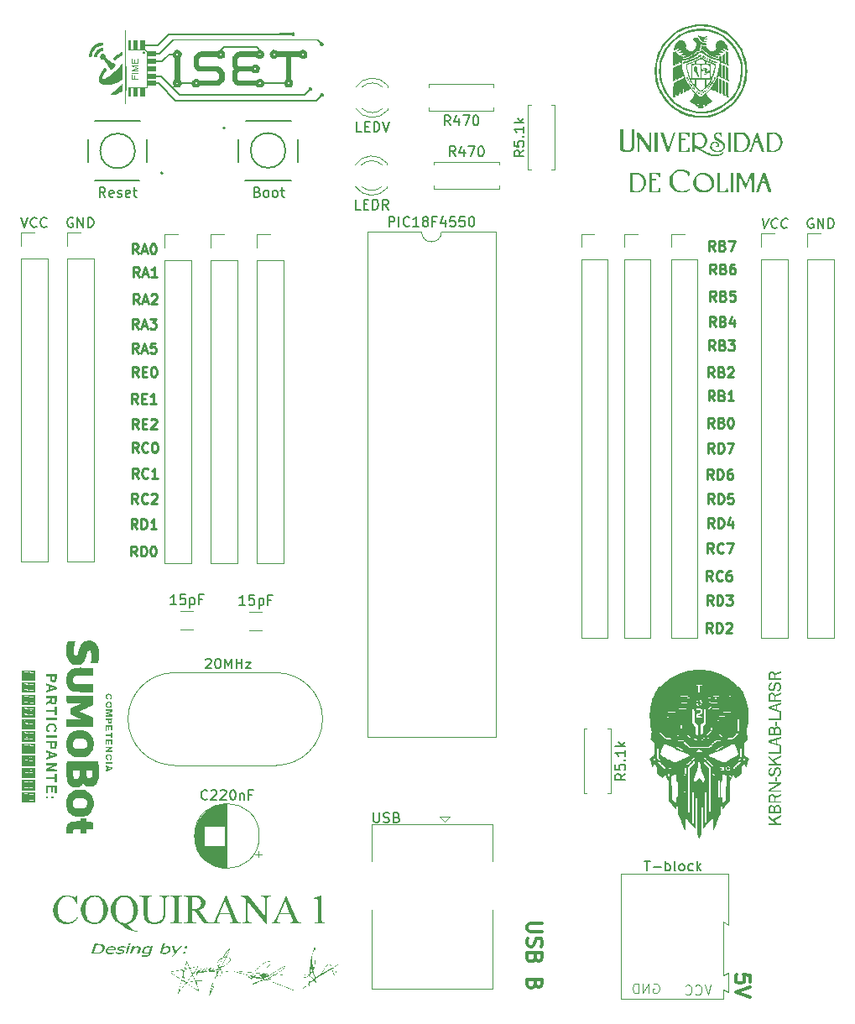
<source format=gbr>
%TF.GenerationSoftware,KiCad,Pcbnew,8.0.8*%
%TF.CreationDate,2025-04-17T23:47:29-06:00*%
%TF.ProjectId,Coquirana1,436f7175-6972-4616-9e61-312e6b696361,rev?*%
%TF.SameCoordinates,Original*%
%TF.FileFunction,Legend,Top*%
%TF.FilePolarity,Positive*%
%FSLAX46Y46*%
G04 Gerber Fmt 4.6, Leading zero omitted, Abs format (unit mm)*
G04 Created by KiCad (PCBNEW 8.0.8) date 2025-04-17 23:47:29*
%MOMM*%
%LPD*%
G01*
G04 APERTURE LIST*
%ADD10C,0.250000*%
%ADD11C,0.300000*%
%ADD12C,0.100000*%
%ADD13C,0.200000*%
%ADD14C,0.150000*%
%ADD15C,0.157661*%
%ADD16C,0.000000*%
%ADD17C,0.120000*%
%ADD18C,0.127000*%
G04 APERTURE END LIST*
D10*
X178073996Y-70594731D02*
X177740663Y-70118540D01*
X177502568Y-70594731D02*
X177502568Y-69594731D01*
X177502568Y-69594731D02*
X177883520Y-69594731D01*
X177883520Y-69594731D02*
X177978758Y-69642350D01*
X177978758Y-69642350D02*
X178026377Y-69689969D01*
X178026377Y-69689969D02*
X178073996Y-69785207D01*
X178073996Y-69785207D02*
X178073996Y-69928064D01*
X178073996Y-69928064D02*
X178026377Y-70023302D01*
X178026377Y-70023302D02*
X177978758Y-70070921D01*
X177978758Y-70070921D02*
X177883520Y-70118540D01*
X177883520Y-70118540D02*
X177502568Y-70118540D01*
X178835901Y-70070921D02*
X178978758Y-70118540D01*
X178978758Y-70118540D02*
X179026377Y-70166159D01*
X179026377Y-70166159D02*
X179073996Y-70261397D01*
X179073996Y-70261397D02*
X179073996Y-70404254D01*
X179073996Y-70404254D02*
X179026377Y-70499492D01*
X179026377Y-70499492D02*
X178978758Y-70547112D01*
X178978758Y-70547112D02*
X178883520Y-70594731D01*
X178883520Y-70594731D02*
X178502568Y-70594731D01*
X178502568Y-70594731D02*
X178502568Y-69594731D01*
X178502568Y-69594731D02*
X178835901Y-69594731D01*
X178835901Y-69594731D02*
X178931139Y-69642350D01*
X178931139Y-69642350D02*
X178978758Y-69689969D01*
X178978758Y-69689969D02*
X179026377Y-69785207D01*
X179026377Y-69785207D02*
X179026377Y-69880445D01*
X179026377Y-69880445D02*
X178978758Y-69975683D01*
X178978758Y-69975683D02*
X178931139Y-70023302D01*
X178931139Y-70023302D02*
X178835901Y-70070921D01*
X178835901Y-70070921D02*
X178502568Y-70070921D01*
X179978758Y-69594731D02*
X179502568Y-69594731D01*
X179502568Y-69594731D02*
X179454949Y-70070921D01*
X179454949Y-70070921D02*
X179502568Y-70023302D01*
X179502568Y-70023302D02*
X179597806Y-69975683D01*
X179597806Y-69975683D02*
X179835901Y-69975683D01*
X179835901Y-69975683D02*
X179931139Y-70023302D01*
X179931139Y-70023302D02*
X179978758Y-70070921D01*
X179978758Y-70070921D02*
X180026377Y-70166159D01*
X180026377Y-70166159D02*
X180026377Y-70404254D01*
X180026377Y-70404254D02*
X179978758Y-70499492D01*
X179978758Y-70499492D02*
X179931139Y-70547112D01*
X179931139Y-70547112D02*
X179835901Y-70594731D01*
X179835901Y-70594731D02*
X179597806Y-70594731D01*
X179597806Y-70594731D02*
X179502568Y-70547112D01*
X179502568Y-70547112D02*
X179454949Y-70499492D01*
X119873996Y-70894731D02*
X119540663Y-70418540D01*
X119302568Y-70894731D02*
X119302568Y-69894731D01*
X119302568Y-69894731D02*
X119683520Y-69894731D01*
X119683520Y-69894731D02*
X119778758Y-69942350D01*
X119778758Y-69942350D02*
X119826377Y-69989969D01*
X119826377Y-69989969D02*
X119873996Y-70085207D01*
X119873996Y-70085207D02*
X119873996Y-70228064D01*
X119873996Y-70228064D02*
X119826377Y-70323302D01*
X119826377Y-70323302D02*
X119778758Y-70370921D01*
X119778758Y-70370921D02*
X119683520Y-70418540D01*
X119683520Y-70418540D02*
X119302568Y-70418540D01*
X120254949Y-70609016D02*
X120731139Y-70609016D01*
X120159711Y-70894731D02*
X120493044Y-69894731D01*
X120493044Y-69894731D02*
X120826377Y-70894731D01*
X121112092Y-69989969D02*
X121159711Y-69942350D01*
X121159711Y-69942350D02*
X121254949Y-69894731D01*
X121254949Y-69894731D02*
X121493044Y-69894731D01*
X121493044Y-69894731D02*
X121588282Y-69942350D01*
X121588282Y-69942350D02*
X121635901Y-69989969D01*
X121635901Y-69989969D02*
X121683520Y-70085207D01*
X121683520Y-70085207D02*
X121683520Y-70180445D01*
X121683520Y-70180445D02*
X121635901Y-70323302D01*
X121635901Y-70323302D02*
X121064473Y-70894731D01*
X121064473Y-70894731D02*
X121683520Y-70894731D01*
X119773996Y-75844731D02*
X119440663Y-75368540D01*
X119202568Y-75844731D02*
X119202568Y-74844731D01*
X119202568Y-74844731D02*
X119583520Y-74844731D01*
X119583520Y-74844731D02*
X119678758Y-74892350D01*
X119678758Y-74892350D02*
X119726377Y-74939969D01*
X119726377Y-74939969D02*
X119773996Y-75035207D01*
X119773996Y-75035207D02*
X119773996Y-75178064D01*
X119773996Y-75178064D02*
X119726377Y-75273302D01*
X119726377Y-75273302D02*
X119678758Y-75320921D01*
X119678758Y-75320921D02*
X119583520Y-75368540D01*
X119583520Y-75368540D02*
X119202568Y-75368540D01*
X120154949Y-75559016D02*
X120631139Y-75559016D01*
X120059711Y-75844731D02*
X120393044Y-74844731D01*
X120393044Y-74844731D02*
X120726377Y-75844731D01*
X121535901Y-74844731D02*
X121059711Y-74844731D01*
X121059711Y-74844731D02*
X121012092Y-75320921D01*
X121012092Y-75320921D02*
X121059711Y-75273302D01*
X121059711Y-75273302D02*
X121154949Y-75225683D01*
X121154949Y-75225683D02*
X121393044Y-75225683D01*
X121393044Y-75225683D02*
X121488282Y-75273302D01*
X121488282Y-75273302D02*
X121535901Y-75320921D01*
X121535901Y-75320921D02*
X121583520Y-75416159D01*
X121583520Y-75416159D02*
X121583520Y-75654254D01*
X121583520Y-75654254D02*
X121535901Y-75749492D01*
X121535901Y-75749492D02*
X121488282Y-75797112D01*
X121488282Y-75797112D02*
X121393044Y-75844731D01*
X121393044Y-75844731D02*
X121154949Y-75844731D01*
X121154949Y-75844731D02*
X121059711Y-75797112D01*
X121059711Y-75797112D02*
X121012092Y-75749492D01*
X177873996Y-85914619D02*
X177540663Y-85438428D01*
X177302568Y-85914619D02*
X177302568Y-84914619D01*
X177302568Y-84914619D02*
X177683520Y-84914619D01*
X177683520Y-84914619D02*
X177778758Y-84962238D01*
X177778758Y-84962238D02*
X177826377Y-85009857D01*
X177826377Y-85009857D02*
X177873996Y-85105095D01*
X177873996Y-85105095D02*
X177873996Y-85247952D01*
X177873996Y-85247952D02*
X177826377Y-85343190D01*
X177826377Y-85343190D02*
X177778758Y-85390809D01*
X177778758Y-85390809D02*
X177683520Y-85438428D01*
X177683520Y-85438428D02*
X177302568Y-85438428D01*
X178302568Y-85914619D02*
X178302568Y-84914619D01*
X178302568Y-84914619D02*
X178540663Y-84914619D01*
X178540663Y-84914619D02*
X178683520Y-84962238D01*
X178683520Y-84962238D02*
X178778758Y-85057476D01*
X178778758Y-85057476D02*
X178826377Y-85152714D01*
X178826377Y-85152714D02*
X178873996Y-85343190D01*
X178873996Y-85343190D02*
X178873996Y-85486047D01*
X178873996Y-85486047D02*
X178826377Y-85676523D01*
X178826377Y-85676523D02*
X178778758Y-85771761D01*
X178778758Y-85771761D02*
X178683520Y-85867000D01*
X178683520Y-85867000D02*
X178540663Y-85914619D01*
X178540663Y-85914619D02*
X178302568Y-85914619D01*
X179207330Y-84914619D02*
X179873996Y-84914619D01*
X179873996Y-84914619D02*
X179445425Y-85914619D01*
X177873996Y-83364619D02*
X177540663Y-82888428D01*
X177302568Y-83364619D02*
X177302568Y-82364619D01*
X177302568Y-82364619D02*
X177683520Y-82364619D01*
X177683520Y-82364619D02*
X177778758Y-82412238D01*
X177778758Y-82412238D02*
X177826377Y-82459857D01*
X177826377Y-82459857D02*
X177873996Y-82555095D01*
X177873996Y-82555095D02*
X177873996Y-82697952D01*
X177873996Y-82697952D02*
X177826377Y-82793190D01*
X177826377Y-82793190D02*
X177778758Y-82840809D01*
X177778758Y-82840809D02*
X177683520Y-82888428D01*
X177683520Y-82888428D02*
X177302568Y-82888428D01*
X178635901Y-82840809D02*
X178778758Y-82888428D01*
X178778758Y-82888428D02*
X178826377Y-82936047D01*
X178826377Y-82936047D02*
X178873996Y-83031285D01*
X178873996Y-83031285D02*
X178873996Y-83174142D01*
X178873996Y-83174142D02*
X178826377Y-83269380D01*
X178826377Y-83269380D02*
X178778758Y-83317000D01*
X178778758Y-83317000D02*
X178683520Y-83364619D01*
X178683520Y-83364619D02*
X178302568Y-83364619D01*
X178302568Y-83364619D02*
X178302568Y-82364619D01*
X178302568Y-82364619D02*
X178635901Y-82364619D01*
X178635901Y-82364619D02*
X178731139Y-82412238D01*
X178731139Y-82412238D02*
X178778758Y-82459857D01*
X178778758Y-82459857D02*
X178826377Y-82555095D01*
X178826377Y-82555095D02*
X178826377Y-82650333D01*
X178826377Y-82650333D02*
X178778758Y-82745571D01*
X178778758Y-82745571D02*
X178731139Y-82793190D01*
X178731139Y-82793190D02*
X178635901Y-82840809D01*
X178635901Y-82840809D02*
X178302568Y-82840809D01*
X179493044Y-82364619D02*
X179588282Y-82364619D01*
X179588282Y-82364619D02*
X179683520Y-82412238D01*
X179683520Y-82412238D02*
X179731139Y-82459857D01*
X179731139Y-82459857D02*
X179778758Y-82555095D01*
X179778758Y-82555095D02*
X179826377Y-82745571D01*
X179826377Y-82745571D02*
X179826377Y-82983666D01*
X179826377Y-82983666D02*
X179778758Y-83174142D01*
X179778758Y-83174142D02*
X179731139Y-83269380D01*
X179731139Y-83269380D02*
X179683520Y-83317000D01*
X179683520Y-83317000D02*
X179588282Y-83364619D01*
X179588282Y-83364619D02*
X179493044Y-83364619D01*
X179493044Y-83364619D02*
X179397806Y-83317000D01*
X179397806Y-83317000D02*
X179350187Y-83269380D01*
X179350187Y-83269380D02*
X179302568Y-83174142D01*
X179302568Y-83174142D02*
X179254949Y-82983666D01*
X179254949Y-82983666D02*
X179254949Y-82745571D01*
X179254949Y-82745571D02*
X179302568Y-82555095D01*
X179302568Y-82555095D02*
X179350187Y-82459857D01*
X179350187Y-82459857D02*
X179397806Y-82412238D01*
X179397806Y-82412238D02*
X179493044Y-82364619D01*
X177973996Y-75544731D02*
X177640663Y-75068540D01*
X177402568Y-75544731D02*
X177402568Y-74544731D01*
X177402568Y-74544731D02*
X177783520Y-74544731D01*
X177783520Y-74544731D02*
X177878758Y-74592350D01*
X177878758Y-74592350D02*
X177926377Y-74639969D01*
X177926377Y-74639969D02*
X177973996Y-74735207D01*
X177973996Y-74735207D02*
X177973996Y-74878064D01*
X177973996Y-74878064D02*
X177926377Y-74973302D01*
X177926377Y-74973302D02*
X177878758Y-75020921D01*
X177878758Y-75020921D02*
X177783520Y-75068540D01*
X177783520Y-75068540D02*
X177402568Y-75068540D01*
X178735901Y-75020921D02*
X178878758Y-75068540D01*
X178878758Y-75068540D02*
X178926377Y-75116159D01*
X178926377Y-75116159D02*
X178973996Y-75211397D01*
X178973996Y-75211397D02*
X178973996Y-75354254D01*
X178973996Y-75354254D02*
X178926377Y-75449492D01*
X178926377Y-75449492D02*
X178878758Y-75497112D01*
X178878758Y-75497112D02*
X178783520Y-75544731D01*
X178783520Y-75544731D02*
X178402568Y-75544731D01*
X178402568Y-75544731D02*
X178402568Y-74544731D01*
X178402568Y-74544731D02*
X178735901Y-74544731D01*
X178735901Y-74544731D02*
X178831139Y-74592350D01*
X178831139Y-74592350D02*
X178878758Y-74639969D01*
X178878758Y-74639969D02*
X178926377Y-74735207D01*
X178926377Y-74735207D02*
X178926377Y-74830445D01*
X178926377Y-74830445D02*
X178878758Y-74925683D01*
X178878758Y-74925683D02*
X178831139Y-74973302D01*
X178831139Y-74973302D02*
X178735901Y-75020921D01*
X178735901Y-75020921D02*
X178402568Y-75020921D01*
X179307330Y-74544731D02*
X179926377Y-74544731D01*
X179926377Y-74544731D02*
X179593044Y-74925683D01*
X179593044Y-74925683D02*
X179735901Y-74925683D01*
X179735901Y-74925683D02*
X179831139Y-74973302D01*
X179831139Y-74973302D02*
X179878758Y-75020921D01*
X179878758Y-75020921D02*
X179926377Y-75116159D01*
X179926377Y-75116159D02*
X179926377Y-75354254D01*
X179926377Y-75354254D02*
X179878758Y-75449492D01*
X179878758Y-75449492D02*
X179831139Y-75497112D01*
X179831139Y-75497112D02*
X179735901Y-75544731D01*
X179735901Y-75544731D02*
X179450187Y-75544731D01*
X179450187Y-75544731D02*
X179354949Y-75497112D01*
X179354949Y-75497112D02*
X179307330Y-75449492D01*
D11*
X160549171Y-133354510D02*
X159334885Y-133354510D01*
X159334885Y-133354510D02*
X159192028Y-133425939D01*
X159192028Y-133425939D02*
X159120600Y-133497368D01*
X159120600Y-133497368D02*
X159049171Y-133640225D01*
X159049171Y-133640225D02*
X159049171Y-133925939D01*
X159049171Y-133925939D02*
X159120600Y-134068796D01*
X159120600Y-134068796D02*
X159192028Y-134140225D01*
X159192028Y-134140225D02*
X159334885Y-134211653D01*
X159334885Y-134211653D02*
X160549171Y-134211653D01*
X159120600Y-134854511D02*
X159049171Y-135068797D01*
X159049171Y-135068797D02*
X159049171Y-135425939D01*
X159049171Y-135425939D02*
X159120600Y-135568797D01*
X159120600Y-135568797D02*
X159192028Y-135640225D01*
X159192028Y-135640225D02*
X159334885Y-135711654D01*
X159334885Y-135711654D02*
X159477742Y-135711654D01*
X159477742Y-135711654D02*
X159620600Y-135640225D01*
X159620600Y-135640225D02*
X159692028Y-135568797D01*
X159692028Y-135568797D02*
X159763457Y-135425939D01*
X159763457Y-135425939D02*
X159834885Y-135140225D01*
X159834885Y-135140225D02*
X159906314Y-134997368D01*
X159906314Y-134997368D02*
X159977742Y-134925939D01*
X159977742Y-134925939D02*
X160120600Y-134854511D01*
X160120600Y-134854511D02*
X160263457Y-134854511D01*
X160263457Y-134854511D02*
X160406314Y-134925939D01*
X160406314Y-134925939D02*
X160477742Y-134997368D01*
X160477742Y-134997368D02*
X160549171Y-135140225D01*
X160549171Y-135140225D02*
X160549171Y-135497368D01*
X160549171Y-135497368D02*
X160477742Y-135711654D01*
X159834885Y-136854510D02*
X159763457Y-137068796D01*
X159763457Y-137068796D02*
X159692028Y-137140225D01*
X159692028Y-137140225D02*
X159549171Y-137211653D01*
X159549171Y-137211653D02*
X159334885Y-137211653D01*
X159334885Y-137211653D02*
X159192028Y-137140225D01*
X159192028Y-137140225D02*
X159120600Y-137068796D01*
X159120600Y-137068796D02*
X159049171Y-136925939D01*
X159049171Y-136925939D02*
X159049171Y-136354510D01*
X159049171Y-136354510D02*
X160549171Y-136354510D01*
X160549171Y-136354510D02*
X160549171Y-136854510D01*
X160549171Y-136854510D02*
X160477742Y-136997368D01*
X160477742Y-136997368D02*
X160406314Y-137068796D01*
X160406314Y-137068796D02*
X160263457Y-137140225D01*
X160263457Y-137140225D02*
X160120600Y-137140225D01*
X160120600Y-137140225D02*
X159977742Y-137068796D01*
X159977742Y-137068796D02*
X159906314Y-136997368D01*
X159906314Y-136997368D02*
X159834885Y-136854510D01*
X159834885Y-136854510D02*
X159834885Y-136354510D01*
X159834885Y-139497367D02*
X159763457Y-139711653D01*
X159763457Y-139711653D02*
X159692028Y-139783082D01*
X159692028Y-139783082D02*
X159549171Y-139854510D01*
X159549171Y-139854510D02*
X159334885Y-139854510D01*
X159334885Y-139854510D02*
X159192028Y-139783082D01*
X159192028Y-139783082D02*
X159120600Y-139711653D01*
X159120600Y-139711653D02*
X159049171Y-139568796D01*
X159049171Y-139568796D02*
X159049171Y-138997367D01*
X159049171Y-138997367D02*
X160549171Y-138997367D01*
X160549171Y-138997367D02*
X160549171Y-139497367D01*
X160549171Y-139497367D02*
X160477742Y-139640225D01*
X160477742Y-139640225D02*
X160406314Y-139711653D01*
X160406314Y-139711653D02*
X160263457Y-139783082D01*
X160263457Y-139783082D02*
X160120600Y-139783082D01*
X160120600Y-139783082D02*
X159977742Y-139711653D01*
X159977742Y-139711653D02*
X159906314Y-139640225D01*
X159906314Y-139640225D02*
X159834885Y-139497367D01*
X159834885Y-139497367D02*
X159834885Y-138997367D01*
D12*
X177588972Y-139572419D02*
X177255639Y-140572419D01*
X177255639Y-140572419D02*
X176922306Y-139572419D01*
X176017544Y-140477180D02*
X176065163Y-140524800D01*
X176065163Y-140524800D02*
X176208020Y-140572419D01*
X176208020Y-140572419D02*
X176303258Y-140572419D01*
X176303258Y-140572419D02*
X176446115Y-140524800D01*
X176446115Y-140524800D02*
X176541353Y-140429561D01*
X176541353Y-140429561D02*
X176588972Y-140334323D01*
X176588972Y-140334323D02*
X176636591Y-140143847D01*
X176636591Y-140143847D02*
X176636591Y-140000990D01*
X176636591Y-140000990D02*
X176588972Y-139810514D01*
X176588972Y-139810514D02*
X176541353Y-139715276D01*
X176541353Y-139715276D02*
X176446115Y-139620038D01*
X176446115Y-139620038D02*
X176303258Y-139572419D01*
X176303258Y-139572419D02*
X176208020Y-139572419D01*
X176208020Y-139572419D02*
X176065163Y-139620038D01*
X176065163Y-139620038D02*
X176017544Y-139667657D01*
X175017544Y-140477180D02*
X175065163Y-140524800D01*
X175065163Y-140524800D02*
X175208020Y-140572419D01*
X175208020Y-140572419D02*
X175303258Y-140572419D01*
X175303258Y-140572419D02*
X175446115Y-140524800D01*
X175446115Y-140524800D02*
X175541353Y-140429561D01*
X175541353Y-140429561D02*
X175588972Y-140334323D01*
X175588972Y-140334323D02*
X175636591Y-140143847D01*
X175636591Y-140143847D02*
X175636591Y-140000990D01*
X175636591Y-140000990D02*
X175588972Y-139810514D01*
X175588972Y-139810514D02*
X175541353Y-139715276D01*
X175541353Y-139715276D02*
X175446115Y-139620038D01*
X175446115Y-139620038D02*
X175303258Y-139572419D01*
X175303258Y-139572419D02*
X175208020Y-139572419D01*
X175208020Y-139572419D02*
X175065163Y-139620038D01*
X175065163Y-139620038D02*
X175017544Y-139667657D01*
D10*
X177823996Y-96014619D02*
X177490663Y-95538428D01*
X177252568Y-96014619D02*
X177252568Y-95014619D01*
X177252568Y-95014619D02*
X177633520Y-95014619D01*
X177633520Y-95014619D02*
X177728758Y-95062238D01*
X177728758Y-95062238D02*
X177776377Y-95109857D01*
X177776377Y-95109857D02*
X177823996Y-95205095D01*
X177823996Y-95205095D02*
X177823996Y-95347952D01*
X177823996Y-95347952D02*
X177776377Y-95443190D01*
X177776377Y-95443190D02*
X177728758Y-95490809D01*
X177728758Y-95490809D02*
X177633520Y-95538428D01*
X177633520Y-95538428D02*
X177252568Y-95538428D01*
X178823996Y-95919380D02*
X178776377Y-95967000D01*
X178776377Y-95967000D02*
X178633520Y-96014619D01*
X178633520Y-96014619D02*
X178538282Y-96014619D01*
X178538282Y-96014619D02*
X178395425Y-95967000D01*
X178395425Y-95967000D02*
X178300187Y-95871761D01*
X178300187Y-95871761D02*
X178252568Y-95776523D01*
X178252568Y-95776523D02*
X178204949Y-95586047D01*
X178204949Y-95586047D02*
X178204949Y-95443190D01*
X178204949Y-95443190D02*
X178252568Y-95252714D01*
X178252568Y-95252714D02*
X178300187Y-95157476D01*
X178300187Y-95157476D02*
X178395425Y-95062238D01*
X178395425Y-95062238D02*
X178538282Y-95014619D01*
X178538282Y-95014619D02*
X178633520Y-95014619D01*
X178633520Y-95014619D02*
X178776377Y-95062238D01*
X178776377Y-95062238D02*
X178823996Y-95109857D01*
X179157330Y-95014619D02*
X179823996Y-95014619D01*
X179823996Y-95014619D02*
X179395425Y-96014619D01*
X177973996Y-65514619D02*
X177640663Y-65038428D01*
X177402568Y-65514619D02*
X177402568Y-64514619D01*
X177402568Y-64514619D02*
X177783520Y-64514619D01*
X177783520Y-64514619D02*
X177878758Y-64562238D01*
X177878758Y-64562238D02*
X177926377Y-64609857D01*
X177926377Y-64609857D02*
X177973996Y-64705095D01*
X177973996Y-64705095D02*
X177973996Y-64847952D01*
X177973996Y-64847952D02*
X177926377Y-64943190D01*
X177926377Y-64943190D02*
X177878758Y-64990809D01*
X177878758Y-64990809D02*
X177783520Y-65038428D01*
X177783520Y-65038428D02*
X177402568Y-65038428D01*
X178735901Y-64990809D02*
X178878758Y-65038428D01*
X178878758Y-65038428D02*
X178926377Y-65086047D01*
X178926377Y-65086047D02*
X178973996Y-65181285D01*
X178973996Y-65181285D02*
X178973996Y-65324142D01*
X178973996Y-65324142D02*
X178926377Y-65419380D01*
X178926377Y-65419380D02*
X178878758Y-65467000D01*
X178878758Y-65467000D02*
X178783520Y-65514619D01*
X178783520Y-65514619D02*
X178402568Y-65514619D01*
X178402568Y-65514619D02*
X178402568Y-64514619D01*
X178402568Y-64514619D02*
X178735901Y-64514619D01*
X178735901Y-64514619D02*
X178831139Y-64562238D01*
X178831139Y-64562238D02*
X178878758Y-64609857D01*
X178878758Y-64609857D02*
X178926377Y-64705095D01*
X178926377Y-64705095D02*
X178926377Y-64800333D01*
X178926377Y-64800333D02*
X178878758Y-64895571D01*
X178878758Y-64895571D02*
X178831139Y-64943190D01*
X178831139Y-64943190D02*
X178735901Y-64990809D01*
X178735901Y-64990809D02*
X178402568Y-64990809D01*
X179307330Y-64514619D02*
X179973996Y-64514619D01*
X179973996Y-64514619D02*
X179545425Y-65514619D01*
X177873996Y-93464619D02*
X177540663Y-92988428D01*
X177302568Y-93464619D02*
X177302568Y-92464619D01*
X177302568Y-92464619D02*
X177683520Y-92464619D01*
X177683520Y-92464619D02*
X177778758Y-92512238D01*
X177778758Y-92512238D02*
X177826377Y-92559857D01*
X177826377Y-92559857D02*
X177873996Y-92655095D01*
X177873996Y-92655095D02*
X177873996Y-92797952D01*
X177873996Y-92797952D02*
X177826377Y-92893190D01*
X177826377Y-92893190D02*
X177778758Y-92940809D01*
X177778758Y-92940809D02*
X177683520Y-92988428D01*
X177683520Y-92988428D02*
X177302568Y-92988428D01*
X178302568Y-93464619D02*
X178302568Y-92464619D01*
X178302568Y-92464619D02*
X178540663Y-92464619D01*
X178540663Y-92464619D02*
X178683520Y-92512238D01*
X178683520Y-92512238D02*
X178778758Y-92607476D01*
X178778758Y-92607476D02*
X178826377Y-92702714D01*
X178826377Y-92702714D02*
X178873996Y-92893190D01*
X178873996Y-92893190D02*
X178873996Y-93036047D01*
X178873996Y-93036047D02*
X178826377Y-93226523D01*
X178826377Y-93226523D02*
X178778758Y-93321761D01*
X178778758Y-93321761D02*
X178683520Y-93417000D01*
X178683520Y-93417000D02*
X178540663Y-93464619D01*
X178540663Y-93464619D02*
X178302568Y-93464619D01*
X179731139Y-92797952D02*
X179731139Y-93464619D01*
X179493044Y-92417000D02*
X179254949Y-93131285D01*
X179254949Y-93131285D02*
X179873996Y-93131285D01*
X177873996Y-91014619D02*
X177540663Y-90538428D01*
X177302568Y-91014619D02*
X177302568Y-90014619D01*
X177302568Y-90014619D02*
X177683520Y-90014619D01*
X177683520Y-90014619D02*
X177778758Y-90062238D01*
X177778758Y-90062238D02*
X177826377Y-90109857D01*
X177826377Y-90109857D02*
X177873996Y-90205095D01*
X177873996Y-90205095D02*
X177873996Y-90347952D01*
X177873996Y-90347952D02*
X177826377Y-90443190D01*
X177826377Y-90443190D02*
X177778758Y-90490809D01*
X177778758Y-90490809D02*
X177683520Y-90538428D01*
X177683520Y-90538428D02*
X177302568Y-90538428D01*
X178302568Y-91014619D02*
X178302568Y-90014619D01*
X178302568Y-90014619D02*
X178540663Y-90014619D01*
X178540663Y-90014619D02*
X178683520Y-90062238D01*
X178683520Y-90062238D02*
X178778758Y-90157476D01*
X178778758Y-90157476D02*
X178826377Y-90252714D01*
X178826377Y-90252714D02*
X178873996Y-90443190D01*
X178873996Y-90443190D02*
X178873996Y-90586047D01*
X178873996Y-90586047D02*
X178826377Y-90776523D01*
X178826377Y-90776523D02*
X178778758Y-90871761D01*
X178778758Y-90871761D02*
X178683520Y-90967000D01*
X178683520Y-90967000D02*
X178540663Y-91014619D01*
X178540663Y-91014619D02*
X178302568Y-91014619D01*
X179778758Y-90014619D02*
X179302568Y-90014619D01*
X179302568Y-90014619D02*
X179254949Y-90490809D01*
X179254949Y-90490809D02*
X179302568Y-90443190D01*
X179302568Y-90443190D02*
X179397806Y-90395571D01*
X179397806Y-90395571D02*
X179635901Y-90395571D01*
X179635901Y-90395571D02*
X179731139Y-90443190D01*
X179731139Y-90443190D02*
X179778758Y-90490809D01*
X179778758Y-90490809D02*
X179826377Y-90586047D01*
X179826377Y-90586047D02*
X179826377Y-90824142D01*
X179826377Y-90824142D02*
X179778758Y-90919380D01*
X179778758Y-90919380D02*
X179731139Y-90967000D01*
X179731139Y-90967000D02*
X179635901Y-91014619D01*
X179635901Y-91014619D02*
X179397806Y-91014619D01*
X179397806Y-91014619D02*
X179302568Y-90967000D01*
X179302568Y-90967000D02*
X179254949Y-90919380D01*
X119773996Y-65814619D02*
X119440663Y-65338428D01*
X119202568Y-65814619D02*
X119202568Y-64814619D01*
X119202568Y-64814619D02*
X119583520Y-64814619D01*
X119583520Y-64814619D02*
X119678758Y-64862238D01*
X119678758Y-64862238D02*
X119726377Y-64909857D01*
X119726377Y-64909857D02*
X119773996Y-65005095D01*
X119773996Y-65005095D02*
X119773996Y-65147952D01*
X119773996Y-65147952D02*
X119726377Y-65243190D01*
X119726377Y-65243190D02*
X119678758Y-65290809D01*
X119678758Y-65290809D02*
X119583520Y-65338428D01*
X119583520Y-65338428D02*
X119202568Y-65338428D01*
X120154949Y-65528904D02*
X120631139Y-65528904D01*
X120059711Y-65814619D02*
X120393044Y-64814619D01*
X120393044Y-64814619D02*
X120726377Y-65814619D01*
X121250187Y-64814619D02*
X121345425Y-64814619D01*
X121345425Y-64814619D02*
X121440663Y-64862238D01*
X121440663Y-64862238D02*
X121488282Y-64909857D01*
X121488282Y-64909857D02*
X121535901Y-65005095D01*
X121535901Y-65005095D02*
X121583520Y-65195571D01*
X121583520Y-65195571D02*
X121583520Y-65433666D01*
X121583520Y-65433666D02*
X121535901Y-65624142D01*
X121535901Y-65624142D02*
X121488282Y-65719380D01*
X121488282Y-65719380D02*
X121440663Y-65767000D01*
X121440663Y-65767000D02*
X121345425Y-65814619D01*
X121345425Y-65814619D02*
X121250187Y-65814619D01*
X121250187Y-65814619D02*
X121154949Y-65767000D01*
X121154949Y-65767000D02*
X121107330Y-65719380D01*
X121107330Y-65719380D02*
X121059711Y-65624142D01*
X121059711Y-65624142D02*
X121012092Y-65433666D01*
X121012092Y-65433666D02*
X121012092Y-65195571D01*
X121012092Y-65195571D02*
X121059711Y-65005095D01*
X121059711Y-65005095D02*
X121107330Y-64909857D01*
X121107330Y-64909857D02*
X121154949Y-64862238D01*
X121154949Y-64862238D02*
X121250187Y-64814619D01*
X119773996Y-88464619D02*
X119440663Y-87988428D01*
X119202568Y-88464619D02*
X119202568Y-87464619D01*
X119202568Y-87464619D02*
X119583520Y-87464619D01*
X119583520Y-87464619D02*
X119678758Y-87512238D01*
X119678758Y-87512238D02*
X119726377Y-87559857D01*
X119726377Y-87559857D02*
X119773996Y-87655095D01*
X119773996Y-87655095D02*
X119773996Y-87797952D01*
X119773996Y-87797952D02*
X119726377Y-87893190D01*
X119726377Y-87893190D02*
X119678758Y-87940809D01*
X119678758Y-87940809D02*
X119583520Y-87988428D01*
X119583520Y-87988428D02*
X119202568Y-87988428D01*
X120773996Y-88369380D02*
X120726377Y-88417000D01*
X120726377Y-88417000D02*
X120583520Y-88464619D01*
X120583520Y-88464619D02*
X120488282Y-88464619D01*
X120488282Y-88464619D02*
X120345425Y-88417000D01*
X120345425Y-88417000D02*
X120250187Y-88321761D01*
X120250187Y-88321761D02*
X120202568Y-88226523D01*
X120202568Y-88226523D02*
X120154949Y-88036047D01*
X120154949Y-88036047D02*
X120154949Y-87893190D01*
X120154949Y-87893190D02*
X120202568Y-87702714D01*
X120202568Y-87702714D02*
X120250187Y-87607476D01*
X120250187Y-87607476D02*
X120345425Y-87512238D01*
X120345425Y-87512238D02*
X120488282Y-87464619D01*
X120488282Y-87464619D02*
X120583520Y-87464619D01*
X120583520Y-87464619D02*
X120726377Y-87512238D01*
X120726377Y-87512238D02*
X120773996Y-87559857D01*
X121726377Y-88464619D02*
X121154949Y-88464619D01*
X121440663Y-88464619D02*
X121440663Y-87464619D01*
X121440663Y-87464619D02*
X121345425Y-87607476D01*
X121345425Y-87607476D02*
X121250187Y-87702714D01*
X121250187Y-87702714D02*
X121154949Y-87750333D01*
X177823996Y-88564619D02*
X177490663Y-88088428D01*
X177252568Y-88564619D02*
X177252568Y-87564619D01*
X177252568Y-87564619D02*
X177633520Y-87564619D01*
X177633520Y-87564619D02*
X177728758Y-87612238D01*
X177728758Y-87612238D02*
X177776377Y-87659857D01*
X177776377Y-87659857D02*
X177823996Y-87755095D01*
X177823996Y-87755095D02*
X177823996Y-87897952D01*
X177823996Y-87897952D02*
X177776377Y-87993190D01*
X177776377Y-87993190D02*
X177728758Y-88040809D01*
X177728758Y-88040809D02*
X177633520Y-88088428D01*
X177633520Y-88088428D02*
X177252568Y-88088428D01*
X178252568Y-88564619D02*
X178252568Y-87564619D01*
X178252568Y-87564619D02*
X178490663Y-87564619D01*
X178490663Y-87564619D02*
X178633520Y-87612238D01*
X178633520Y-87612238D02*
X178728758Y-87707476D01*
X178728758Y-87707476D02*
X178776377Y-87802714D01*
X178776377Y-87802714D02*
X178823996Y-87993190D01*
X178823996Y-87993190D02*
X178823996Y-88136047D01*
X178823996Y-88136047D02*
X178776377Y-88326523D01*
X178776377Y-88326523D02*
X178728758Y-88421761D01*
X178728758Y-88421761D02*
X178633520Y-88517000D01*
X178633520Y-88517000D02*
X178490663Y-88564619D01*
X178490663Y-88564619D02*
X178252568Y-88564619D01*
X179681139Y-87564619D02*
X179490663Y-87564619D01*
X179490663Y-87564619D02*
X179395425Y-87612238D01*
X179395425Y-87612238D02*
X179347806Y-87659857D01*
X179347806Y-87659857D02*
X179252568Y-87802714D01*
X179252568Y-87802714D02*
X179204949Y-87993190D01*
X179204949Y-87993190D02*
X179204949Y-88374142D01*
X179204949Y-88374142D02*
X179252568Y-88469380D01*
X179252568Y-88469380D02*
X179300187Y-88517000D01*
X179300187Y-88517000D02*
X179395425Y-88564619D01*
X179395425Y-88564619D02*
X179585901Y-88564619D01*
X179585901Y-88564619D02*
X179681139Y-88517000D01*
X179681139Y-88517000D02*
X179728758Y-88469380D01*
X179728758Y-88469380D02*
X179776377Y-88374142D01*
X179776377Y-88374142D02*
X179776377Y-88136047D01*
X179776377Y-88136047D02*
X179728758Y-88040809D01*
X179728758Y-88040809D02*
X179681139Y-87993190D01*
X179681139Y-87993190D02*
X179585901Y-87945571D01*
X179585901Y-87945571D02*
X179395425Y-87945571D01*
X179395425Y-87945571D02*
X179300187Y-87993190D01*
X179300187Y-87993190D02*
X179252568Y-88040809D01*
X179252568Y-88040809D02*
X179204949Y-88136047D01*
X177723996Y-98814619D02*
X177390663Y-98338428D01*
X177152568Y-98814619D02*
X177152568Y-97814619D01*
X177152568Y-97814619D02*
X177533520Y-97814619D01*
X177533520Y-97814619D02*
X177628758Y-97862238D01*
X177628758Y-97862238D02*
X177676377Y-97909857D01*
X177676377Y-97909857D02*
X177723996Y-98005095D01*
X177723996Y-98005095D02*
X177723996Y-98147952D01*
X177723996Y-98147952D02*
X177676377Y-98243190D01*
X177676377Y-98243190D02*
X177628758Y-98290809D01*
X177628758Y-98290809D02*
X177533520Y-98338428D01*
X177533520Y-98338428D02*
X177152568Y-98338428D01*
X178723996Y-98719380D02*
X178676377Y-98767000D01*
X178676377Y-98767000D02*
X178533520Y-98814619D01*
X178533520Y-98814619D02*
X178438282Y-98814619D01*
X178438282Y-98814619D02*
X178295425Y-98767000D01*
X178295425Y-98767000D02*
X178200187Y-98671761D01*
X178200187Y-98671761D02*
X178152568Y-98576523D01*
X178152568Y-98576523D02*
X178104949Y-98386047D01*
X178104949Y-98386047D02*
X178104949Y-98243190D01*
X178104949Y-98243190D02*
X178152568Y-98052714D01*
X178152568Y-98052714D02*
X178200187Y-97957476D01*
X178200187Y-97957476D02*
X178295425Y-97862238D01*
X178295425Y-97862238D02*
X178438282Y-97814619D01*
X178438282Y-97814619D02*
X178533520Y-97814619D01*
X178533520Y-97814619D02*
X178676377Y-97862238D01*
X178676377Y-97862238D02*
X178723996Y-97909857D01*
X179581139Y-97814619D02*
X179390663Y-97814619D01*
X179390663Y-97814619D02*
X179295425Y-97862238D01*
X179295425Y-97862238D02*
X179247806Y-97909857D01*
X179247806Y-97909857D02*
X179152568Y-98052714D01*
X179152568Y-98052714D02*
X179104949Y-98243190D01*
X179104949Y-98243190D02*
X179104949Y-98624142D01*
X179104949Y-98624142D02*
X179152568Y-98719380D01*
X179152568Y-98719380D02*
X179200187Y-98767000D01*
X179200187Y-98767000D02*
X179295425Y-98814619D01*
X179295425Y-98814619D02*
X179485901Y-98814619D01*
X179485901Y-98814619D02*
X179581139Y-98767000D01*
X179581139Y-98767000D02*
X179628758Y-98719380D01*
X179628758Y-98719380D02*
X179676377Y-98624142D01*
X179676377Y-98624142D02*
X179676377Y-98386047D01*
X179676377Y-98386047D02*
X179628758Y-98290809D01*
X179628758Y-98290809D02*
X179581139Y-98243190D01*
X179581139Y-98243190D02*
X179485901Y-98195571D01*
X179485901Y-98195571D02*
X179295425Y-98195571D01*
X179295425Y-98195571D02*
X179200187Y-98243190D01*
X179200187Y-98243190D02*
X179152568Y-98290809D01*
X179152568Y-98290809D02*
X179104949Y-98386047D01*
X177873996Y-78264619D02*
X177540663Y-77788428D01*
X177302568Y-78264619D02*
X177302568Y-77264619D01*
X177302568Y-77264619D02*
X177683520Y-77264619D01*
X177683520Y-77264619D02*
X177778758Y-77312238D01*
X177778758Y-77312238D02*
X177826377Y-77359857D01*
X177826377Y-77359857D02*
X177873996Y-77455095D01*
X177873996Y-77455095D02*
X177873996Y-77597952D01*
X177873996Y-77597952D02*
X177826377Y-77693190D01*
X177826377Y-77693190D02*
X177778758Y-77740809D01*
X177778758Y-77740809D02*
X177683520Y-77788428D01*
X177683520Y-77788428D02*
X177302568Y-77788428D01*
X178635901Y-77740809D02*
X178778758Y-77788428D01*
X178778758Y-77788428D02*
X178826377Y-77836047D01*
X178826377Y-77836047D02*
X178873996Y-77931285D01*
X178873996Y-77931285D02*
X178873996Y-78074142D01*
X178873996Y-78074142D02*
X178826377Y-78169380D01*
X178826377Y-78169380D02*
X178778758Y-78217000D01*
X178778758Y-78217000D02*
X178683520Y-78264619D01*
X178683520Y-78264619D02*
X178302568Y-78264619D01*
X178302568Y-78264619D02*
X178302568Y-77264619D01*
X178302568Y-77264619D02*
X178635901Y-77264619D01*
X178635901Y-77264619D02*
X178731139Y-77312238D01*
X178731139Y-77312238D02*
X178778758Y-77359857D01*
X178778758Y-77359857D02*
X178826377Y-77455095D01*
X178826377Y-77455095D02*
X178826377Y-77550333D01*
X178826377Y-77550333D02*
X178778758Y-77645571D01*
X178778758Y-77645571D02*
X178731139Y-77693190D01*
X178731139Y-77693190D02*
X178635901Y-77740809D01*
X178635901Y-77740809D02*
X178302568Y-77740809D01*
X179254949Y-77359857D02*
X179302568Y-77312238D01*
X179302568Y-77312238D02*
X179397806Y-77264619D01*
X179397806Y-77264619D02*
X179635901Y-77264619D01*
X179635901Y-77264619D02*
X179731139Y-77312238D01*
X179731139Y-77312238D02*
X179778758Y-77359857D01*
X179778758Y-77359857D02*
X179826377Y-77455095D01*
X179826377Y-77455095D02*
X179826377Y-77550333D01*
X179826377Y-77550333D02*
X179778758Y-77693190D01*
X179778758Y-77693190D02*
X179207330Y-78264619D01*
X179207330Y-78264619D02*
X179826377Y-78264619D01*
X119723996Y-80934787D02*
X119390663Y-80458596D01*
X119152568Y-80934787D02*
X119152568Y-79934787D01*
X119152568Y-79934787D02*
X119533520Y-79934787D01*
X119533520Y-79934787D02*
X119628758Y-79982406D01*
X119628758Y-79982406D02*
X119676377Y-80030025D01*
X119676377Y-80030025D02*
X119723996Y-80125263D01*
X119723996Y-80125263D02*
X119723996Y-80268120D01*
X119723996Y-80268120D02*
X119676377Y-80363358D01*
X119676377Y-80363358D02*
X119628758Y-80410977D01*
X119628758Y-80410977D02*
X119533520Y-80458596D01*
X119533520Y-80458596D02*
X119152568Y-80458596D01*
X120152568Y-80410977D02*
X120485901Y-80410977D01*
X120628758Y-80934787D02*
X120152568Y-80934787D01*
X120152568Y-80934787D02*
X120152568Y-79934787D01*
X120152568Y-79934787D02*
X120628758Y-79934787D01*
X121581139Y-80934787D02*
X121009711Y-80934787D01*
X121295425Y-80934787D02*
X121295425Y-79934787D01*
X121295425Y-79934787D02*
X121200187Y-80077644D01*
X121200187Y-80077644D02*
X121104949Y-80172882D01*
X121104949Y-80172882D02*
X121009711Y-80220501D01*
D12*
X171772306Y-139470038D02*
X171867544Y-139422419D01*
X171867544Y-139422419D02*
X172010401Y-139422419D01*
X172010401Y-139422419D02*
X172153258Y-139470038D01*
X172153258Y-139470038D02*
X172248496Y-139565276D01*
X172248496Y-139565276D02*
X172296115Y-139660514D01*
X172296115Y-139660514D02*
X172343734Y-139850990D01*
X172343734Y-139850990D02*
X172343734Y-139993847D01*
X172343734Y-139993847D02*
X172296115Y-140184323D01*
X172296115Y-140184323D02*
X172248496Y-140279561D01*
X172248496Y-140279561D02*
X172153258Y-140374800D01*
X172153258Y-140374800D02*
X172010401Y-140422419D01*
X172010401Y-140422419D02*
X171915163Y-140422419D01*
X171915163Y-140422419D02*
X171772306Y-140374800D01*
X171772306Y-140374800D02*
X171724687Y-140327180D01*
X171724687Y-140327180D02*
X171724687Y-139993847D01*
X171724687Y-139993847D02*
X171915163Y-139993847D01*
X171296115Y-140422419D02*
X171296115Y-139422419D01*
X171296115Y-139422419D02*
X170724687Y-140422419D01*
X170724687Y-140422419D02*
X170724687Y-139422419D01*
X170248496Y-140422419D02*
X170248496Y-139422419D01*
X170248496Y-139422419D02*
X170010401Y-139422419D01*
X170010401Y-139422419D02*
X169867544Y-139470038D01*
X169867544Y-139470038D02*
X169772306Y-139565276D01*
X169772306Y-139565276D02*
X169724687Y-139660514D01*
X169724687Y-139660514D02*
X169677068Y-139850990D01*
X169677068Y-139850990D02*
X169677068Y-139993847D01*
X169677068Y-139993847D02*
X169724687Y-140184323D01*
X169724687Y-140184323D02*
X169772306Y-140279561D01*
X169772306Y-140279561D02*
X169867544Y-140374800D01*
X169867544Y-140374800D02*
X170010401Y-140422419D01*
X170010401Y-140422419D02*
X170248496Y-140422419D01*
D10*
G36*
X113591102Y-130529427D02*
G01*
X113654849Y-131467320D01*
X113591102Y-131467320D01*
X113539204Y-131316598D01*
X113479682Y-131182620D01*
X113400601Y-131047476D01*
X113297516Y-130920931D01*
X113226203Y-130856957D01*
X113101914Y-130775212D01*
X112965718Y-130716823D01*
X112817616Y-130681789D01*
X112657606Y-130670111D01*
X112505216Y-130681297D01*
X112361289Y-130714856D01*
X112225823Y-130770788D01*
X112154221Y-130811528D01*
X112035635Y-130903993D01*
X111932119Y-131023120D01*
X111852755Y-131151394D01*
X111801046Y-131261423D01*
X111750797Y-131403605D01*
X111712890Y-131560233D01*
X111690221Y-131705983D01*
X111676620Y-131862346D01*
X111672086Y-132029323D01*
X111677906Y-132190253D01*
X111695367Y-132341577D01*
X111729577Y-132502754D01*
X111778990Y-132651383D01*
X111793719Y-132686580D01*
X111862183Y-132817372D01*
X111957489Y-132945245D01*
X112072153Y-133052715D01*
X112159351Y-133113028D01*
X112302402Y-133184576D01*
X112456234Y-133232709D01*
X112602024Y-133255836D01*
X112716957Y-133261039D01*
X112865180Y-133251940D01*
X113017908Y-133220484D01*
X113158042Y-133166560D01*
X113197627Y-133146001D01*
X113331693Y-133051390D01*
X113444717Y-132943656D01*
X113547820Y-132826022D01*
X113639319Y-132707836D01*
X113654849Y-132686580D01*
X113718597Y-132727613D01*
X113637264Y-132858620D01*
X113536125Y-132993945D01*
X113428253Y-133110406D01*
X113313650Y-133208004D01*
X113227669Y-133266168D01*
X113081123Y-133340861D01*
X112942076Y-133388711D01*
X112792932Y-133420222D01*
X112633689Y-133435394D01*
X112562351Y-133436894D01*
X112393755Y-133428880D01*
X112234913Y-133404837D01*
X112085826Y-133364766D01*
X111946493Y-133308667D01*
X111816914Y-133236539D01*
X111697090Y-133148382D01*
X111587021Y-133044197D01*
X111486706Y-132923984D01*
X111404803Y-132801606D01*
X111324844Y-132646016D01*
X111264875Y-132480894D01*
X111230171Y-132336012D01*
X111209348Y-132184511D01*
X111202407Y-132026392D01*
X111209002Y-131872690D01*
X111228785Y-131723729D01*
X111261758Y-131579507D01*
X111307920Y-131440026D01*
X111367271Y-131305284D01*
X111389986Y-131261423D01*
X111478783Y-131116371D01*
X111581045Y-130986395D01*
X111696770Y-130871496D01*
X111825959Y-130771674D01*
X111905826Y-130721402D01*
X112052672Y-130646599D01*
X112205338Y-130590169D01*
X112363824Y-130552112D01*
X112528130Y-130532427D01*
X112624633Y-130529427D01*
X112775438Y-130538403D01*
X112925235Y-130565331D01*
X113074025Y-130610211D01*
X113221807Y-130673042D01*
X113345638Y-130717006D01*
X113442358Y-130678904D01*
X113514032Y-130547051D01*
X113518562Y-130529427D01*
X113591102Y-130529427D01*
G37*
G36*
X115559241Y-130539463D02*
G01*
X115718516Y-130569570D01*
X115870708Y-130619748D01*
X116015815Y-130689998D01*
X116153839Y-130780319D01*
X116284778Y-130890711D01*
X116335170Y-130940488D01*
X116450214Y-131073935D01*
X116545758Y-131217365D01*
X116621804Y-131370776D01*
X116678351Y-131534170D01*
X116715399Y-131707545D01*
X116730998Y-131853433D01*
X116734508Y-131967041D01*
X116728222Y-132121956D01*
X116709366Y-132270161D01*
X116668118Y-132445984D01*
X116607227Y-132611324D01*
X116526695Y-132766181D01*
X116426521Y-132910555D01*
X116332240Y-133018506D01*
X116202627Y-133139038D01*
X116064751Y-133239140D01*
X115918609Y-133318814D01*
X115764203Y-133378058D01*
X115601532Y-133416874D01*
X115430597Y-133435260D01*
X115359909Y-133436894D01*
X115183982Y-133426930D01*
X115017072Y-133397038D01*
X114859178Y-133347217D01*
X114710299Y-133277468D01*
X114570437Y-133187791D01*
X114439590Y-133078186D01*
X114389776Y-133028764D01*
X114276844Y-132895374D01*
X114183052Y-132750285D01*
X114108402Y-132593496D01*
X114052893Y-132425007D01*
X114016525Y-132244820D01*
X114001212Y-132092246D01*
X113997766Y-131972903D01*
X113997958Y-131968506D01*
X114469644Y-131968506D01*
X114474212Y-132133954D01*
X114487916Y-132289579D01*
X114510757Y-132435380D01*
X114552155Y-132603818D01*
X114607829Y-132756908D01*
X114677778Y-132894649D01*
X114762002Y-133017041D01*
X114867289Y-133125819D01*
X115004447Y-133217421D01*
X115159556Y-133274127D01*
X115310003Y-133295120D01*
X115355512Y-133296210D01*
X115521101Y-133281589D01*
X115673577Y-133237726D01*
X115812939Y-133164622D01*
X115939188Y-133062275D01*
X116005443Y-132990662D01*
X116092597Y-132863417D01*
X116161720Y-132711390D01*
X116205548Y-132565771D01*
X116236853Y-132402943D01*
X116255637Y-132222905D01*
X116261647Y-132066485D01*
X116261898Y-132025659D01*
X116257490Y-131852907D01*
X116244266Y-131691489D01*
X116222227Y-131541406D01*
X116182281Y-131369740D01*
X116128561Y-131215785D01*
X116061066Y-131079540D01*
X115979797Y-130961004D01*
X115872432Y-130852226D01*
X115748447Y-130770166D01*
X115607842Y-130714823D01*
X115450618Y-130686197D01*
X115353314Y-130681835D01*
X115196301Y-130695088D01*
X115053522Y-130734849D01*
X114907778Y-130812747D01*
X114795504Y-130909308D01*
X114751744Y-130958806D01*
X114655874Y-131099456D01*
X114591134Y-131233823D01*
X114540169Y-131383789D01*
X114502978Y-131549354D01*
X114479561Y-131730518D01*
X114470746Y-131886681D01*
X114469644Y-131968506D01*
X113997958Y-131968506D01*
X114004842Y-131811118D01*
X114026068Y-131656959D01*
X114061445Y-131510425D01*
X114110973Y-131371516D01*
X114192782Y-131208602D01*
X114296702Y-131057601D01*
X114395758Y-130945380D01*
X114450593Y-130892128D01*
X114577346Y-130787639D01*
X114711684Y-130700860D01*
X114853608Y-130631791D01*
X115003116Y-130580432D01*
X115160209Y-130546783D01*
X115324887Y-130530844D01*
X115392882Y-130529427D01*
X115559241Y-130539463D01*
G37*
G36*
X118584532Y-130539642D02*
G01*
X118745020Y-130570285D01*
X118898317Y-130621358D01*
X119044423Y-130692860D01*
X119183337Y-130784791D01*
X119315060Y-130897151D01*
X119365736Y-130947815D01*
X119481201Y-131083663D01*
X119577096Y-131230173D01*
X119653421Y-131387345D01*
X119710175Y-131555179D01*
X119747359Y-131733674D01*
X119763016Y-131884146D01*
X119766538Y-132001479D01*
X119759562Y-132159813D01*
X119738632Y-132311958D01*
X119703748Y-132457914D01*
X119654912Y-132597680D01*
X119592122Y-132731256D01*
X119515378Y-132858643D01*
X119480774Y-132907864D01*
X119387498Y-133023562D01*
X119264468Y-133146248D01*
X119129331Y-133251315D01*
X118982087Y-133338761D01*
X118822736Y-133408588D01*
X118738520Y-133436894D01*
X118818565Y-133565634D01*
X118914946Y-133698835D01*
X119014553Y-133813734D01*
X119132339Y-133922636D01*
X119192812Y-133968122D01*
X119319024Y-134044372D01*
X119453663Y-134102395D01*
X119596728Y-134142191D01*
X119748220Y-134163761D01*
X119748220Y-134234103D01*
X119585172Y-134220856D01*
X119434986Y-134196527D01*
X119279853Y-134160383D01*
X119140055Y-134119064D01*
X119000262Y-134069687D01*
X118863625Y-134012596D01*
X118730143Y-133947791D01*
X118599817Y-133875272D01*
X118526762Y-133830369D01*
X118403959Y-133748429D01*
X118272972Y-133651949D01*
X118151969Y-133552447D01*
X118040949Y-133449922D01*
X118027773Y-133436894D01*
X117887090Y-133375894D01*
X117747213Y-133305080D01*
X117614635Y-133223679D01*
X117557362Y-133181905D01*
X117438705Y-133075430D01*
X117334063Y-132957506D01*
X117243433Y-132828134D01*
X117166817Y-132687313D01*
X117106230Y-132533760D01*
X117067416Y-132388508D01*
X117041856Y-132233087D01*
X117029549Y-132067498D01*
X117028392Y-131997083D01*
X117500209Y-131997083D01*
X117504777Y-132162565D01*
X117518481Y-132318292D01*
X117541322Y-132464266D01*
X117582720Y-132633015D01*
X117638394Y-132786523D01*
X117708343Y-132924790D01*
X117792568Y-133047815D01*
X117898636Y-133158306D01*
X118037030Y-133251351D01*
X118193742Y-133308951D01*
X118345892Y-133330274D01*
X118391939Y-133331381D01*
X118554333Y-133317812D01*
X118702350Y-133277105D01*
X118835992Y-133209260D01*
X118955259Y-133114276D01*
X119016957Y-133047815D01*
X119111333Y-132910515D01*
X119186183Y-132750854D01*
X119233642Y-132600723D01*
X119267542Y-132435065D01*
X119287881Y-132253880D01*
X119294390Y-132097751D01*
X119294661Y-132057166D01*
X119290940Y-131903741D01*
X119276652Y-131729878D01*
X119251648Y-131567195D01*
X119215927Y-131415692D01*
X119169490Y-131275369D01*
X119142254Y-131209399D01*
X119070164Y-131071268D01*
X118975654Y-130943756D01*
X118865973Y-130843578D01*
X118830111Y-130818855D01*
X118690399Y-130747519D01*
X118539258Y-130705794D01*
X118391939Y-130693558D01*
X118235071Y-130706461D01*
X118092088Y-130745170D01*
X117945679Y-130821007D01*
X117832448Y-130915014D01*
X117788171Y-130963203D01*
X117690309Y-131102470D01*
X117624224Y-131237770D01*
X117572199Y-131390566D01*
X117534236Y-131560858D01*
X117513988Y-131709688D01*
X117502740Y-131869714D01*
X117500209Y-131997083D01*
X117028392Y-131997083D01*
X117028332Y-131993419D01*
X117034674Y-131839214D01*
X117053702Y-131691672D01*
X117095326Y-131516615D01*
X117156771Y-131351969D01*
X117238037Y-131197735D01*
X117339123Y-131053912D01*
X117434263Y-130946350D01*
X117565285Y-130826240D01*
X117704643Y-130726488D01*
X117852337Y-130647094D01*
X118008368Y-130588057D01*
X118172734Y-130549378D01*
X118345437Y-130531056D01*
X118416852Y-130529427D01*
X118584532Y-130539642D01*
G37*
G36*
X121923691Y-130658387D02*
G01*
X121923691Y-130576322D01*
X122912875Y-130576322D01*
X122912875Y-130658387D01*
X122807362Y-130658387D01*
X122661549Y-130692826D01*
X122553838Y-130796140D01*
X122516686Y-130941656D01*
X122510607Y-131092163D01*
X122510607Y-132223496D01*
X122507670Y-132374320D01*
X122496821Y-132533548D01*
X122474633Y-132693454D01*
X122437191Y-132845213D01*
X122427076Y-132874891D01*
X122359513Y-133012779D01*
X122260323Y-133137929D01*
X122144010Y-133239675D01*
X122099546Y-133271297D01*
X121966510Y-133343746D01*
X121811400Y-133395495D01*
X121657572Y-133423795D01*
X121486845Y-133436247D01*
X121434961Y-133436894D01*
X121271231Y-133431330D01*
X121122956Y-133414637D01*
X120969504Y-133381098D01*
X120819890Y-133324220D01*
X120740334Y-133278625D01*
X120618103Y-133180962D01*
X120517665Y-133066028D01*
X120439020Y-132933821D01*
X120404745Y-132852909D01*
X120369969Y-132707079D01*
X120351422Y-132545284D01*
X120342921Y-132397610D01*
X120339057Y-132227371D01*
X120338799Y-132165610D01*
X120338799Y-131076043D01*
X120330401Y-130920179D01*
X120291879Y-130775172D01*
X120267725Y-130738988D01*
X120136572Y-130667912D01*
X120037648Y-130658387D01*
X119932868Y-130658387D01*
X119932868Y-130576322D01*
X121140404Y-130576322D01*
X121140404Y-130658387D01*
X121033426Y-130658387D01*
X120885048Y-130685682D01*
X120785764Y-130767564D01*
X120742938Y-130912017D01*
X120734523Y-131061545D01*
X120734473Y-131076043D01*
X120734473Y-132291639D01*
X120740223Y-132443088D01*
X120755860Y-132600044D01*
X120764515Y-132664598D01*
X120793744Y-132808785D01*
X120849117Y-132952505D01*
X120872226Y-132991395D01*
X120974966Y-133104378D01*
X121097906Y-133184836D01*
X121240038Y-133236928D01*
X121394622Y-133259179D01*
X121459874Y-133261039D01*
X121609443Y-133251592D01*
X121764890Y-133218934D01*
X121909031Y-133162949D01*
X121950069Y-133141605D01*
X122072172Y-133060446D01*
X122175409Y-132956130D01*
X122246092Y-132836057D01*
X122287823Y-132694549D01*
X122310079Y-132545072D01*
X122321440Y-132387833D01*
X122325149Y-132233410D01*
X122325226Y-132205910D01*
X122325226Y-131076043D01*
X122318473Y-130919408D01*
X122284538Y-130774419D01*
X122268073Y-130749246D01*
X122136698Y-130671164D01*
X122028471Y-130658387D01*
X121923691Y-130658387D01*
G37*
G36*
X124243510Y-133307934D02*
G01*
X124243510Y-133390000D01*
X123045498Y-133390000D01*
X123045498Y-133307934D01*
X123144417Y-133307934D01*
X123294260Y-133282655D01*
X123396475Y-133206817D01*
X123437466Y-133062637D01*
X123445520Y-132903697D01*
X123445568Y-132888080D01*
X123445568Y-131078241D01*
X123441215Y-130928940D01*
X123419190Y-130796873D01*
X123334193Y-130708213D01*
X123193372Y-130661502D01*
X123144417Y-130658387D01*
X123045498Y-130658387D01*
X123045498Y-130576322D01*
X124243510Y-130576322D01*
X124243510Y-130658387D01*
X124142393Y-130658387D01*
X123994199Y-130683667D01*
X123892533Y-130759504D01*
X123849707Y-130903685D01*
X123841292Y-131062624D01*
X123841242Y-131078241D01*
X123841242Y-132888080D01*
X123845716Y-133037381D01*
X123868353Y-133169448D01*
X123954815Y-133258108D01*
X124099607Y-133305550D01*
X124142393Y-133307934D01*
X124243510Y-133307934D01*
G37*
G36*
X125587634Y-130578615D02*
G01*
X125751861Y-130587085D01*
X125912156Y-130604407D01*
X126057565Y-130633638D01*
X126084856Y-130641535D01*
X126222821Y-130698766D01*
X126345548Y-130781798D01*
X126443893Y-130879672D01*
X126527744Y-131007026D01*
X126576789Y-131150312D01*
X126591172Y-131294396D01*
X126574786Y-131448484D01*
X126525627Y-131589262D01*
X126443696Y-131716731D01*
X126423377Y-131740628D01*
X126300473Y-131847975D01*
X126159025Y-131926112D01*
X126008770Y-131980872D01*
X125903140Y-132008073D01*
X126479797Y-132819937D01*
X126575235Y-132947844D01*
X126674282Y-133063822D01*
X126783376Y-133165430D01*
X126819783Y-133191430D01*
X126960853Y-133258810D01*
X127108338Y-133296247D01*
X127191277Y-133307934D01*
X127191277Y-133390000D01*
X126444626Y-133390000D01*
X125498674Y-132061563D01*
X125349504Y-132065137D01*
X125327948Y-132065226D01*
X125270062Y-132064494D01*
X125206315Y-132061563D01*
X125206315Y-132883684D01*
X125211968Y-133031088D01*
X125241645Y-133178135D01*
X125264200Y-133216343D01*
X125392542Y-133295054D01*
X125498674Y-133307934D01*
X125608583Y-133307934D01*
X125608583Y-133390000D01*
X124410572Y-133390000D01*
X124410572Y-133307934D01*
X124516085Y-133307934D01*
X124668126Y-133278991D01*
X124769609Y-133192163D01*
X124806760Y-133043499D01*
X124812840Y-132888080D01*
X124812840Y-131078241D01*
X124806000Y-130920024D01*
X124771947Y-130775624D01*
X125206315Y-130775624D01*
X125206315Y-131934068D01*
X125274459Y-131935533D01*
X125322086Y-131936266D01*
X125487399Y-131927956D01*
X125633919Y-131903027D01*
X125778358Y-131854186D01*
X125911512Y-131773293D01*
X125924389Y-131762609D01*
X126031422Y-131644772D01*
X126098813Y-131508330D01*
X126126562Y-131353283D01*
X126127355Y-131320041D01*
X126111326Y-131165682D01*
X126056669Y-131018036D01*
X125963224Y-130893593D01*
X125838333Y-130799730D01*
X125688333Y-130744829D01*
X125530181Y-130728729D01*
X125379293Y-130741964D01*
X125231537Y-130769945D01*
X125206315Y-130775624D01*
X124771947Y-130775624D01*
X124771630Y-130774280D01*
X124754954Y-130749246D01*
X124623864Y-130671164D01*
X124516085Y-130658387D01*
X124410572Y-130658387D01*
X124410572Y-130576322D01*
X125429064Y-130576322D01*
X125587634Y-130578615D01*
G37*
G36*
X129658374Y-132850711D02*
G01*
X129722638Y-132992623D01*
X129796619Y-133123882D01*
X129871598Y-133214145D01*
X130003231Y-133284933D01*
X130138311Y-133307934D01*
X130138311Y-133390000D01*
X129035554Y-133390000D01*
X129035554Y-133307934D01*
X129182452Y-133288617D01*
X129261235Y-133253712D01*
X129319853Y-133140139D01*
X129287796Y-132988327D01*
X129237787Y-132858771D01*
X129068527Y-132463831D01*
X127987020Y-132463831D01*
X127797243Y-132896873D01*
X127744487Y-133036458D01*
X127726901Y-133135743D01*
X127787718Y-133246385D01*
X127928442Y-133294380D01*
X128050767Y-133307934D01*
X128050767Y-133390000D01*
X127170760Y-133390000D01*
X127170760Y-133307934D01*
X127314924Y-133272397D01*
X127397173Y-133227334D01*
X127493705Y-133102292D01*
X127567807Y-132965063D01*
X127630181Y-132826531D01*
X127850683Y-132311423D01*
X128050767Y-132311423D01*
X129011374Y-132311423D01*
X128537299Y-131170565D01*
X128050767Y-132311423D01*
X127850683Y-132311423D01*
X128613503Y-130529427D01*
X128685310Y-130529427D01*
X129658374Y-132850711D01*
G37*
G36*
X130112665Y-130576322D02*
G01*
X130871039Y-130576322D01*
X132579762Y-132686580D01*
X132579762Y-131067983D01*
X132572922Y-130913190D01*
X132538553Y-130770262D01*
X132521877Y-130745582D01*
X132391989Y-130670649D01*
X132280809Y-130658387D01*
X132184089Y-130658387D01*
X132184089Y-130576322D01*
X133156420Y-130576322D01*
X133156420Y-130658387D01*
X133057501Y-130658387D01*
X132906010Y-130685315D01*
X132806175Y-130766099D01*
X132767135Y-130915564D01*
X132760746Y-131068715D01*
X132760746Y-133436894D01*
X132686741Y-133436894D01*
X130844661Y-131169832D01*
X130844661Y-132898339D01*
X130851155Y-133053132D01*
X130883784Y-133196060D01*
X130899616Y-133220739D01*
X131030820Y-133295672D01*
X131141416Y-133307934D01*
X131240334Y-133307934D01*
X131240334Y-133390000D01*
X130267271Y-133390000D01*
X130267271Y-133307934D01*
X130363991Y-133307934D01*
X130509106Y-133284267D01*
X130617515Y-133200223D01*
X130656556Y-133051674D01*
X130662944Y-132899071D01*
X130662944Y-130950013D01*
X130561793Y-130837475D01*
X130478297Y-130761702D01*
X130344756Y-130694297D01*
X130294382Y-130676706D01*
X130142112Y-130658674D01*
X130112665Y-130658387D01*
X130112665Y-130576322D01*
G37*
G36*
X135719504Y-132850711D02*
G01*
X135783769Y-132992623D01*
X135857749Y-133123882D01*
X135932728Y-133214145D01*
X136064362Y-133284933D01*
X136199441Y-133307934D01*
X136199441Y-133390000D01*
X135096685Y-133390000D01*
X135096685Y-133307934D01*
X135243583Y-133288617D01*
X135322365Y-133253712D01*
X135380983Y-133140139D01*
X135348927Y-132988327D01*
X135298918Y-132858771D01*
X135129658Y-132463831D01*
X134048150Y-132463831D01*
X133858374Y-132896873D01*
X133805617Y-133036458D01*
X133788032Y-133135743D01*
X133848848Y-133246385D01*
X133989573Y-133294380D01*
X134111898Y-133307934D01*
X134111898Y-133390000D01*
X133231891Y-133390000D01*
X133231891Y-133307934D01*
X133376055Y-133272397D01*
X133458304Y-133227334D01*
X133554835Y-133102292D01*
X133628938Y-132965063D01*
X133691311Y-132826531D01*
X133911813Y-132311423D01*
X134111898Y-132311423D01*
X135072505Y-132311423D01*
X134598429Y-131170565D01*
X134111898Y-132311423D01*
X133911813Y-132311423D01*
X134674633Y-130529427D01*
X134746441Y-130529427D01*
X135719504Y-132850711D01*
G37*
G36*
X137541800Y-130861353D02*
G01*
X138221772Y-130529427D01*
X138289916Y-130529427D01*
X138289916Y-132891011D01*
X138292595Y-133042480D01*
X138308967Y-133184103D01*
X138390300Y-133272763D01*
X138536198Y-133302610D01*
X138642358Y-133307934D01*
X138642358Y-133390000D01*
X137591625Y-133390000D01*
X137591625Y-133307934D01*
X137746185Y-133298338D01*
X137846615Y-133274228D01*
X137927215Y-133193628D01*
X137947246Y-133040492D01*
X137949930Y-132891011D01*
X137949930Y-131381591D01*
X137948307Y-131227050D01*
X137941094Y-131074911D01*
X137929413Y-130989581D01*
X137876657Y-130892861D01*
X137785066Y-130861353D01*
X137636963Y-130897623D01*
X137572575Y-130925833D01*
X137541800Y-130861353D01*
G37*
D13*
G36*
X184629000Y-122456625D02*
G01*
X184629000Y-122646500D01*
X183963804Y-123006563D01*
X184297196Y-123274228D01*
X184629000Y-123274228D01*
X184629000Y-123447274D01*
X183389418Y-123447274D01*
X183389418Y-123274228D01*
X184058424Y-123274228D01*
X183389418Y-122738262D01*
X183389418Y-122547117D01*
X183822510Y-122886542D01*
X184629000Y-122456625D01*
G37*
G36*
X184355341Y-121412217D02*
G01*
X184419598Y-121430970D01*
X184477902Y-121462226D01*
X184530252Y-121505983D01*
X184573454Y-121562481D01*
X184601130Y-121622824D01*
X184619356Y-121693346D01*
X184627457Y-121761896D01*
X184629000Y-121811751D01*
X184629000Y-122304218D01*
X183389418Y-122304218D01*
X183389418Y-121842233D01*
X183531665Y-121842233D01*
X183531665Y-122136570D01*
X183917764Y-122136570D01*
X183917764Y-121881605D01*
X183915997Y-121842233D01*
X184060011Y-121842233D01*
X184060011Y-122136570D01*
X184486752Y-122136570D01*
X184486752Y-121820006D01*
X184481357Y-121752844D01*
X184462959Y-121691143D01*
X184431505Y-121642198D01*
X184381114Y-121601904D01*
X184319718Y-121582152D01*
X184287670Y-121579965D01*
X184223561Y-121587940D01*
X184171459Y-121608224D01*
X184118928Y-121647248D01*
X184088905Y-121687602D01*
X184067235Y-121751661D01*
X184060463Y-121817104D01*
X184060011Y-121842233D01*
X183915997Y-121842233D01*
X183914847Y-121816604D01*
X183902524Y-121748169D01*
X183874364Y-121687650D01*
X183856801Y-121668551D01*
X183799109Y-121632521D01*
X183733273Y-121616667D01*
X183712967Y-121615844D01*
X183647860Y-121626601D01*
X183591456Y-121662001D01*
X183581833Y-121672044D01*
X183549351Y-121727244D01*
X183534066Y-121795128D01*
X183531665Y-121842233D01*
X183389418Y-121842233D01*
X183389418Y-121811751D01*
X183392711Y-121745110D01*
X183404877Y-121675883D01*
X183426007Y-121615834D01*
X183461132Y-121558443D01*
X183483085Y-121534242D01*
X183537981Y-121490345D01*
X183597648Y-121460814D01*
X183662087Y-121445650D01*
X183699949Y-121443433D01*
X183763996Y-121448061D01*
X183830763Y-121465832D01*
X183886525Y-121496931D01*
X183937669Y-121550059D01*
X183969583Y-121610036D01*
X183977775Y-121632990D01*
X184002118Y-121569695D01*
X184041093Y-121514280D01*
X184089223Y-121470739D01*
X184145464Y-121436581D01*
X184206232Y-121415075D01*
X184271528Y-121406219D01*
X184285130Y-121405966D01*
X184355341Y-121412217D01*
G37*
G36*
X184629000Y-120483900D02*
G01*
X184100653Y-120708702D01*
X184100653Y-121041140D01*
X184629000Y-121041140D01*
X184629000Y-121204344D01*
X183389418Y-121204344D01*
X183389418Y-120713782D01*
X183531665Y-120713782D01*
X183531665Y-121041140D01*
X183958406Y-121041140D01*
X183958406Y-120732515D01*
X183953232Y-120669058D01*
X183932856Y-120604938D01*
X183892998Y-120551849D01*
X183839507Y-120515667D01*
X183777621Y-120496184D01*
X183731700Y-120492473D01*
X183666480Y-120501270D01*
X183609329Y-120530651D01*
X183584373Y-120555024D01*
X183550247Y-120611401D01*
X183534187Y-120673302D01*
X183531665Y-120713782D01*
X183389418Y-120713782D01*
X183393280Y-120642397D01*
X183404867Y-120578267D01*
X183428148Y-120512620D01*
X183461943Y-120456848D01*
X183499279Y-120416905D01*
X183555499Y-120374397D01*
X183614299Y-120344035D01*
X183675678Y-120325817D01*
X183739638Y-120319745D01*
X183807462Y-120326198D01*
X183873410Y-120345558D01*
X183931735Y-120374357D01*
X183983827Y-120414152D01*
X184025005Y-120465668D01*
X184055268Y-120528905D01*
X184060011Y-120542958D01*
X184629000Y-120301964D01*
X184629000Y-120483900D01*
G37*
G36*
X184629000Y-119171290D02*
G01*
X184629000Y-119335446D01*
X183588818Y-119949204D01*
X183630730Y-119948251D01*
X183695806Y-119945801D01*
X183708204Y-119945711D01*
X184629000Y-119945711D01*
X184629000Y-120089228D01*
X183389418Y-120089228D01*
X183389418Y-119882208D01*
X184359746Y-119309410D01*
X184313389Y-119310362D01*
X184249525Y-119312081D01*
X184224167Y-119312267D01*
X183389418Y-119312267D01*
X183389418Y-119171290D01*
X184629000Y-119171290D01*
G37*
G36*
X184100653Y-118595952D02*
G01*
X184222579Y-118595952D01*
X184222579Y-119020153D01*
X184100653Y-119020153D01*
X184100653Y-118595952D01*
G37*
G36*
X184297196Y-118576584D02*
G01*
X184261316Y-118419096D01*
X184332115Y-118388366D01*
X184390915Y-118348566D01*
X184437714Y-118299697D01*
X184472514Y-118241758D01*
X184495314Y-118174750D01*
X184506113Y-118098672D01*
X184507073Y-118065701D01*
X184503402Y-117999658D01*
X184490495Y-117935986D01*
X184462100Y-117873445D01*
X184448333Y-117854870D01*
X184398696Y-117812110D01*
X184337897Y-117789085D01*
X184291163Y-117784699D01*
X184228610Y-117796420D01*
X184175575Y-117834760D01*
X184172729Y-117838042D01*
X184136302Y-117891730D01*
X184112153Y-117953371D01*
X184109861Y-117962191D01*
X184049533Y-118205725D01*
X184031449Y-118267672D01*
X184006788Y-118330628D01*
X183989840Y-118363848D01*
X183948357Y-118417847D01*
X183898748Y-118458101D01*
X183880933Y-118469263D01*
X183822738Y-118495771D01*
X183758649Y-118510044D01*
X183712649Y-118512763D01*
X183646833Y-118507096D01*
X183579167Y-118486740D01*
X183519558Y-118451580D01*
X183468007Y-118401616D01*
X183462129Y-118394330D01*
X183425879Y-118339261D01*
X183398533Y-118277964D01*
X183380090Y-118210437D01*
X183370551Y-118136680D01*
X183369097Y-118091737D01*
X183374118Y-118010463D01*
X183389180Y-117936353D01*
X183414284Y-117869407D01*
X183449429Y-117809624D01*
X183494615Y-117757006D01*
X183549843Y-117711552D01*
X183615112Y-117673261D01*
X183690423Y-117642135D01*
X183737415Y-117801210D01*
X183676612Y-117820321D01*
X183620601Y-117852866D01*
X183573027Y-117902418D01*
X183565957Y-117912976D01*
X183534864Y-117973559D01*
X183516678Y-118036993D01*
X183511344Y-118097135D01*
X183517272Y-118161088D01*
X183537261Y-118224864D01*
X183561512Y-118268593D01*
X183609033Y-118316904D01*
X183670074Y-118340586D01*
X183702806Y-118343210D01*
X183767639Y-118328140D01*
X183819612Y-118282931D01*
X183851146Y-118226932D01*
X183871983Y-118164421D01*
X183874900Y-118152700D01*
X183931418Y-117924724D01*
X183953450Y-117849711D01*
X183981446Y-117784699D01*
X184015405Y-117729690D01*
X184066240Y-117674993D01*
X184126393Y-117635923D01*
X184195864Y-117612482D01*
X184274652Y-117604668D01*
X184342498Y-117610442D01*
X184405178Y-117627762D01*
X184462693Y-117656630D01*
X184515041Y-117697045D01*
X184542635Y-117725324D01*
X184584205Y-117782730D01*
X184615565Y-117849373D01*
X184634318Y-117913849D01*
X184645570Y-117985111D01*
X184649216Y-118049681D01*
X184649321Y-118063161D01*
X184646226Y-118133172D01*
X184636941Y-118198657D01*
X184614933Y-118278929D01*
X184581922Y-118351154D01*
X184537906Y-118415332D01*
X184482886Y-118471462D01*
X184416863Y-118519546D01*
X184360124Y-118550328D01*
X184297196Y-118576584D01*
G37*
G36*
X184629000Y-116413667D02*
G01*
X184629000Y-116603541D01*
X183963804Y-116963604D01*
X184297196Y-117231270D01*
X184629000Y-117231270D01*
X184629000Y-117404316D01*
X183389418Y-117404316D01*
X183389418Y-117231270D01*
X184058424Y-117231270D01*
X183389418Y-116695303D01*
X183389418Y-116504159D01*
X183822510Y-116843583D01*
X184629000Y-116413667D01*
G37*
G36*
X184486752Y-115521130D02*
G01*
X184629000Y-115521130D01*
X184629000Y-116261259D01*
X183389418Y-116261259D01*
X183389418Y-116084720D01*
X184486752Y-116084720D01*
X184486752Y-115521130D01*
G37*
G36*
X184629000Y-114703845D02*
G01*
X184263221Y-114827041D01*
X184263221Y-115262990D01*
X184629000Y-115371898D01*
X184629000Y-115521130D01*
X183389418Y-115118838D01*
X183389418Y-115039459D01*
X183594533Y-115039459D01*
X184120974Y-115214727D01*
X184120974Y-114865778D01*
X183594533Y-115039459D01*
X183389418Y-115039459D01*
X183389418Y-114930233D01*
X184629000Y-114526036D01*
X184629000Y-114703845D01*
G37*
G36*
X184355341Y-113504806D02*
G01*
X184419598Y-113523559D01*
X184477902Y-113554815D01*
X184530252Y-113598572D01*
X184573454Y-113655070D01*
X184601130Y-113715413D01*
X184619356Y-113785935D01*
X184627457Y-113854485D01*
X184629000Y-113904340D01*
X184629000Y-114396807D01*
X183389418Y-114396807D01*
X183389418Y-113934822D01*
X183531665Y-113934822D01*
X183531665Y-114229159D01*
X183917764Y-114229159D01*
X183917764Y-113974193D01*
X183915997Y-113934822D01*
X184060011Y-113934822D01*
X184060011Y-114229159D01*
X184486752Y-114229159D01*
X184486752Y-113912595D01*
X184481357Y-113845433D01*
X184462959Y-113783732D01*
X184431505Y-113734787D01*
X184381114Y-113694493D01*
X184319718Y-113674741D01*
X184287670Y-113672554D01*
X184223561Y-113680529D01*
X184171459Y-113700812D01*
X184118928Y-113739837D01*
X184088905Y-113780191D01*
X184067235Y-113844250D01*
X184060463Y-113909693D01*
X184060011Y-113934822D01*
X183915997Y-113934822D01*
X183914847Y-113909193D01*
X183902524Y-113840758D01*
X183874364Y-113780239D01*
X183856801Y-113761140D01*
X183799109Y-113725110D01*
X183733273Y-113709256D01*
X183712967Y-113708433D01*
X183647860Y-113719190D01*
X183591456Y-113754590D01*
X183581833Y-113764633D01*
X183549351Y-113819833D01*
X183534066Y-113887717D01*
X183531665Y-113934822D01*
X183389418Y-113934822D01*
X183389418Y-113904340D01*
X183392711Y-113837699D01*
X183404877Y-113768472D01*
X183426007Y-113708423D01*
X183461132Y-113651032D01*
X183483085Y-113626831D01*
X183537981Y-113582934D01*
X183597648Y-113553403D01*
X183662087Y-113538239D01*
X183699949Y-113536022D01*
X183763996Y-113540650D01*
X183830763Y-113558421D01*
X183886525Y-113589520D01*
X183937669Y-113642648D01*
X183969583Y-113702625D01*
X183977775Y-113725579D01*
X184002118Y-113662284D01*
X184041093Y-113606869D01*
X184089223Y-113563328D01*
X184145464Y-113529170D01*
X184206232Y-113507664D01*
X184271528Y-113498808D01*
X184285130Y-113498555D01*
X184355341Y-113504806D01*
G37*
G36*
X184100653Y-112998785D02*
G01*
X184222579Y-112998785D01*
X184222579Y-113422986D01*
X184100653Y-113422986D01*
X184100653Y-112998785D01*
G37*
G36*
X184486752Y-112102121D02*
G01*
X184629000Y-112102121D01*
X184629000Y-112842250D01*
X183389418Y-112842250D01*
X183389418Y-112665711D01*
X184486752Y-112665711D01*
X184486752Y-112102121D01*
G37*
G36*
X184629000Y-111284836D02*
G01*
X184263221Y-111408032D01*
X184263221Y-111843981D01*
X184629000Y-111952889D01*
X184629000Y-112102121D01*
X183389418Y-111699829D01*
X183389418Y-111620450D01*
X183594533Y-111620450D01*
X184120974Y-111795718D01*
X184120974Y-111446769D01*
X183594533Y-111620450D01*
X183389418Y-111620450D01*
X183389418Y-111511224D01*
X184629000Y-111107027D01*
X184629000Y-111284836D01*
G37*
G36*
X184629000Y-110257355D02*
G01*
X184100653Y-110482156D01*
X184100653Y-110814595D01*
X184629000Y-110814595D01*
X184629000Y-110977798D01*
X183389418Y-110977798D01*
X183389418Y-110487236D01*
X183531665Y-110487236D01*
X183531665Y-110814595D01*
X183958406Y-110814595D01*
X183958406Y-110505969D01*
X183953232Y-110442513D01*
X183932856Y-110378393D01*
X183892998Y-110325303D01*
X183839507Y-110289121D01*
X183777621Y-110269639D01*
X183731700Y-110265928D01*
X183666480Y-110274724D01*
X183609329Y-110304105D01*
X183584373Y-110328478D01*
X183550247Y-110384855D01*
X183534187Y-110446756D01*
X183531665Y-110487236D01*
X183389418Y-110487236D01*
X183393280Y-110415851D01*
X183404867Y-110351721D01*
X183428148Y-110286074D01*
X183461943Y-110230303D01*
X183499279Y-110190359D01*
X183555499Y-110147851D01*
X183614299Y-110117489D01*
X183675678Y-110099272D01*
X183739638Y-110093199D01*
X183807462Y-110099652D01*
X183873410Y-110119012D01*
X183931735Y-110147812D01*
X183983827Y-110187607D01*
X184025005Y-110239122D01*
X184055268Y-110302359D01*
X184060011Y-110316413D01*
X184629000Y-110075418D01*
X184629000Y-110257355D01*
G37*
G36*
X184297196Y-109999849D02*
G01*
X184261316Y-109842362D01*
X184332115Y-109811632D01*
X184390915Y-109771832D01*
X184437714Y-109722963D01*
X184472514Y-109665024D01*
X184495314Y-109598016D01*
X184506113Y-109521937D01*
X184507073Y-109488967D01*
X184503402Y-109422923D01*
X184490495Y-109359252D01*
X184462100Y-109296711D01*
X184448333Y-109278136D01*
X184398696Y-109235376D01*
X184337897Y-109212351D01*
X184291163Y-109207965D01*
X184228610Y-109219686D01*
X184175575Y-109258026D01*
X184172729Y-109261308D01*
X184136302Y-109314996D01*
X184112153Y-109376637D01*
X184109861Y-109385457D01*
X184049533Y-109628991D01*
X184031449Y-109690938D01*
X184006788Y-109753894D01*
X183989840Y-109787114D01*
X183948357Y-109841113D01*
X183898748Y-109881366D01*
X183880933Y-109892529D01*
X183822738Y-109919037D01*
X183758649Y-109933310D01*
X183712649Y-109936029D01*
X183646833Y-109930362D01*
X183579167Y-109910006D01*
X183519558Y-109874846D01*
X183468007Y-109824882D01*
X183462129Y-109817595D01*
X183425879Y-109762527D01*
X183398533Y-109701230D01*
X183380090Y-109633703D01*
X183370551Y-109559946D01*
X183369097Y-109515003D01*
X183374118Y-109433729D01*
X183389180Y-109359619D01*
X183414284Y-109292673D01*
X183449429Y-109232890D01*
X183494615Y-109180272D01*
X183549843Y-109134818D01*
X183615112Y-109096527D01*
X183690423Y-109065401D01*
X183737415Y-109224476D01*
X183676612Y-109243587D01*
X183620601Y-109276132D01*
X183573027Y-109325684D01*
X183565957Y-109336242D01*
X183534864Y-109396825D01*
X183516678Y-109460259D01*
X183511344Y-109520401D01*
X183517272Y-109584354D01*
X183537261Y-109648130D01*
X183561512Y-109691859D01*
X183609033Y-109740170D01*
X183670074Y-109763852D01*
X183702806Y-109766475D01*
X183767639Y-109751406D01*
X183819612Y-109706197D01*
X183851146Y-109650198D01*
X183871983Y-109587687D01*
X183874900Y-109575966D01*
X183931418Y-109347990D01*
X183953450Y-109272977D01*
X183981446Y-109207965D01*
X184015405Y-109152956D01*
X184066240Y-109098259D01*
X184126393Y-109059189D01*
X184195864Y-109035748D01*
X184274652Y-109027934D01*
X184342498Y-109033707D01*
X184405178Y-109051028D01*
X184462693Y-109079896D01*
X184515041Y-109120311D01*
X184542635Y-109148590D01*
X184584205Y-109205996D01*
X184615565Y-109272639D01*
X184634318Y-109337115D01*
X184645570Y-109408377D01*
X184649216Y-109472947D01*
X184649321Y-109486427D01*
X184646226Y-109556438D01*
X184636941Y-109621923D01*
X184614933Y-109702195D01*
X184581922Y-109774420D01*
X184537906Y-109838597D01*
X184482886Y-109894728D01*
X184416863Y-109942812D01*
X184360124Y-109973594D01*
X184297196Y-109999849D01*
G37*
G36*
X184629000Y-108107138D02*
G01*
X184100653Y-108331939D01*
X184100653Y-108664378D01*
X184629000Y-108664378D01*
X184629000Y-108827581D01*
X183389418Y-108827581D01*
X183389418Y-108337020D01*
X183531665Y-108337020D01*
X183531665Y-108664378D01*
X183958406Y-108664378D01*
X183958406Y-108355753D01*
X183953232Y-108292296D01*
X183932856Y-108228176D01*
X183892998Y-108175087D01*
X183839507Y-108138905D01*
X183777621Y-108119422D01*
X183731700Y-108115711D01*
X183666480Y-108124507D01*
X183609329Y-108153889D01*
X183584373Y-108178262D01*
X183550247Y-108234639D01*
X183534187Y-108296540D01*
X183531665Y-108337020D01*
X183389418Y-108337020D01*
X183393280Y-108265635D01*
X183404867Y-108201505D01*
X183428148Y-108135858D01*
X183461943Y-108080086D01*
X183499279Y-108040143D01*
X183555499Y-107997635D01*
X183614299Y-107967273D01*
X183675678Y-107949055D01*
X183739638Y-107942983D01*
X183807462Y-107949436D01*
X183873410Y-107968796D01*
X183931735Y-107997595D01*
X183983827Y-108037390D01*
X184025005Y-108088906D01*
X184055268Y-108152142D01*
X184060011Y-108166196D01*
X184629000Y-107925202D01*
X184629000Y-108107138D01*
G37*
D10*
X119723996Y-91014619D02*
X119390663Y-90538428D01*
X119152568Y-91014619D02*
X119152568Y-90014619D01*
X119152568Y-90014619D02*
X119533520Y-90014619D01*
X119533520Y-90014619D02*
X119628758Y-90062238D01*
X119628758Y-90062238D02*
X119676377Y-90109857D01*
X119676377Y-90109857D02*
X119723996Y-90205095D01*
X119723996Y-90205095D02*
X119723996Y-90347952D01*
X119723996Y-90347952D02*
X119676377Y-90443190D01*
X119676377Y-90443190D02*
X119628758Y-90490809D01*
X119628758Y-90490809D02*
X119533520Y-90538428D01*
X119533520Y-90538428D02*
X119152568Y-90538428D01*
X120723996Y-90919380D02*
X120676377Y-90967000D01*
X120676377Y-90967000D02*
X120533520Y-91014619D01*
X120533520Y-91014619D02*
X120438282Y-91014619D01*
X120438282Y-91014619D02*
X120295425Y-90967000D01*
X120295425Y-90967000D02*
X120200187Y-90871761D01*
X120200187Y-90871761D02*
X120152568Y-90776523D01*
X120152568Y-90776523D02*
X120104949Y-90586047D01*
X120104949Y-90586047D02*
X120104949Y-90443190D01*
X120104949Y-90443190D02*
X120152568Y-90252714D01*
X120152568Y-90252714D02*
X120200187Y-90157476D01*
X120200187Y-90157476D02*
X120295425Y-90062238D01*
X120295425Y-90062238D02*
X120438282Y-90014619D01*
X120438282Y-90014619D02*
X120533520Y-90014619D01*
X120533520Y-90014619D02*
X120676377Y-90062238D01*
X120676377Y-90062238D02*
X120723996Y-90109857D01*
X121104949Y-90109857D02*
X121152568Y-90062238D01*
X121152568Y-90062238D02*
X121247806Y-90014619D01*
X121247806Y-90014619D02*
X121485901Y-90014619D01*
X121485901Y-90014619D02*
X121581139Y-90062238D01*
X121581139Y-90062238D02*
X121628758Y-90109857D01*
X121628758Y-90109857D02*
X121676377Y-90205095D01*
X121676377Y-90205095D02*
X121676377Y-90300333D01*
X121676377Y-90300333D02*
X121628758Y-90443190D01*
X121628758Y-90443190D02*
X121057330Y-91014619D01*
X121057330Y-91014619D02*
X121676377Y-91014619D01*
X119773996Y-73384787D02*
X119440663Y-72908596D01*
X119202568Y-73384787D02*
X119202568Y-72384787D01*
X119202568Y-72384787D02*
X119583520Y-72384787D01*
X119583520Y-72384787D02*
X119678758Y-72432406D01*
X119678758Y-72432406D02*
X119726377Y-72480025D01*
X119726377Y-72480025D02*
X119773996Y-72575263D01*
X119773996Y-72575263D02*
X119773996Y-72718120D01*
X119773996Y-72718120D02*
X119726377Y-72813358D01*
X119726377Y-72813358D02*
X119678758Y-72860977D01*
X119678758Y-72860977D02*
X119583520Y-72908596D01*
X119583520Y-72908596D02*
X119202568Y-72908596D01*
X120154949Y-73099072D02*
X120631139Y-73099072D01*
X120059711Y-73384787D02*
X120393044Y-72384787D01*
X120393044Y-72384787D02*
X120726377Y-73384787D01*
X120964473Y-72384787D02*
X121583520Y-72384787D01*
X121583520Y-72384787D02*
X121250187Y-72765739D01*
X121250187Y-72765739D02*
X121393044Y-72765739D01*
X121393044Y-72765739D02*
X121488282Y-72813358D01*
X121488282Y-72813358D02*
X121535901Y-72860977D01*
X121535901Y-72860977D02*
X121583520Y-72956215D01*
X121583520Y-72956215D02*
X121583520Y-73194310D01*
X121583520Y-73194310D02*
X121535901Y-73289548D01*
X121535901Y-73289548D02*
X121488282Y-73337168D01*
X121488282Y-73337168D02*
X121393044Y-73384787D01*
X121393044Y-73384787D02*
X121107330Y-73384787D01*
X121107330Y-73384787D02*
X121012092Y-73337168D01*
X121012092Y-73337168D02*
X120964473Y-73289548D01*
G36*
X115786721Y-135434705D02*
G01*
X115866613Y-135437497D01*
X115946412Y-135443206D01*
X116021515Y-135452840D01*
X116036095Y-135455443D01*
X116109371Y-135472124D01*
X116178348Y-135494667D01*
X116222575Y-135514549D01*
X116280117Y-135549583D01*
X116327813Y-135589959D01*
X116365663Y-135635679D01*
X116393667Y-135686741D01*
X116409587Y-135735733D01*
X116416637Y-135788675D01*
X116414817Y-135845567D01*
X116406196Y-135897477D01*
X116394033Y-135942951D01*
X116375056Y-135994205D01*
X116350825Y-136043553D01*
X116321338Y-136090994D01*
X116286597Y-136136529D01*
X116246600Y-136180158D01*
X116232100Y-136194277D01*
X116186393Y-136234500D01*
X116137750Y-136271271D01*
X116077287Y-136309808D01*
X116012828Y-136343646D01*
X115954396Y-136368911D01*
X115882348Y-136393583D01*
X115811286Y-136413192D01*
X115741209Y-136427740D01*
X115702704Y-136433635D01*
X115628972Y-136441546D01*
X115555550Y-136446404D01*
X115474710Y-136449216D01*
X115397889Y-136450000D01*
X115052407Y-136450000D01*
X115088973Y-136332763D01*
X115288712Y-136332763D01*
X115440387Y-136332763D01*
X115520872Y-136331380D01*
X115595634Y-136327229D01*
X115671259Y-136319468D01*
X115677791Y-136318597D01*
X115754538Y-136304354D01*
X115822627Y-136285264D01*
X115876727Y-136265352D01*
X115940370Y-136236069D01*
X115997348Y-136201802D01*
X116047660Y-136162550D01*
X116072732Y-136138590D01*
X116112821Y-136090867D01*
X116143103Y-136043290D01*
X116168348Y-135990858D01*
X116186304Y-135940997D01*
X116199072Y-135891461D01*
X116205678Y-135838884D01*
X116202928Y-135784880D01*
X116191434Y-135741451D01*
X116165194Y-135693280D01*
X116121206Y-135648556D01*
X116061374Y-135612491D01*
X115997240Y-135587406D01*
X115926655Y-135569428D01*
X115905303Y-135565596D01*
X115827248Y-135556266D01*
X115748545Y-135552086D01*
X115684019Y-135551186D01*
X115532344Y-135551186D01*
X115288712Y-136332763D01*
X115088973Y-136332763D01*
X115369312Y-135433949D01*
X115710764Y-135433949D01*
X115786721Y-135434705D01*
G37*
G36*
X117223052Y-135671239D02*
G01*
X117298937Y-135681644D01*
X117327896Y-135688450D01*
X117395490Y-135714157D01*
X117449528Y-135751221D01*
X117486006Y-135795478D01*
X117506542Y-135844338D01*
X117509246Y-135855757D01*
X117513367Y-135905834D01*
X117507008Y-135958618D01*
X117494591Y-136006699D01*
X117473342Y-136074842D01*
X116693353Y-136074842D01*
X116681838Y-136123168D01*
X116678888Y-136173905D01*
X116689340Y-136224448D01*
X116718726Y-136271821D01*
X116727791Y-136280983D01*
X116785200Y-136318593D01*
X116853203Y-136340532D01*
X116926642Y-136350561D01*
X116978750Y-136352302D01*
X117052968Y-136349030D01*
X117104047Y-136343021D01*
X117175260Y-136330105D01*
X117219818Y-136319085D01*
X117289430Y-136298505D01*
X117315806Y-136289532D01*
X117379368Y-136264015D01*
X117382850Y-136262421D01*
X117393841Y-136262421D01*
X117350610Y-136401151D01*
X117280304Y-136418738D01*
X117260851Y-136423621D01*
X117190206Y-136439679D01*
X117165963Y-136444382D01*
X117093910Y-136455742D01*
X117060450Y-136460013D01*
X116986414Y-136465082D01*
X116945778Y-136465631D01*
X116865349Y-136463139D01*
X116792363Y-136455661D01*
X116714602Y-136440108D01*
X116647557Y-136417376D01*
X116582882Y-136381783D01*
X116559630Y-136363538D01*
X116516896Y-136314662D01*
X116493635Y-136266239D01*
X116482713Y-136211789D01*
X116483037Y-136161808D01*
X116491929Y-136107642D01*
X116501378Y-136073133D01*
X116522401Y-136017050D01*
X116542884Y-135977145D01*
X116723761Y-135977145D01*
X117319103Y-135977145D01*
X117328518Y-135928135D01*
X117327896Y-135891416D01*
X117310654Y-135843514D01*
X117300418Y-135830355D01*
X117248326Y-135795281D01*
X117228611Y-135788346D01*
X117153801Y-135775638D01*
X117104413Y-135773935D01*
X117029292Y-135778140D01*
X116971423Y-135788834D01*
X116905056Y-135810972D01*
X116861880Y-135831577D01*
X116807607Y-135868040D01*
X116777616Y-135895568D01*
X116742547Y-135941177D01*
X116723761Y-135977145D01*
X116542884Y-135977145D01*
X116549291Y-135964664D01*
X116582049Y-135915975D01*
X116620675Y-135870984D01*
X116665168Y-135829689D01*
X116715529Y-135792091D01*
X116737316Y-135778087D01*
X116794405Y-135746494D01*
X116866430Y-135715651D01*
X116942293Y-135692519D01*
X117021995Y-135677097D01*
X117105534Y-135669386D01*
X117148743Y-135668422D01*
X117223052Y-135671239D01*
G37*
G36*
X117866085Y-136465631D02*
G01*
X117790931Y-136463264D01*
X117714476Y-136455285D01*
X117660921Y-136445603D01*
X117591889Y-136428927D01*
X117522532Y-136407297D01*
X117511444Y-136403105D01*
X117555408Y-136262421D01*
X117565666Y-136262421D01*
X117614026Y-136289532D01*
X117676497Y-136315305D01*
X117691329Y-136320307D01*
X117760164Y-136339030D01*
X117789881Y-136345464D01*
X117865157Y-136354940D01*
X117907484Y-136356210D01*
X117983037Y-136351887D01*
X118006036Y-136349127D01*
X118076621Y-136335037D01*
X118088101Y-136331053D01*
X118146598Y-136300270D01*
X118149284Y-136298080D01*
X118179373Y-136251522D01*
X118181524Y-136245080D01*
X118181344Y-136195131D01*
X118166137Y-136176692D01*
X118101628Y-136149714D01*
X118047435Y-136138101D01*
X117974550Y-136126406D01*
X117957676Y-136123935D01*
X117885435Y-136111940D01*
X117855460Y-136106106D01*
X117787239Y-136087687D01*
X117725965Y-136058470D01*
X117692062Y-136028192D01*
X117668890Y-135981659D01*
X117666606Y-135932194D01*
X117673743Y-135900453D01*
X117696115Y-135851528D01*
X117731354Y-135807336D01*
X117779462Y-135767875D01*
X117840439Y-135733147D01*
X117911468Y-135704830D01*
X117989366Y-135684603D01*
X118063162Y-135673542D01*
X118142217Y-135668675D01*
X118165771Y-135668422D01*
X118241370Y-135670962D01*
X118315760Y-135678580D01*
X118349685Y-135683810D01*
X118422234Y-135698649D01*
X118489691Y-135719502D01*
X118496964Y-135722400D01*
X118455565Y-135856001D01*
X118445307Y-135856001D01*
X118382935Y-135825440D01*
X118316297Y-135802920D01*
X118300959Y-135798848D01*
X118227218Y-135784489D01*
X118150252Y-135778171D01*
X118127669Y-135777843D01*
X118049851Y-135782892D01*
X117979887Y-135798039D01*
X117961339Y-135804221D01*
X117902813Y-135837377D01*
X117872313Y-135884089D01*
X117871426Y-135934178D01*
X117888066Y-135955163D01*
X117949916Y-135982041D01*
X117999441Y-135993265D01*
X118073253Y-136005695D01*
X118088468Y-136007920D01*
X118162552Y-136019364D01*
X118192882Y-136024528D01*
X118265882Y-136042288D01*
X118330612Y-136071835D01*
X118358845Y-136094626D01*
X118385565Y-136140319D01*
X118388442Y-136192800D01*
X118380460Y-136227983D01*
X118358295Y-136275793D01*
X118322575Y-136321039D01*
X118274672Y-136361828D01*
X118219283Y-136394300D01*
X118215230Y-136396266D01*
X118151006Y-136422887D01*
X118082715Y-136443336D01*
X118062456Y-136448046D01*
X117990810Y-136459431D01*
X117914801Y-136464790D01*
X117866085Y-136465631D01*
G37*
G36*
X118696632Y-136450000D02*
G01*
X118506856Y-136450000D01*
X118745725Y-135684054D01*
X118935502Y-135684054D01*
X118696632Y-136450000D01*
G37*
G36*
X118984961Y-135566817D02*
G01*
X118769173Y-135566817D01*
X118810572Y-135433949D01*
X119026360Y-135433949D01*
X118984961Y-135566817D01*
G37*
G36*
X119867166Y-136450000D02*
G01*
X119677390Y-136450000D01*
X119812578Y-136016468D01*
X119826591Y-135965788D01*
X119835659Y-135918771D01*
X119836317Y-135869140D01*
X119829431Y-135846231D01*
X119784878Y-135806230D01*
X119778140Y-135803489D01*
X119707306Y-135790668D01*
X119669696Y-135789567D01*
X119596148Y-135795978D01*
X119526535Y-135812107D01*
X119516189Y-135815212D01*
X119448613Y-135838431D01*
X119385699Y-135864443D01*
X119348761Y-135881646D01*
X119171441Y-136450000D01*
X118982397Y-136450000D01*
X119221266Y-135684054D01*
X119410310Y-135684054D01*
X119382100Y-135773935D01*
X119444296Y-135744369D01*
X119510398Y-135717245D01*
X119574075Y-135695778D01*
X119648255Y-135678066D01*
X119722557Y-135669384D01*
X119756891Y-135668422D01*
X119834079Y-135673048D01*
X119906629Y-135689309D01*
X119969497Y-135721108D01*
X119993928Y-135742428D01*
X120024808Y-135789174D01*
X120036978Y-135839549D01*
X120035831Y-135890439D01*
X120026085Y-135939120D01*
X120021039Y-135956385D01*
X119867166Y-136450000D01*
G37*
G36*
X120869672Y-135671535D02*
G01*
X120940980Y-135682588D01*
X121010732Y-135703426D01*
X121057117Y-135722644D01*
X121080198Y-135684054D01*
X121258618Y-135684054D01*
X121048691Y-136357431D01*
X121027634Y-136415224D01*
X121002015Y-136468009D01*
X120971835Y-136515784D01*
X120929597Y-136566502D01*
X120880791Y-136610008D01*
X120835101Y-136640753D01*
X120774028Y-136671548D01*
X120705665Y-136695971D01*
X120630013Y-136714023D01*
X120547070Y-136725704D01*
X120472382Y-136730571D01*
X120425139Y-136731367D01*
X120347355Y-136729328D01*
X120274465Y-136723745D01*
X120258810Y-136722086D01*
X120183821Y-136712219D01*
X120110400Y-136698617D01*
X120106036Y-136697662D01*
X120149267Y-136559420D01*
X120159159Y-136559420D01*
X120210450Y-136574808D01*
X120281595Y-136591713D01*
X120289951Y-136593370D01*
X120362633Y-136605636D01*
X120381542Y-136608269D01*
X120457485Y-136613925D01*
X120476796Y-136614131D01*
X120553872Y-136610750D01*
X120625794Y-136599690D01*
X120629937Y-136598743D01*
X120696823Y-136577843D01*
X120738747Y-136556245D01*
X120785021Y-136516555D01*
X120803593Y-136492742D01*
X120829126Y-136446576D01*
X120842428Y-136410921D01*
X120862944Y-136345708D01*
X120801691Y-136374141D01*
X120737635Y-136398773D01*
X120691486Y-136412875D01*
X120615461Y-136427567D01*
X120541032Y-136433612D01*
X120500610Y-136434368D01*
X120421507Y-136429763D01*
X120343855Y-136413223D01*
X120279804Y-136384655D01*
X120229355Y-136344057D01*
X120224005Y-136338136D01*
X120194014Y-136291908D01*
X120177452Y-136237638D01*
X120173945Y-136184721D01*
X120176385Y-136162147D01*
X120374363Y-136162147D01*
X120380397Y-136211924D01*
X120396563Y-136248255D01*
X120442518Y-136287845D01*
X120516089Y-136309163D01*
X120580478Y-136313224D01*
X120656773Y-136308339D01*
X120727889Y-136296050D01*
X120738381Y-136293684D01*
X120810008Y-136273642D01*
X120877427Y-136247709D01*
X120895917Y-136239218D01*
X121024511Y-135827913D01*
X120955178Y-135806455D01*
X120903977Y-135795429D01*
X120831677Y-135787033D01*
X120787473Y-135785659D01*
X120709437Y-135791242D01*
X120637718Y-135807993D01*
X120572316Y-135835910D01*
X120538712Y-135856245D01*
X120490443Y-135895248D01*
X120450052Y-135941913D01*
X120421171Y-135989032D01*
X120398320Y-136042018D01*
X120392899Y-136058234D01*
X120379801Y-136109986D01*
X120374363Y-136162147D01*
X120176385Y-136162147D01*
X120180303Y-136125897D01*
X120193139Y-136072364D01*
X120196528Y-136061165D01*
X120215593Y-136009834D01*
X120239817Y-135961903D01*
X120272783Y-135912635D01*
X120287752Y-135894103D01*
X120328682Y-135850630D01*
X120373619Y-135811499D01*
X120427678Y-135773469D01*
X120432833Y-135770272D01*
X120493953Y-135736795D01*
X120559709Y-135709638D01*
X120606123Y-135695045D01*
X120676980Y-135678822D01*
X120753044Y-135669696D01*
X120793702Y-135668422D01*
X120869672Y-135671535D01*
G37*
G36*
X122370167Y-135770027D02*
G01*
X122435168Y-135739184D01*
X122502127Y-135712600D01*
X122547854Y-135697243D01*
X122619226Y-135679680D01*
X122694308Y-135670224D01*
X122746423Y-135668422D01*
X122824389Y-135673331D01*
X122900312Y-135690962D01*
X122962176Y-135721416D01*
X123009981Y-135764693D01*
X123014968Y-135771004D01*
X123042675Y-135819552D01*
X123057514Y-135875650D01*
X123059991Y-135929743D01*
X123054833Y-135979058D01*
X123043111Y-136032225D01*
X123036584Y-136054570D01*
X123015775Y-136110666D01*
X122989529Y-136163244D01*
X122957844Y-136212304D01*
X122920721Y-136257845D01*
X122878160Y-136299869D01*
X122830160Y-136338374D01*
X122809438Y-136352791D01*
X122744832Y-136391139D01*
X122677959Y-136421553D01*
X122608819Y-136444033D01*
X122537412Y-136458579D01*
X122463739Y-136465190D01*
X122438677Y-136465631D01*
X122364245Y-136462686D01*
X122290078Y-136451190D01*
X122286270Y-136450244D01*
X122216599Y-136428183D01*
X122170865Y-136408722D01*
X122146318Y-136450000D01*
X121968998Y-136450000D01*
X122014024Y-136305652D01*
X122203105Y-136305652D01*
X122271704Y-136327703D01*
X122319609Y-136338869D01*
X122394524Y-136347269D01*
X122438677Y-136348394D01*
X122517039Y-136342966D01*
X122588909Y-136326679D01*
X122654288Y-136299534D01*
X122687805Y-136279762D01*
X122736211Y-136240500D01*
X122772630Y-136198032D01*
X122803510Y-136147989D01*
X122825569Y-136099068D01*
X122838014Y-136063363D01*
X122850928Y-136015180D01*
X122858702Y-135964741D01*
X122857970Y-135914709D01*
X122842628Y-135863590D01*
X122840212Y-135859176D01*
X122796764Y-135816758D01*
X122726319Y-135793917D01*
X122664357Y-135789567D01*
X122589450Y-135795148D01*
X122515759Y-135810429D01*
X122499494Y-135814968D01*
X122430639Y-135837625D01*
X122365170Y-135864716D01*
X122336095Y-135878715D01*
X122203105Y-136305652D01*
X122014024Y-136305652D01*
X122300558Y-135387055D01*
X122489602Y-135387055D01*
X122370167Y-135770027D01*
G37*
G36*
X124250348Y-135684054D02*
G01*
X123317951Y-136731367D01*
X123114986Y-136731367D01*
X123416503Y-136412142D01*
X123234420Y-135684054D01*
X123438852Y-135684054D01*
X123569644Y-136250453D01*
X124052878Y-135684054D01*
X124250348Y-135684054D01*
G37*
G36*
X124694016Y-135887264D02*
G01*
X124452948Y-135887264D01*
X124516329Y-135684054D01*
X124757397Y-135684054D01*
X124694016Y-135887264D01*
G37*
G36*
X124518527Y-136450000D02*
G01*
X124277459Y-136450000D01*
X124340840Y-136246789D01*
X124581908Y-136246789D01*
X124518527Y-136450000D01*
G37*
X119873996Y-68154675D02*
X119540663Y-67678484D01*
X119302568Y-68154675D02*
X119302568Y-67154675D01*
X119302568Y-67154675D02*
X119683520Y-67154675D01*
X119683520Y-67154675D02*
X119778758Y-67202294D01*
X119778758Y-67202294D02*
X119826377Y-67249913D01*
X119826377Y-67249913D02*
X119873996Y-67345151D01*
X119873996Y-67345151D02*
X119873996Y-67488008D01*
X119873996Y-67488008D02*
X119826377Y-67583246D01*
X119826377Y-67583246D02*
X119778758Y-67630865D01*
X119778758Y-67630865D02*
X119683520Y-67678484D01*
X119683520Y-67678484D02*
X119302568Y-67678484D01*
X120254949Y-67868960D02*
X120731139Y-67868960D01*
X120159711Y-68154675D02*
X120493044Y-67154675D01*
X120493044Y-67154675D02*
X120826377Y-68154675D01*
X121683520Y-68154675D02*
X121112092Y-68154675D01*
X121397806Y-68154675D02*
X121397806Y-67154675D01*
X121397806Y-67154675D02*
X121302568Y-67297532D01*
X121302568Y-67297532D02*
X121207330Y-67392770D01*
X121207330Y-67392770D02*
X121112092Y-67440389D01*
X178073996Y-67854675D02*
X177740663Y-67378484D01*
X177502568Y-67854675D02*
X177502568Y-66854675D01*
X177502568Y-66854675D02*
X177883520Y-66854675D01*
X177883520Y-66854675D02*
X177978758Y-66902294D01*
X177978758Y-66902294D02*
X178026377Y-66949913D01*
X178026377Y-66949913D02*
X178073996Y-67045151D01*
X178073996Y-67045151D02*
X178073996Y-67188008D01*
X178073996Y-67188008D02*
X178026377Y-67283246D01*
X178026377Y-67283246D02*
X177978758Y-67330865D01*
X177978758Y-67330865D02*
X177883520Y-67378484D01*
X177883520Y-67378484D02*
X177502568Y-67378484D01*
X178835901Y-67330865D02*
X178978758Y-67378484D01*
X178978758Y-67378484D02*
X179026377Y-67426103D01*
X179026377Y-67426103D02*
X179073996Y-67521341D01*
X179073996Y-67521341D02*
X179073996Y-67664198D01*
X179073996Y-67664198D02*
X179026377Y-67759436D01*
X179026377Y-67759436D02*
X178978758Y-67807056D01*
X178978758Y-67807056D02*
X178883520Y-67854675D01*
X178883520Y-67854675D02*
X178502568Y-67854675D01*
X178502568Y-67854675D02*
X178502568Y-66854675D01*
X178502568Y-66854675D02*
X178835901Y-66854675D01*
X178835901Y-66854675D02*
X178931139Y-66902294D01*
X178931139Y-66902294D02*
X178978758Y-66949913D01*
X178978758Y-66949913D02*
X179026377Y-67045151D01*
X179026377Y-67045151D02*
X179026377Y-67140389D01*
X179026377Y-67140389D02*
X178978758Y-67235627D01*
X178978758Y-67235627D02*
X178931139Y-67283246D01*
X178931139Y-67283246D02*
X178835901Y-67330865D01*
X178835901Y-67330865D02*
X178502568Y-67330865D01*
X179931139Y-66854675D02*
X179740663Y-66854675D01*
X179740663Y-66854675D02*
X179645425Y-66902294D01*
X179645425Y-66902294D02*
X179597806Y-66949913D01*
X179597806Y-66949913D02*
X179502568Y-67092770D01*
X179502568Y-67092770D02*
X179454949Y-67283246D01*
X179454949Y-67283246D02*
X179454949Y-67664198D01*
X179454949Y-67664198D02*
X179502568Y-67759436D01*
X179502568Y-67759436D02*
X179550187Y-67807056D01*
X179550187Y-67807056D02*
X179645425Y-67854675D01*
X179645425Y-67854675D02*
X179835901Y-67854675D01*
X179835901Y-67854675D02*
X179931139Y-67807056D01*
X179931139Y-67807056D02*
X179978758Y-67759436D01*
X179978758Y-67759436D02*
X180026377Y-67664198D01*
X180026377Y-67664198D02*
X180026377Y-67426103D01*
X180026377Y-67426103D02*
X179978758Y-67330865D01*
X179978758Y-67330865D02*
X179931139Y-67283246D01*
X179931139Y-67283246D02*
X179835901Y-67235627D01*
X179835901Y-67235627D02*
X179645425Y-67235627D01*
X179645425Y-67235627D02*
X179550187Y-67283246D01*
X179550187Y-67283246D02*
X179502568Y-67330865D01*
X179502568Y-67330865D02*
X179454949Y-67426103D01*
D11*
X181549171Y-139318796D02*
X181549171Y-138604510D01*
X181549171Y-138604510D02*
X180834885Y-138533082D01*
X180834885Y-138533082D02*
X180906314Y-138604510D01*
X180906314Y-138604510D02*
X180977742Y-138747368D01*
X180977742Y-138747368D02*
X180977742Y-139104510D01*
X180977742Y-139104510D02*
X180906314Y-139247368D01*
X180906314Y-139247368D02*
X180834885Y-139318796D01*
X180834885Y-139318796D02*
X180692028Y-139390225D01*
X180692028Y-139390225D02*
X180334885Y-139390225D01*
X180334885Y-139390225D02*
X180192028Y-139318796D01*
X180192028Y-139318796D02*
X180120600Y-139247368D01*
X180120600Y-139247368D02*
X180049171Y-139104510D01*
X180049171Y-139104510D02*
X180049171Y-138747368D01*
X180049171Y-138747368D02*
X180120600Y-138604510D01*
X180120600Y-138604510D02*
X180192028Y-138533082D01*
X181549171Y-139818796D02*
X180049171Y-140318796D01*
X180049171Y-140318796D02*
X181549171Y-140818796D01*
D10*
X119773996Y-78244731D02*
X119440663Y-77768540D01*
X119202568Y-78244731D02*
X119202568Y-77244731D01*
X119202568Y-77244731D02*
X119583520Y-77244731D01*
X119583520Y-77244731D02*
X119678758Y-77292350D01*
X119678758Y-77292350D02*
X119726377Y-77339969D01*
X119726377Y-77339969D02*
X119773996Y-77435207D01*
X119773996Y-77435207D02*
X119773996Y-77578064D01*
X119773996Y-77578064D02*
X119726377Y-77673302D01*
X119726377Y-77673302D02*
X119678758Y-77720921D01*
X119678758Y-77720921D02*
X119583520Y-77768540D01*
X119583520Y-77768540D02*
X119202568Y-77768540D01*
X120202568Y-77720921D02*
X120535901Y-77720921D01*
X120678758Y-78244731D02*
X120202568Y-78244731D01*
X120202568Y-78244731D02*
X120202568Y-77244731D01*
X120202568Y-77244731D02*
X120678758Y-77244731D01*
X121297806Y-77244731D02*
X121393044Y-77244731D01*
X121393044Y-77244731D02*
X121488282Y-77292350D01*
X121488282Y-77292350D02*
X121535901Y-77339969D01*
X121535901Y-77339969D02*
X121583520Y-77435207D01*
X121583520Y-77435207D02*
X121631139Y-77625683D01*
X121631139Y-77625683D02*
X121631139Y-77863778D01*
X121631139Y-77863778D02*
X121583520Y-78054254D01*
X121583520Y-78054254D02*
X121535901Y-78149492D01*
X121535901Y-78149492D02*
X121488282Y-78197112D01*
X121488282Y-78197112D02*
X121393044Y-78244731D01*
X121393044Y-78244731D02*
X121297806Y-78244731D01*
X121297806Y-78244731D02*
X121202568Y-78197112D01*
X121202568Y-78197112D02*
X121154949Y-78149492D01*
X121154949Y-78149492D02*
X121107330Y-78054254D01*
X121107330Y-78054254D02*
X121059711Y-77863778D01*
X121059711Y-77863778D02*
X121059711Y-77625683D01*
X121059711Y-77625683D02*
X121107330Y-77435207D01*
X121107330Y-77435207D02*
X121154949Y-77339969D01*
X121154949Y-77339969D02*
X121202568Y-77292350D01*
X121202568Y-77292350D02*
X121297806Y-77244731D01*
X119773996Y-83484787D02*
X119440663Y-83008596D01*
X119202568Y-83484787D02*
X119202568Y-82484787D01*
X119202568Y-82484787D02*
X119583520Y-82484787D01*
X119583520Y-82484787D02*
X119678758Y-82532406D01*
X119678758Y-82532406D02*
X119726377Y-82580025D01*
X119726377Y-82580025D02*
X119773996Y-82675263D01*
X119773996Y-82675263D02*
X119773996Y-82818120D01*
X119773996Y-82818120D02*
X119726377Y-82913358D01*
X119726377Y-82913358D02*
X119678758Y-82960977D01*
X119678758Y-82960977D02*
X119583520Y-83008596D01*
X119583520Y-83008596D02*
X119202568Y-83008596D01*
X120202568Y-82960977D02*
X120535901Y-82960977D01*
X120678758Y-83484787D02*
X120202568Y-83484787D01*
X120202568Y-83484787D02*
X120202568Y-82484787D01*
X120202568Y-82484787D02*
X120678758Y-82484787D01*
X121059711Y-82580025D02*
X121107330Y-82532406D01*
X121107330Y-82532406D02*
X121202568Y-82484787D01*
X121202568Y-82484787D02*
X121440663Y-82484787D01*
X121440663Y-82484787D02*
X121535901Y-82532406D01*
X121535901Y-82532406D02*
X121583520Y-82580025D01*
X121583520Y-82580025D02*
X121631139Y-82675263D01*
X121631139Y-82675263D02*
X121631139Y-82770501D01*
X121631139Y-82770501D02*
X121583520Y-82913358D01*
X121583520Y-82913358D02*
X121012092Y-83484787D01*
X121012092Y-83484787D02*
X121631139Y-83484787D01*
X119773996Y-85864619D02*
X119440663Y-85388428D01*
X119202568Y-85864619D02*
X119202568Y-84864619D01*
X119202568Y-84864619D02*
X119583520Y-84864619D01*
X119583520Y-84864619D02*
X119678758Y-84912238D01*
X119678758Y-84912238D02*
X119726377Y-84959857D01*
X119726377Y-84959857D02*
X119773996Y-85055095D01*
X119773996Y-85055095D02*
X119773996Y-85197952D01*
X119773996Y-85197952D02*
X119726377Y-85293190D01*
X119726377Y-85293190D02*
X119678758Y-85340809D01*
X119678758Y-85340809D02*
X119583520Y-85388428D01*
X119583520Y-85388428D02*
X119202568Y-85388428D01*
X120773996Y-85769380D02*
X120726377Y-85817000D01*
X120726377Y-85817000D02*
X120583520Y-85864619D01*
X120583520Y-85864619D02*
X120488282Y-85864619D01*
X120488282Y-85864619D02*
X120345425Y-85817000D01*
X120345425Y-85817000D02*
X120250187Y-85721761D01*
X120250187Y-85721761D02*
X120202568Y-85626523D01*
X120202568Y-85626523D02*
X120154949Y-85436047D01*
X120154949Y-85436047D02*
X120154949Y-85293190D01*
X120154949Y-85293190D02*
X120202568Y-85102714D01*
X120202568Y-85102714D02*
X120250187Y-85007476D01*
X120250187Y-85007476D02*
X120345425Y-84912238D01*
X120345425Y-84912238D02*
X120488282Y-84864619D01*
X120488282Y-84864619D02*
X120583520Y-84864619D01*
X120583520Y-84864619D02*
X120726377Y-84912238D01*
X120726377Y-84912238D02*
X120773996Y-84959857D01*
X121393044Y-84864619D02*
X121488282Y-84864619D01*
X121488282Y-84864619D02*
X121583520Y-84912238D01*
X121583520Y-84912238D02*
X121631139Y-84959857D01*
X121631139Y-84959857D02*
X121678758Y-85055095D01*
X121678758Y-85055095D02*
X121726377Y-85245571D01*
X121726377Y-85245571D02*
X121726377Y-85483666D01*
X121726377Y-85483666D02*
X121678758Y-85674142D01*
X121678758Y-85674142D02*
X121631139Y-85769380D01*
X121631139Y-85769380D02*
X121583520Y-85817000D01*
X121583520Y-85817000D02*
X121488282Y-85864619D01*
X121488282Y-85864619D02*
X121393044Y-85864619D01*
X121393044Y-85864619D02*
X121297806Y-85817000D01*
X121297806Y-85817000D02*
X121250187Y-85769380D01*
X121250187Y-85769380D02*
X121202568Y-85674142D01*
X121202568Y-85674142D02*
X121154949Y-85483666D01*
X121154949Y-85483666D02*
X121154949Y-85245571D01*
X121154949Y-85245571D02*
X121202568Y-85055095D01*
X121202568Y-85055095D02*
X121250187Y-84959857D01*
X121250187Y-84959857D02*
X121297806Y-84912238D01*
X121297806Y-84912238D02*
X121393044Y-84864619D01*
X177773996Y-101264619D02*
X177440663Y-100788428D01*
X177202568Y-101264619D02*
X177202568Y-100264619D01*
X177202568Y-100264619D02*
X177583520Y-100264619D01*
X177583520Y-100264619D02*
X177678758Y-100312238D01*
X177678758Y-100312238D02*
X177726377Y-100359857D01*
X177726377Y-100359857D02*
X177773996Y-100455095D01*
X177773996Y-100455095D02*
X177773996Y-100597952D01*
X177773996Y-100597952D02*
X177726377Y-100693190D01*
X177726377Y-100693190D02*
X177678758Y-100740809D01*
X177678758Y-100740809D02*
X177583520Y-100788428D01*
X177583520Y-100788428D02*
X177202568Y-100788428D01*
X178202568Y-101264619D02*
X178202568Y-100264619D01*
X178202568Y-100264619D02*
X178440663Y-100264619D01*
X178440663Y-100264619D02*
X178583520Y-100312238D01*
X178583520Y-100312238D02*
X178678758Y-100407476D01*
X178678758Y-100407476D02*
X178726377Y-100502714D01*
X178726377Y-100502714D02*
X178773996Y-100693190D01*
X178773996Y-100693190D02*
X178773996Y-100836047D01*
X178773996Y-100836047D02*
X178726377Y-101026523D01*
X178726377Y-101026523D02*
X178678758Y-101121761D01*
X178678758Y-101121761D02*
X178583520Y-101217000D01*
X178583520Y-101217000D02*
X178440663Y-101264619D01*
X178440663Y-101264619D02*
X178202568Y-101264619D01*
X179107330Y-100264619D02*
X179726377Y-100264619D01*
X179726377Y-100264619D02*
X179393044Y-100645571D01*
X179393044Y-100645571D02*
X179535901Y-100645571D01*
X179535901Y-100645571D02*
X179631139Y-100693190D01*
X179631139Y-100693190D02*
X179678758Y-100740809D01*
X179678758Y-100740809D02*
X179726377Y-100836047D01*
X179726377Y-100836047D02*
X179726377Y-101074142D01*
X179726377Y-101074142D02*
X179678758Y-101169380D01*
X179678758Y-101169380D02*
X179631139Y-101217000D01*
X179631139Y-101217000D02*
X179535901Y-101264619D01*
X179535901Y-101264619D02*
X179250187Y-101264619D01*
X179250187Y-101264619D02*
X179154949Y-101217000D01*
X179154949Y-101217000D02*
X179107330Y-101169380D01*
X119623996Y-96314619D02*
X119290663Y-95838428D01*
X119052568Y-96314619D02*
X119052568Y-95314619D01*
X119052568Y-95314619D02*
X119433520Y-95314619D01*
X119433520Y-95314619D02*
X119528758Y-95362238D01*
X119528758Y-95362238D02*
X119576377Y-95409857D01*
X119576377Y-95409857D02*
X119623996Y-95505095D01*
X119623996Y-95505095D02*
X119623996Y-95647952D01*
X119623996Y-95647952D02*
X119576377Y-95743190D01*
X119576377Y-95743190D02*
X119528758Y-95790809D01*
X119528758Y-95790809D02*
X119433520Y-95838428D01*
X119433520Y-95838428D02*
X119052568Y-95838428D01*
X120052568Y-96314619D02*
X120052568Y-95314619D01*
X120052568Y-95314619D02*
X120290663Y-95314619D01*
X120290663Y-95314619D02*
X120433520Y-95362238D01*
X120433520Y-95362238D02*
X120528758Y-95457476D01*
X120528758Y-95457476D02*
X120576377Y-95552714D01*
X120576377Y-95552714D02*
X120623996Y-95743190D01*
X120623996Y-95743190D02*
X120623996Y-95886047D01*
X120623996Y-95886047D02*
X120576377Y-96076523D01*
X120576377Y-96076523D02*
X120528758Y-96171761D01*
X120528758Y-96171761D02*
X120433520Y-96267000D01*
X120433520Y-96267000D02*
X120290663Y-96314619D01*
X120290663Y-96314619D02*
X120052568Y-96314619D01*
X121243044Y-95314619D02*
X121338282Y-95314619D01*
X121338282Y-95314619D02*
X121433520Y-95362238D01*
X121433520Y-95362238D02*
X121481139Y-95409857D01*
X121481139Y-95409857D02*
X121528758Y-95505095D01*
X121528758Y-95505095D02*
X121576377Y-95695571D01*
X121576377Y-95695571D02*
X121576377Y-95933666D01*
X121576377Y-95933666D02*
X121528758Y-96124142D01*
X121528758Y-96124142D02*
X121481139Y-96219380D01*
X121481139Y-96219380D02*
X121433520Y-96267000D01*
X121433520Y-96267000D02*
X121338282Y-96314619D01*
X121338282Y-96314619D02*
X121243044Y-96314619D01*
X121243044Y-96314619D02*
X121147806Y-96267000D01*
X121147806Y-96267000D02*
X121100187Y-96219380D01*
X121100187Y-96219380D02*
X121052568Y-96124142D01*
X121052568Y-96124142D02*
X121004949Y-95933666D01*
X121004949Y-95933666D02*
X121004949Y-95695571D01*
X121004949Y-95695571D02*
X121052568Y-95505095D01*
X121052568Y-95505095D02*
X121100187Y-95409857D01*
X121100187Y-95409857D02*
X121147806Y-95362238D01*
X121147806Y-95362238D02*
X121243044Y-95314619D01*
X178023996Y-73164619D02*
X177690663Y-72688428D01*
X177452568Y-73164619D02*
X177452568Y-72164619D01*
X177452568Y-72164619D02*
X177833520Y-72164619D01*
X177833520Y-72164619D02*
X177928758Y-72212238D01*
X177928758Y-72212238D02*
X177976377Y-72259857D01*
X177976377Y-72259857D02*
X178023996Y-72355095D01*
X178023996Y-72355095D02*
X178023996Y-72497952D01*
X178023996Y-72497952D02*
X177976377Y-72593190D01*
X177976377Y-72593190D02*
X177928758Y-72640809D01*
X177928758Y-72640809D02*
X177833520Y-72688428D01*
X177833520Y-72688428D02*
X177452568Y-72688428D01*
X178785901Y-72640809D02*
X178928758Y-72688428D01*
X178928758Y-72688428D02*
X178976377Y-72736047D01*
X178976377Y-72736047D02*
X179023996Y-72831285D01*
X179023996Y-72831285D02*
X179023996Y-72974142D01*
X179023996Y-72974142D02*
X178976377Y-73069380D01*
X178976377Y-73069380D02*
X178928758Y-73117000D01*
X178928758Y-73117000D02*
X178833520Y-73164619D01*
X178833520Y-73164619D02*
X178452568Y-73164619D01*
X178452568Y-73164619D02*
X178452568Y-72164619D01*
X178452568Y-72164619D02*
X178785901Y-72164619D01*
X178785901Y-72164619D02*
X178881139Y-72212238D01*
X178881139Y-72212238D02*
X178928758Y-72259857D01*
X178928758Y-72259857D02*
X178976377Y-72355095D01*
X178976377Y-72355095D02*
X178976377Y-72450333D01*
X178976377Y-72450333D02*
X178928758Y-72545571D01*
X178928758Y-72545571D02*
X178881139Y-72593190D01*
X178881139Y-72593190D02*
X178785901Y-72640809D01*
X178785901Y-72640809D02*
X178452568Y-72640809D01*
X179881139Y-72497952D02*
X179881139Y-73164619D01*
X179643044Y-72117000D02*
X179404949Y-72831285D01*
X179404949Y-72831285D02*
X180023996Y-72831285D01*
X177923996Y-80634787D02*
X177590663Y-80158596D01*
X177352568Y-80634787D02*
X177352568Y-79634787D01*
X177352568Y-79634787D02*
X177733520Y-79634787D01*
X177733520Y-79634787D02*
X177828758Y-79682406D01*
X177828758Y-79682406D02*
X177876377Y-79730025D01*
X177876377Y-79730025D02*
X177923996Y-79825263D01*
X177923996Y-79825263D02*
X177923996Y-79968120D01*
X177923996Y-79968120D02*
X177876377Y-80063358D01*
X177876377Y-80063358D02*
X177828758Y-80110977D01*
X177828758Y-80110977D02*
X177733520Y-80158596D01*
X177733520Y-80158596D02*
X177352568Y-80158596D01*
X178685901Y-80110977D02*
X178828758Y-80158596D01*
X178828758Y-80158596D02*
X178876377Y-80206215D01*
X178876377Y-80206215D02*
X178923996Y-80301453D01*
X178923996Y-80301453D02*
X178923996Y-80444310D01*
X178923996Y-80444310D02*
X178876377Y-80539548D01*
X178876377Y-80539548D02*
X178828758Y-80587168D01*
X178828758Y-80587168D02*
X178733520Y-80634787D01*
X178733520Y-80634787D02*
X178352568Y-80634787D01*
X178352568Y-80634787D02*
X178352568Y-79634787D01*
X178352568Y-79634787D02*
X178685901Y-79634787D01*
X178685901Y-79634787D02*
X178781139Y-79682406D01*
X178781139Y-79682406D02*
X178828758Y-79730025D01*
X178828758Y-79730025D02*
X178876377Y-79825263D01*
X178876377Y-79825263D02*
X178876377Y-79920501D01*
X178876377Y-79920501D02*
X178828758Y-80015739D01*
X178828758Y-80015739D02*
X178781139Y-80063358D01*
X178781139Y-80063358D02*
X178685901Y-80110977D01*
X178685901Y-80110977D02*
X178352568Y-80110977D01*
X179876377Y-80634787D02*
X179304949Y-80634787D01*
X179590663Y-80634787D02*
X179590663Y-79634787D01*
X179590663Y-79634787D02*
X179495425Y-79777644D01*
X179495425Y-79777644D02*
X179400187Y-79872882D01*
X179400187Y-79872882D02*
X179304949Y-79920501D01*
X119673996Y-93564619D02*
X119340663Y-93088428D01*
X119102568Y-93564619D02*
X119102568Y-92564619D01*
X119102568Y-92564619D02*
X119483520Y-92564619D01*
X119483520Y-92564619D02*
X119578758Y-92612238D01*
X119578758Y-92612238D02*
X119626377Y-92659857D01*
X119626377Y-92659857D02*
X119673996Y-92755095D01*
X119673996Y-92755095D02*
X119673996Y-92897952D01*
X119673996Y-92897952D02*
X119626377Y-92993190D01*
X119626377Y-92993190D02*
X119578758Y-93040809D01*
X119578758Y-93040809D02*
X119483520Y-93088428D01*
X119483520Y-93088428D02*
X119102568Y-93088428D01*
X120102568Y-93564619D02*
X120102568Y-92564619D01*
X120102568Y-92564619D02*
X120340663Y-92564619D01*
X120340663Y-92564619D02*
X120483520Y-92612238D01*
X120483520Y-92612238D02*
X120578758Y-92707476D01*
X120578758Y-92707476D02*
X120626377Y-92802714D01*
X120626377Y-92802714D02*
X120673996Y-92993190D01*
X120673996Y-92993190D02*
X120673996Y-93136047D01*
X120673996Y-93136047D02*
X120626377Y-93326523D01*
X120626377Y-93326523D02*
X120578758Y-93421761D01*
X120578758Y-93421761D02*
X120483520Y-93517000D01*
X120483520Y-93517000D02*
X120340663Y-93564619D01*
X120340663Y-93564619D02*
X120102568Y-93564619D01*
X121626377Y-93564619D02*
X121054949Y-93564619D01*
X121340663Y-93564619D02*
X121340663Y-92564619D01*
X121340663Y-92564619D02*
X121245425Y-92707476D01*
X121245425Y-92707476D02*
X121150187Y-92802714D01*
X121150187Y-92802714D02*
X121054949Y-92850333D01*
X177723996Y-104064619D02*
X177390663Y-103588428D01*
X177152568Y-104064619D02*
X177152568Y-103064619D01*
X177152568Y-103064619D02*
X177533520Y-103064619D01*
X177533520Y-103064619D02*
X177628758Y-103112238D01*
X177628758Y-103112238D02*
X177676377Y-103159857D01*
X177676377Y-103159857D02*
X177723996Y-103255095D01*
X177723996Y-103255095D02*
X177723996Y-103397952D01*
X177723996Y-103397952D02*
X177676377Y-103493190D01*
X177676377Y-103493190D02*
X177628758Y-103540809D01*
X177628758Y-103540809D02*
X177533520Y-103588428D01*
X177533520Y-103588428D02*
X177152568Y-103588428D01*
X178152568Y-104064619D02*
X178152568Y-103064619D01*
X178152568Y-103064619D02*
X178390663Y-103064619D01*
X178390663Y-103064619D02*
X178533520Y-103112238D01*
X178533520Y-103112238D02*
X178628758Y-103207476D01*
X178628758Y-103207476D02*
X178676377Y-103302714D01*
X178676377Y-103302714D02*
X178723996Y-103493190D01*
X178723996Y-103493190D02*
X178723996Y-103636047D01*
X178723996Y-103636047D02*
X178676377Y-103826523D01*
X178676377Y-103826523D02*
X178628758Y-103921761D01*
X178628758Y-103921761D02*
X178533520Y-104017000D01*
X178533520Y-104017000D02*
X178390663Y-104064619D01*
X178390663Y-104064619D02*
X178152568Y-104064619D01*
X179104949Y-103159857D02*
X179152568Y-103112238D01*
X179152568Y-103112238D02*
X179247806Y-103064619D01*
X179247806Y-103064619D02*
X179485901Y-103064619D01*
X179485901Y-103064619D02*
X179581139Y-103112238D01*
X179581139Y-103112238D02*
X179628758Y-103159857D01*
X179628758Y-103159857D02*
X179676377Y-103255095D01*
X179676377Y-103255095D02*
X179676377Y-103350333D01*
X179676377Y-103350333D02*
X179628758Y-103493190D01*
X179628758Y-103493190D02*
X179057330Y-104064619D01*
X179057330Y-104064619D02*
X179676377Y-104064619D01*
D14*
X168924819Y-118285714D02*
X168448628Y-118619047D01*
X168924819Y-118857142D02*
X167924819Y-118857142D01*
X167924819Y-118857142D02*
X167924819Y-118476190D01*
X167924819Y-118476190D02*
X167972438Y-118380952D01*
X167972438Y-118380952D02*
X168020057Y-118333333D01*
X168020057Y-118333333D02*
X168115295Y-118285714D01*
X168115295Y-118285714D02*
X168258152Y-118285714D01*
X168258152Y-118285714D02*
X168353390Y-118333333D01*
X168353390Y-118333333D02*
X168401009Y-118380952D01*
X168401009Y-118380952D02*
X168448628Y-118476190D01*
X168448628Y-118476190D02*
X168448628Y-118857142D01*
X167924819Y-117380952D02*
X167924819Y-117857142D01*
X167924819Y-117857142D02*
X168401009Y-117904761D01*
X168401009Y-117904761D02*
X168353390Y-117857142D01*
X168353390Y-117857142D02*
X168305771Y-117761904D01*
X168305771Y-117761904D02*
X168305771Y-117523809D01*
X168305771Y-117523809D02*
X168353390Y-117428571D01*
X168353390Y-117428571D02*
X168401009Y-117380952D01*
X168401009Y-117380952D02*
X168496247Y-117333333D01*
X168496247Y-117333333D02*
X168734342Y-117333333D01*
X168734342Y-117333333D02*
X168829580Y-117380952D01*
X168829580Y-117380952D02*
X168877200Y-117428571D01*
X168877200Y-117428571D02*
X168924819Y-117523809D01*
X168924819Y-117523809D02*
X168924819Y-117761904D01*
X168924819Y-117761904D02*
X168877200Y-117857142D01*
X168877200Y-117857142D02*
X168829580Y-117904761D01*
X168829580Y-116904761D02*
X168877200Y-116857142D01*
X168877200Y-116857142D02*
X168924819Y-116904761D01*
X168924819Y-116904761D02*
X168877200Y-116952380D01*
X168877200Y-116952380D02*
X168829580Y-116904761D01*
X168829580Y-116904761D02*
X168924819Y-116904761D01*
X168924819Y-115904762D02*
X168924819Y-116476190D01*
X168924819Y-116190476D02*
X167924819Y-116190476D01*
X167924819Y-116190476D02*
X168067676Y-116285714D01*
X168067676Y-116285714D02*
X168162914Y-116380952D01*
X168162914Y-116380952D02*
X168210533Y-116476190D01*
X168924819Y-115476190D02*
X167924819Y-115476190D01*
X168543866Y-115380952D02*
X168924819Y-115095238D01*
X168258152Y-115095238D02*
X168639104Y-115476190D01*
D15*
X131815952Y-59580610D02*
X131958809Y-59628229D01*
X131958809Y-59628229D02*
X132006428Y-59675848D01*
X132006428Y-59675848D02*
X132054047Y-59771086D01*
X132054047Y-59771086D02*
X132054047Y-59913943D01*
X132054047Y-59913943D02*
X132006428Y-60009181D01*
X132006428Y-60009181D02*
X131958809Y-60056801D01*
X131958809Y-60056801D02*
X131863571Y-60104420D01*
X131863571Y-60104420D02*
X131482619Y-60104420D01*
X131482619Y-60104420D02*
X131482619Y-59104420D01*
X131482619Y-59104420D02*
X131815952Y-59104420D01*
X131815952Y-59104420D02*
X131911190Y-59152039D01*
X131911190Y-59152039D02*
X131958809Y-59199658D01*
X131958809Y-59199658D02*
X132006428Y-59294896D01*
X132006428Y-59294896D02*
X132006428Y-59390134D01*
X132006428Y-59390134D02*
X131958809Y-59485372D01*
X131958809Y-59485372D02*
X131911190Y-59532991D01*
X131911190Y-59532991D02*
X131815952Y-59580610D01*
X131815952Y-59580610D02*
X131482619Y-59580610D01*
X132625476Y-60104420D02*
X132530238Y-60056801D01*
X132530238Y-60056801D02*
X132482619Y-60009181D01*
X132482619Y-60009181D02*
X132435000Y-59913943D01*
X132435000Y-59913943D02*
X132435000Y-59628229D01*
X132435000Y-59628229D02*
X132482619Y-59532991D01*
X132482619Y-59532991D02*
X132530238Y-59485372D01*
X132530238Y-59485372D02*
X132625476Y-59437753D01*
X132625476Y-59437753D02*
X132768333Y-59437753D01*
X132768333Y-59437753D02*
X132863571Y-59485372D01*
X132863571Y-59485372D02*
X132911190Y-59532991D01*
X132911190Y-59532991D02*
X132958809Y-59628229D01*
X132958809Y-59628229D02*
X132958809Y-59913943D01*
X132958809Y-59913943D02*
X132911190Y-60009181D01*
X132911190Y-60009181D02*
X132863571Y-60056801D01*
X132863571Y-60056801D02*
X132768333Y-60104420D01*
X132768333Y-60104420D02*
X132625476Y-60104420D01*
X133530238Y-60104420D02*
X133435000Y-60056801D01*
X133435000Y-60056801D02*
X133387381Y-60009181D01*
X133387381Y-60009181D02*
X133339762Y-59913943D01*
X133339762Y-59913943D02*
X133339762Y-59628229D01*
X133339762Y-59628229D02*
X133387381Y-59532991D01*
X133387381Y-59532991D02*
X133435000Y-59485372D01*
X133435000Y-59485372D02*
X133530238Y-59437753D01*
X133530238Y-59437753D02*
X133673095Y-59437753D01*
X133673095Y-59437753D02*
X133768333Y-59485372D01*
X133768333Y-59485372D02*
X133815952Y-59532991D01*
X133815952Y-59532991D02*
X133863571Y-59628229D01*
X133863571Y-59628229D02*
X133863571Y-59913943D01*
X133863571Y-59913943D02*
X133815952Y-60009181D01*
X133815952Y-60009181D02*
X133768333Y-60056801D01*
X133768333Y-60056801D02*
X133673095Y-60104420D01*
X133673095Y-60104420D02*
X133530238Y-60104420D01*
X134149286Y-59437753D02*
X134530238Y-59437753D01*
X134292143Y-59104420D02*
X134292143Y-59961562D01*
X134292143Y-59961562D02*
X134339762Y-60056801D01*
X134339762Y-60056801D02*
X134435000Y-60104420D01*
X134435000Y-60104420D02*
X134530238Y-60104420D01*
D14*
X116461904Y-60104819D02*
X116128571Y-59628628D01*
X115890476Y-60104819D02*
X115890476Y-59104819D01*
X115890476Y-59104819D02*
X116271428Y-59104819D01*
X116271428Y-59104819D02*
X116366666Y-59152438D01*
X116366666Y-59152438D02*
X116414285Y-59200057D01*
X116414285Y-59200057D02*
X116461904Y-59295295D01*
X116461904Y-59295295D02*
X116461904Y-59438152D01*
X116461904Y-59438152D02*
X116414285Y-59533390D01*
X116414285Y-59533390D02*
X116366666Y-59581009D01*
X116366666Y-59581009D02*
X116271428Y-59628628D01*
X116271428Y-59628628D02*
X115890476Y-59628628D01*
X117271428Y-60057200D02*
X117176190Y-60104819D01*
X117176190Y-60104819D02*
X116985714Y-60104819D01*
X116985714Y-60104819D02*
X116890476Y-60057200D01*
X116890476Y-60057200D02*
X116842857Y-59961961D01*
X116842857Y-59961961D02*
X116842857Y-59581009D01*
X116842857Y-59581009D02*
X116890476Y-59485771D01*
X116890476Y-59485771D02*
X116985714Y-59438152D01*
X116985714Y-59438152D02*
X117176190Y-59438152D01*
X117176190Y-59438152D02*
X117271428Y-59485771D01*
X117271428Y-59485771D02*
X117319047Y-59581009D01*
X117319047Y-59581009D02*
X117319047Y-59676247D01*
X117319047Y-59676247D02*
X116842857Y-59771485D01*
X117700000Y-60057200D02*
X117795238Y-60104819D01*
X117795238Y-60104819D02*
X117985714Y-60104819D01*
X117985714Y-60104819D02*
X118080952Y-60057200D01*
X118080952Y-60057200D02*
X118128571Y-59961961D01*
X118128571Y-59961961D02*
X118128571Y-59914342D01*
X118128571Y-59914342D02*
X118080952Y-59819104D01*
X118080952Y-59819104D02*
X117985714Y-59771485D01*
X117985714Y-59771485D02*
X117842857Y-59771485D01*
X117842857Y-59771485D02*
X117747619Y-59723866D01*
X117747619Y-59723866D02*
X117700000Y-59628628D01*
X117700000Y-59628628D02*
X117700000Y-59581009D01*
X117700000Y-59581009D02*
X117747619Y-59485771D01*
X117747619Y-59485771D02*
X117842857Y-59438152D01*
X117842857Y-59438152D02*
X117985714Y-59438152D01*
X117985714Y-59438152D02*
X118080952Y-59485771D01*
X118938095Y-60057200D02*
X118842857Y-60104819D01*
X118842857Y-60104819D02*
X118652381Y-60104819D01*
X118652381Y-60104819D02*
X118557143Y-60057200D01*
X118557143Y-60057200D02*
X118509524Y-59961961D01*
X118509524Y-59961961D02*
X118509524Y-59581009D01*
X118509524Y-59581009D02*
X118557143Y-59485771D01*
X118557143Y-59485771D02*
X118652381Y-59438152D01*
X118652381Y-59438152D02*
X118842857Y-59438152D01*
X118842857Y-59438152D02*
X118938095Y-59485771D01*
X118938095Y-59485771D02*
X118985714Y-59581009D01*
X118985714Y-59581009D02*
X118985714Y-59676247D01*
X118985714Y-59676247D02*
X118509524Y-59771485D01*
X119271429Y-59438152D02*
X119652381Y-59438152D01*
X119414286Y-59104819D02*
X119414286Y-59961961D01*
X119414286Y-59961961D02*
X119461905Y-60057200D01*
X119461905Y-60057200D02*
X119557143Y-60104819D01*
X119557143Y-60104819D02*
X119652381Y-60104819D01*
X158704819Y-55385714D02*
X158228628Y-55719047D01*
X158704819Y-55957142D02*
X157704819Y-55957142D01*
X157704819Y-55957142D02*
X157704819Y-55576190D01*
X157704819Y-55576190D02*
X157752438Y-55480952D01*
X157752438Y-55480952D02*
X157800057Y-55433333D01*
X157800057Y-55433333D02*
X157895295Y-55385714D01*
X157895295Y-55385714D02*
X158038152Y-55385714D01*
X158038152Y-55385714D02*
X158133390Y-55433333D01*
X158133390Y-55433333D02*
X158181009Y-55480952D01*
X158181009Y-55480952D02*
X158228628Y-55576190D01*
X158228628Y-55576190D02*
X158228628Y-55957142D01*
X157704819Y-54480952D02*
X157704819Y-54957142D01*
X157704819Y-54957142D02*
X158181009Y-55004761D01*
X158181009Y-55004761D02*
X158133390Y-54957142D01*
X158133390Y-54957142D02*
X158085771Y-54861904D01*
X158085771Y-54861904D02*
X158085771Y-54623809D01*
X158085771Y-54623809D02*
X158133390Y-54528571D01*
X158133390Y-54528571D02*
X158181009Y-54480952D01*
X158181009Y-54480952D02*
X158276247Y-54433333D01*
X158276247Y-54433333D02*
X158514342Y-54433333D01*
X158514342Y-54433333D02*
X158609580Y-54480952D01*
X158609580Y-54480952D02*
X158657200Y-54528571D01*
X158657200Y-54528571D02*
X158704819Y-54623809D01*
X158704819Y-54623809D02*
X158704819Y-54861904D01*
X158704819Y-54861904D02*
X158657200Y-54957142D01*
X158657200Y-54957142D02*
X158609580Y-55004761D01*
X158609580Y-54004761D02*
X158657200Y-53957142D01*
X158657200Y-53957142D02*
X158704819Y-54004761D01*
X158704819Y-54004761D02*
X158657200Y-54052380D01*
X158657200Y-54052380D02*
X158609580Y-54004761D01*
X158609580Y-54004761D02*
X158704819Y-54004761D01*
X158704819Y-53004762D02*
X158704819Y-53576190D01*
X158704819Y-53290476D02*
X157704819Y-53290476D01*
X157704819Y-53290476D02*
X157847676Y-53385714D01*
X157847676Y-53385714D02*
X157942914Y-53480952D01*
X157942914Y-53480952D02*
X157990533Y-53576190D01*
X158704819Y-52576190D02*
X157704819Y-52576190D01*
X158323866Y-52480952D02*
X158704819Y-52195238D01*
X158038152Y-52195238D02*
X158419104Y-52576190D01*
X107966667Y-62174819D02*
X108300000Y-63174819D01*
X108300000Y-63174819D02*
X108633333Y-62174819D01*
X109538095Y-63079580D02*
X109490476Y-63127200D01*
X109490476Y-63127200D02*
X109347619Y-63174819D01*
X109347619Y-63174819D02*
X109252381Y-63174819D01*
X109252381Y-63174819D02*
X109109524Y-63127200D01*
X109109524Y-63127200D02*
X109014286Y-63031961D01*
X109014286Y-63031961D02*
X108966667Y-62936723D01*
X108966667Y-62936723D02*
X108919048Y-62746247D01*
X108919048Y-62746247D02*
X108919048Y-62603390D01*
X108919048Y-62603390D02*
X108966667Y-62412914D01*
X108966667Y-62412914D02*
X109014286Y-62317676D01*
X109014286Y-62317676D02*
X109109524Y-62222438D01*
X109109524Y-62222438D02*
X109252381Y-62174819D01*
X109252381Y-62174819D02*
X109347619Y-62174819D01*
X109347619Y-62174819D02*
X109490476Y-62222438D01*
X109490476Y-62222438D02*
X109538095Y-62270057D01*
X110538095Y-63079580D02*
X110490476Y-63127200D01*
X110490476Y-63127200D02*
X110347619Y-63174819D01*
X110347619Y-63174819D02*
X110252381Y-63174819D01*
X110252381Y-63174819D02*
X110109524Y-63127200D01*
X110109524Y-63127200D02*
X110014286Y-63031961D01*
X110014286Y-63031961D02*
X109966667Y-62936723D01*
X109966667Y-62936723D02*
X109919048Y-62746247D01*
X109919048Y-62746247D02*
X109919048Y-62603390D01*
X109919048Y-62603390D02*
X109966667Y-62412914D01*
X109966667Y-62412914D02*
X110014286Y-62317676D01*
X110014286Y-62317676D02*
X110109524Y-62222438D01*
X110109524Y-62222438D02*
X110252381Y-62174819D01*
X110252381Y-62174819D02*
X110347619Y-62174819D01*
X110347619Y-62174819D02*
X110490476Y-62222438D01*
X110490476Y-62222438D02*
X110538095Y-62270057D01*
X130578571Y-101254819D02*
X130007143Y-101254819D01*
X130292857Y-101254819D02*
X130292857Y-100254819D01*
X130292857Y-100254819D02*
X130197619Y-100397676D01*
X130197619Y-100397676D02*
X130102381Y-100492914D01*
X130102381Y-100492914D02*
X130007143Y-100540533D01*
X131483333Y-100254819D02*
X131007143Y-100254819D01*
X131007143Y-100254819D02*
X130959524Y-100731009D01*
X130959524Y-100731009D02*
X131007143Y-100683390D01*
X131007143Y-100683390D02*
X131102381Y-100635771D01*
X131102381Y-100635771D02*
X131340476Y-100635771D01*
X131340476Y-100635771D02*
X131435714Y-100683390D01*
X131435714Y-100683390D02*
X131483333Y-100731009D01*
X131483333Y-100731009D02*
X131530952Y-100826247D01*
X131530952Y-100826247D02*
X131530952Y-101064342D01*
X131530952Y-101064342D02*
X131483333Y-101159580D01*
X131483333Y-101159580D02*
X131435714Y-101207200D01*
X131435714Y-101207200D02*
X131340476Y-101254819D01*
X131340476Y-101254819D02*
X131102381Y-101254819D01*
X131102381Y-101254819D02*
X131007143Y-101207200D01*
X131007143Y-101207200D02*
X130959524Y-101159580D01*
X131959524Y-100588152D02*
X131959524Y-101588152D01*
X131959524Y-100635771D02*
X132054762Y-100588152D01*
X132054762Y-100588152D02*
X132245238Y-100588152D01*
X132245238Y-100588152D02*
X132340476Y-100635771D01*
X132340476Y-100635771D02*
X132388095Y-100683390D01*
X132388095Y-100683390D02*
X132435714Y-100778628D01*
X132435714Y-100778628D02*
X132435714Y-101064342D01*
X132435714Y-101064342D02*
X132388095Y-101159580D01*
X132388095Y-101159580D02*
X132340476Y-101207200D01*
X132340476Y-101207200D02*
X132245238Y-101254819D01*
X132245238Y-101254819D02*
X132054762Y-101254819D01*
X132054762Y-101254819D02*
X131959524Y-101207200D01*
X133197619Y-100731009D02*
X132864286Y-100731009D01*
X132864286Y-101254819D02*
X132864286Y-100254819D01*
X132864286Y-100254819D02*
X133340476Y-100254819D01*
X182785714Y-62244819D02*
X182994048Y-63244819D01*
X182994048Y-63244819D02*
X183452381Y-62244819D01*
X184244048Y-63149580D02*
X184190476Y-63197200D01*
X184190476Y-63197200D02*
X184041667Y-63244819D01*
X184041667Y-63244819D02*
X183946429Y-63244819D01*
X183946429Y-63244819D02*
X183809524Y-63197200D01*
X183809524Y-63197200D02*
X183726191Y-63101961D01*
X183726191Y-63101961D02*
X183690476Y-63006723D01*
X183690476Y-63006723D02*
X183666667Y-62816247D01*
X183666667Y-62816247D02*
X183684524Y-62673390D01*
X183684524Y-62673390D02*
X183755952Y-62482914D01*
X183755952Y-62482914D02*
X183815476Y-62387676D01*
X183815476Y-62387676D02*
X183922619Y-62292438D01*
X183922619Y-62292438D02*
X184071429Y-62244819D01*
X184071429Y-62244819D02*
X184166667Y-62244819D01*
X184166667Y-62244819D02*
X184303572Y-62292438D01*
X184303572Y-62292438D02*
X184345238Y-62340057D01*
X185244048Y-63149580D02*
X185190476Y-63197200D01*
X185190476Y-63197200D02*
X185041667Y-63244819D01*
X185041667Y-63244819D02*
X184946429Y-63244819D01*
X184946429Y-63244819D02*
X184809524Y-63197200D01*
X184809524Y-63197200D02*
X184726191Y-63101961D01*
X184726191Y-63101961D02*
X184690476Y-63006723D01*
X184690476Y-63006723D02*
X184666667Y-62816247D01*
X184666667Y-62816247D02*
X184684524Y-62673390D01*
X184684524Y-62673390D02*
X184755952Y-62482914D01*
X184755952Y-62482914D02*
X184815476Y-62387676D01*
X184815476Y-62387676D02*
X184922619Y-62292438D01*
X184922619Y-62292438D02*
X185071429Y-62244819D01*
X185071429Y-62244819D02*
X185166667Y-62244819D01*
X185166667Y-62244819D02*
X185303572Y-62292438D01*
X185303572Y-62292438D02*
X185345238Y-62340057D01*
X126749999Y-120809580D02*
X126702380Y-120857200D01*
X126702380Y-120857200D02*
X126559523Y-120904819D01*
X126559523Y-120904819D02*
X126464285Y-120904819D01*
X126464285Y-120904819D02*
X126321428Y-120857200D01*
X126321428Y-120857200D02*
X126226190Y-120761961D01*
X126226190Y-120761961D02*
X126178571Y-120666723D01*
X126178571Y-120666723D02*
X126130952Y-120476247D01*
X126130952Y-120476247D02*
X126130952Y-120333390D01*
X126130952Y-120333390D02*
X126178571Y-120142914D01*
X126178571Y-120142914D02*
X126226190Y-120047676D01*
X126226190Y-120047676D02*
X126321428Y-119952438D01*
X126321428Y-119952438D02*
X126464285Y-119904819D01*
X126464285Y-119904819D02*
X126559523Y-119904819D01*
X126559523Y-119904819D02*
X126702380Y-119952438D01*
X126702380Y-119952438D02*
X126749999Y-120000057D01*
X127130952Y-120000057D02*
X127178571Y-119952438D01*
X127178571Y-119952438D02*
X127273809Y-119904819D01*
X127273809Y-119904819D02*
X127511904Y-119904819D01*
X127511904Y-119904819D02*
X127607142Y-119952438D01*
X127607142Y-119952438D02*
X127654761Y-120000057D01*
X127654761Y-120000057D02*
X127702380Y-120095295D01*
X127702380Y-120095295D02*
X127702380Y-120190533D01*
X127702380Y-120190533D02*
X127654761Y-120333390D01*
X127654761Y-120333390D02*
X127083333Y-120904819D01*
X127083333Y-120904819D02*
X127702380Y-120904819D01*
X128083333Y-120000057D02*
X128130952Y-119952438D01*
X128130952Y-119952438D02*
X128226190Y-119904819D01*
X128226190Y-119904819D02*
X128464285Y-119904819D01*
X128464285Y-119904819D02*
X128559523Y-119952438D01*
X128559523Y-119952438D02*
X128607142Y-120000057D01*
X128607142Y-120000057D02*
X128654761Y-120095295D01*
X128654761Y-120095295D02*
X128654761Y-120190533D01*
X128654761Y-120190533D02*
X128607142Y-120333390D01*
X128607142Y-120333390D02*
X128035714Y-120904819D01*
X128035714Y-120904819D02*
X128654761Y-120904819D01*
X129273809Y-119904819D02*
X129369047Y-119904819D01*
X129369047Y-119904819D02*
X129464285Y-119952438D01*
X129464285Y-119952438D02*
X129511904Y-120000057D01*
X129511904Y-120000057D02*
X129559523Y-120095295D01*
X129559523Y-120095295D02*
X129607142Y-120285771D01*
X129607142Y-120285771D02*
X129607142Y-120523866D01*
X129607142Y-120523866D02*
X129559523Y-120714342D01*
X129559523Y-120714342D02*
X129511904Y-120809580D01*
X129511904Y-120809580D02*
X129464285Y-120857200D01*
X129464285Y-120857200D02*
X129369047Y-120904819D01*
X129369047Y-120904819D02*
X129273809Y-120904819D01*
X129273809Y-120904819D02*
X129178571Y-120857200D01*
X129178571Y-120857200D02*
X129130952Y-120809580D01*
X129130952Y-120809580D02*
X129083333Y-120714342D01*
X129083333Y-120714342D02*
X129035714Y-120523866D01*
X129035714Y-120523866D02*
X129035714Y-120285771D01*
X129035714Y-120285771D02*
X129083333Y-120095295D01*
X129083333Y-120095295D02*
X129130952Y-120000057D01*
X129130952Y-120000057D02*
X129178571Y-119952438D01*
X129178571Y-119952438D02*
X129273809Y-119904819D01*
X130035714Y-120238152D02*
X130035714Y-120904819D01*
X130035714Y-120333390D02*
X130083333Y-120285771D01*
X130083333Y-120285771D02*
X130178571Y-120238152D01*
X130178571Y-120238152D02*
X130321428Y-120238152D01*
X130321428Y-120238152D02*
X130416666Y-120285771D01*
X130416666Y-120285771D02*
X130464285Y-120381009D01*
X130464285Y-120381009D02*
X130464285Y-120904819D01*
X131273809Y-120381009D02*
X130940476Y-120381009D01*
X130940476Y-120904819D02*
X130940476Y-119904819D01*
X130940476Y-119904819D02*
X131416666Y-119904819D01*
X145094286Y-63074819D02*
X145094286Y-62074819D01*
X145094286Y-62074819D02*
X145475238Y-62074819D01*
X145475238Y-62074819D02*
X145570476Y-62122438D01*
X145570476Y-62122438D02*
X145618095Y-62170057D01*
X145618095Y-62170057D02*
X145665714Y-62265295D01*
X145665714Y-62265295D02*
X145665714Y-62408152D01*
X145665714Y-62408152D02*
X145618095Y-62503390D01*
X145618095Y-62503390D02*
X145570476Y-62551009D01*
X145570476Y-62551009D02*
X145475238Y-62598628D01*
X145475238Y-62598628D02*
X145094286Y-62598628D01*
X146094286Y-63074819D02*
X146094286Y-62074819D01*
X147141904Y-62979580D02*
X147094285Y-63027200D01*
X147094285Y-63027200D02*
X146951428Y-63074819D01*
X146951428Y-63074819D02*
X146856190Y-63074819D01*
X146856190Y-63074819D02*
X146713333Y-63027200D01*
X146713333Y-63027200D02*
X146618095Y-62931961D01*
X146618095Y-62931961D02*
X146570476Y-62836723D01*
X146570476Y-62836723D02*
X146522857Y-62646247D01*
X146522857Y-62646247D02*
X146522857Y-62503390D01*
X146522857Y-62503390D02*
X146570476Y-62312914D01*
X146570476Y-62312914D02*
X146618095Y-62217676D01*
X146618095Y-62217676D02*
X146713333Y-62122438D01*
X146713333Y-62122438D02*
X146856190Y-62074819D01*
X146856190Y-62074819D02*
X146951428Y-62074819D01*
X146951428Y-62074819D02*
X147094285Y-62122438D01*
X147094285Y-62122438D02*
X147141904Y-62170057D01*
X148094285Y-63074819D02*
X147522857Y-63074819D01*
X147808571Y-63074819D02*
X147808571Y-62074819D01*
X147808571Y-62074819D02*
X147713333Y-62217676D01*
X147713333Y-62217676D02*
X147618095Y-62312914D01*
X147618095Y-62312914D02*
X147522857Y-62360533D01*
X148665714Y-62503390D02*
X148570476Y-62455771D01*
X148570476Y-62455771D02*
X148522857Y-62408152D01*
X148522857Y-62408152D02*
X148475238Y-62312914D01*
X148475238Y-62312914D02*
X148475238Y-62265295D01*
X148475238Y-62265295D02*
X148522857Y-62170057D01*
X148522857Y-62170057D02*
X148570476Y-62122438D01*
X148570476Y-62122438D02*
X148665714Y-62074819D01*
X148665714Y-62074819D02*
X148856190Y-62074819D01*
X148856190Y-62074819D02*
X148951428Y-62122438D01*
X148951428Y-62122438D02*
X148999047Y-62170057D01*
X148999047Y-62170057D02*
X149046666Y-62265295D01*
X149046666Y-62265295D02*
X149046666Y-62312914D01*
X149046666Y-62312914D02*
X148999047Y-62408152D01*
X148999047Y-62408152D02*
X148951428Y-62455771D01*
X148951428Y-62455771D02*
X148856190Y-62503390D01*
X148856190Y-62503390D02*
X148665714Y-62503390D01*
X148665714Y-62503390D02*
X148570476Y-62551009D01*
X148570476Y-62551009D02*
X148522857Y-62598628D01*
X148522857Y-62598628D02*
X148475238Y-62693866D01*
X148475238Y-62693866D02*
X148475238Y-62884342D01*
X148475238Y-62884342D02*
X148522857Y-62979580D01*
X148522857Y-62979580D02*
X148570476Y-63027200D01*
X148570476Y-63027200D02*
X148665714Y-63074819D01*
X148665714Y-63074819D02*
X148856190Y-63074819D01*
X148856190Y-63074819D02*
X148951428Y-63027200D01*
X148951428Y-63027200D02*
X148999047Y-62979580D01*
X148999047Y-62979580D02*
X149046666Y-62884342D01*
X149046666Y-62884342D02*
X149046666Y-62693866D01*
X149046666Y-62693866D02*
X148999047Y-62598628D01*
X148999047Y-62598628D02*
X148951428Y-62551009D01*
X148951428Y-62551009D02*
X148856190Y-62503390D01*
X149808571Y-62551009D02*
X149475238Y-62551009D01*
X149475238Y-63074819D02*
X149475238Y-62074819D01*
X149475238Y-62074819D02*
X149951428Y-62074819D01*
X150760952Y-62408152D02*
X150760952Y-63074819D01*
X150522857Y-62027200D02*
X150284762Y-62741485D01*
X150284762Y-62741485D02*
X150903809Y-62741485D01*
X151760952Y-62074819D02*
X151284762Y-62074819D01*
X151284762Y-62074819D02*
X151237143Y-62551009D01*
X151237143Y-62551009D02*
X151284762Y-62503390D01*
X151284762Y-62503390D02*
X151380000Y-62455771D01*
X151380000Y-62455771D02*
X151618095Y-62455771D01*
X151618095Y-62455771D02*
X151713333Y-62503390D01*
X151713333Y-62503390D02*
X151760952Y-62551009D01*
X151760952Y-62551009D02*
X151808571Y-62646247D01*
X151808571Y-62646247D02*
X151808571Y-62884342D01*
X151808571Y-62884342D02*
X151760952Y-62979580D01*
X151760952Y-62979580D02*
X151713333Y-63027200D01*
X151713333Y-63027200D02*
X151618095Y-63074819D01*
X151618095Y-63074819D02*
X151380000Y-63074819D01*
X151380000Y-63074819D02*
X151284762Y-63027200D01*
X151284762Y-63027200D02*
X151237143Y-62979580D01*
X152713333Y-62074819D02*
X152237143Y-62074819D01*
X152237143Y-62074819D02*
X152189524Y-62551009D01*
X152189524Y-62551009D02*
X152237143Y-62503390D01*
X152237143Y-62503390D02*
X152332381Y-62455771D01*
X152332381Y-62455771D02*
X152570476Y-62455771D01*
X152570476Y-62455771D02*
X152665714Y-62503390D01*
X152665714Y-62503390D02*
X152713333Y-62551009D01*
X152713333Y-62551009D02*
X152760952Y-62646247D01*
X152760952Y-62646247D02*
X152760952Y-62884342D01*
X152760952Y-62884342D02*
X152713333Y-62979580D01*
X152713333Y-62979580D02*
X152665714Y-63027200D01*
X152665714Y-63027200D02*
X152570476Y-63074819D01*
X152570476Y-63074819D02*
X152332381Y-63074819D01*
X152332381Y-63074819D02*
X152237143Y-63027200D01*
X152237143Y-63027200D02*
X152189524Y-62979580D01*
X153380000Y-62074819D02*
X153475238Y-62074819D01*
X153475238Y-62074819D02*
X153570476Y-62122438D01*
X153570476Y-62122438D02*
X153618095Y-62170057D01*
X153618095Y-62170057D02*
X153665714Y-62265295D01*
X153665714Y-62265295D02*
X153713333Y-62455771D01*
X153713333Y-62455771D02*
X153713333Y-62693866D01*
X153713333Y-62693866D02*
X153665714Y-62884342D01*
X153665714Y-62884342D02*
X153618095Y-62979580D01*
X153618095Y-62979580D02*
X153570476Y-63027200D01*
X153570476Y-63027200D02*
X153475238Y-63074819D01*
X153475238Y-63074819D02*
X153380000Y-63074819D01*
X153380000Y-63074819D02*
X153284762Y-63027200D01*
X153284762Y-63027200D02*
X153237143Y-62979580D01*
X153237143Y-62979580D02*
X153189524Y-62884342D01*
X153189524Y-62884342D02*
X153141905Y-62693866D01*
X153141905Y-62693866D02*
X153141905Y-62455771D01*
X153141905Y-62455771D02*
X153189524Y-62265295D01*
X153189524Y-62265295D02*
X153237143Y-62170057D01*
X153237143Y-62170057D02*
X153284762Y-62122438D01*
X153284762Y-62122438D02*
X153380000Y-62074819D01*
X142207142Y-61354819D02*
X141730952Y-61354819D01*
X141730952Y-61354819D02*
X141730952Y-60354819D01*
X142540476Y-60831009D02*
X142873809Y-60831009D01*
X143016666Y-61354819D02*
X142540476Y-61354819D01*
X142540476Y-61354819D02*
X142540476Y-60354819D01*
X142540476Y-60354819D02*
X143016666Y-60354819D01*
X143445238Y-61354819D02*
X143445238Y-60354819D01*
X143445238Y-60354819D02*
X143683333Y-60354819D01*
X143683333Y-60354819D02*
X143826190Y-60402438D01*
X143826190Y-60402438D02*
X143921428Y-60497676D01*
X143921428Y-60497676D02*
X143969047Y-60592914D01*
X143969047Y-60592914D02*
X144016666Y-60783390D01*
X144016666Y-60783390D02*
X144016666Y-60926247D01*
X144016666Y-60926247D02*
X143969047Y-61116723D01*
X143969047Y-61116723D02*
X143921428Y-61211961D01*
X143921428Y-61211961D02*
X143826190Y-61307200D01*
X143826190Y-61307200D02*
X143683333Y-61354819D01*
X143683333Y-61354819D02*
X143445238Y-61354819D01*
X145016666Y-61354819D02*
X144683333Y-60878628D01*
X144445238Y-61354819D02*
X144445238Y-60354819D01*
X144445238Y-60354819D02*
X144826190Y-60354819D01*
X144826190Y-60354819D02*
X144921428Y-60402438D01*
X144921428Y-60402438D02*
X144969047Y-60450057D01*
X144969047Y-60450057D02*
X145016666Y-60545295D01*
X145016666Y-60545295D02*
X145016666Y-60688152D01*
X145016666Y-60688152D02*
X144969047Y-60783390D01*
X144969047Y-60783390D02*
X144921428Y-60831009D01*
X144921428Y-60831009D02*
X144826190Y-60878628D01*
X144826190Y-60878628D02*
X144445238Y-60878628D01*
X143538095Y-122204819D02*
X143538095Y-123014342D01*
X143538095Y-123014342D02*
X143585714Y-123109580D01*
X143585714Y-123109580D02*
X143633333Y-123157200D01*
X143633333Y-123157200D02*
X143728571Y-123204819D01*
X143728571Y-123204819D02*
X143919047Y-123204819D01*
X143919047Y-123204819D02*
X144014285Y-123157200D01*
X144014285Y-123157200D02*
X144061904Y-123109580D01*
X144061904Y-123109580D02*
X144109523Y-123014342D01*
X144109523Y-123014342D02*
X144109523Y-122204819D01*
X144538095Y-123157200D02*
X144680952Y-123204819D01*
X144680952Y-123204819D02*
X144919047Y-123204819D01*
X144919047Y-123204819D02*
X145014285Y-123157200D01*
X145014285Y-123157200D02*
X145061904Y-123109580D01*
X145061904Y-123109580D02*
X145109523Y-123014342D01*
X145109523Y-123014342D02*
X145109523Y-122919104D01*
X145109523Y-122919104D02*
X145061904Y-122823866D01*
X145061904Y-122823866D02*
X145014285Y-122776247D01*
X145014285Y-122776247D02*
X144919047Y-122728628D01*
X144919047Y-122728628D02*
X144728571Y-122681009D01*
X144728571Y-122681009D02*
X144633333Y-122633390D01*
X144633333Y-122633390D02*
X144585714Y-122585771D01*
X144585714Y-122585771D02*
X144538095Y-122490533D01*
X144538095Y-122490533D02*
X144538095Y-122395295D01*
X144538095Y-122395295D02*
X144585714Y-122300057D01*
X144585714Y-122300057D02*
X144633333Y-122252438D01*
X144633333Y-122252438D02*
X144728571Y-122204819D01*
X144728571Y-122204819D02*
X144966666Y-122204819D01*
X144966666Y-122204819D02*
X145109523Y-122252438D01*
X145871428Y-122681009D02*
X146014285Y-122728628D01*
X146014285Y-122728628D02*
X146061904Y-122776247D01*
X146061904Y-122776247D02*
X146109523Y-122871485D01*
X146109523Y-122871485D02*
X146109523Y-123014342D01*
X146109523Y-123014342D02*
X146061904Y-123109580D01*
X146061904Y-123109580D02*
X146014285Y-123157200D01*
X146014285Y-123157200D02*
X145919047Y-123204819D01*
X145919047Y-123204819D02*
X145538095Y-123204819D01*
X145538095Y-123204819D02*
X145538095Y-122204819D01*
X145538095Y-122204819D02*
X145871428Y-122204819D01*
X145871428Y-122204819D02*
X145966666Y-122252438D01*
X145966666Y-122252438D02*
X146014285Y-122300057D01*
X146014285Y-122300057D02*
X146061904Y-122395295D01*
X146061904Y-122395295D02*
X146061904Y-122490533D01*
X146061904Y-122490533D02*
X146014285Y-122585771D01*
X146014285Y-122585771D02*
X145966666Y-122633390D01*
X145966666Y-122633390D02*
X145871428Y-122681009D01*
X145871428Y-122681009D02*
X145538095Y-122681009D01*
X170845238Y-127054819D02*
X171416666Y-127054819D01*
X171130952Y-128054819D02*
X171130952Y-127054819D01*
X171750000Y-127673866D02*
X172511905Y-127673866D01*
X172988095Y-128054819D02*
X172988095Y-127054819D01*
X172988095Y-127435771D02*
X173083333Y-127388152D01*
X173083333Y-127388152D02*
X173273809Y-127388152D01*
X173273809Y-127388152D02*
X173369047Y-127435771D01*
X173369047Y-127435771D02*
X173416666Y-127483390D01*
X173416666Y-127483390D02*
X173464285Y-127578628D01*
X173464285Y-127578628D02*
X173464285Y-127864342D01*
X173464285Y-127864342D02*
X173416666Y-127959580D01*
X173416666Y-127959580D02*
X173369047Y-128007200D01*
X173369047Y-128007200D02*
X173273809Y-128054819D01*
X173273809Y-128054819D02*
X173083333Y-128054819D01*
X173083333Y-128054819D02*
X172988095Y-128007200D01*
X174035714Y-128054819D02*
X173940476Y-128007200D01*
X173940476Y-128007200D02*
X173892857Y-127911961D01*
X173892857Y-127911961D02*
X173892857Y-127054819D01*
X174559524Y-128054819D02*
X174464286Y-128007200D01*
X174464286Y-128007200D02*
X174416667Y-127959580D01*
X174416667Y-127959580D02*
X174369048Y-127864342D01*
X174369048Y-127864342D02*
X174369048Y-127578628D01*
X174369048Y-127578628D02*
X174416667Y-127483390D01*
X174416667Y-127483390D02*
X174464286Y-127435771D01*
X174464286Y-127435771D02*
X174559524Y-127388152D01*
X174559524Y-127388152D02*
X174702381Y-127388152D01*
X174702381Y-127388152D02*
X174797619Y-127435771D01*
X174797619Y-127435771D02*
X174845238Y-127483390D01*
X174845238Y-127483390D02*
X174892857Y-127578628D01*
X174892857Y-127578628D02*
X174892857Y-127864342D01*
X174892857Y-127864342D02*
X174845238Y-127959580D01*
X174845238Y-127959580D02*
X174797619Y-128007200D01*
X174797619Y-128007200D02*
X174702381Y-128054819D01*
X174702381Y-128054819D02*
X174559524Y-128054819D01*
X175750000Y-128007200D02*
X175654762Y-128054819D01*
X175654762Y-128054819D02*
X175464286Y-128054819D01*
X175464286Y-128054819D02*
X175369048Y-128007200D01*
X175369048Y-128007200D02*
X175321429Y-127959580D01*
X175321429Y-127959580D02*
X175273810Y-127864342D01*
X175273810Y-127864342D02*
X175273810Y-127578628D01*
X175273810Y-127578628D02*
X175321429Y-127483390D01*
X175321429Y-127483390D02*
X175369048Y-127435771D01*
X175369048Y-127435771D02*
X175464286Y-127388152D01*
X175464286Y-127388152D02*
X175654762Y-127388152D01*
X175654762Y-127388152D02*
X175750000Y-127435771D01*
X176178572Y-128054819D02*
X176178572Y-127054819D01*
X176273810Y-127673866D02*
X176559524Y-128054819D01*
X176559524Y-127388152D02*
X176178572Y-127769104D01*
X142338571Y-53504819D02*
X141862381Y-53504819D01*
X141862381Y-53504819D02*
X141862381Y-52504819D01*
X142671905Y-52981009D02*
X143005238Y-52981009D01*
X143148095Y-53504819D02*
X142671905Y-53504819D01*
X142671905Y-53504819D02*
X142671905Y-52504819D01*
X142671905Y-52504819D02*
X143148095Y-52504819D01*
X143576667Y-53504819D02*
X143576667Y-52504819D01*
X143576667Y-52504819D02*
X143814762Y-52504819D01*
X143814762Y-52504819D02*
X143957619Y-52552438D01*
X143957619Y-52552438D02*
X144052857Y-52647676D01*
X144052857Y-52647676D02*
X144100476Y-52742914D01*
X144100476Y-52742914D02*
X144148095Y-52933390D01*
X144148095Y-52933390D02*
X144148095Y-53076247D01*
X144148095Y-53076247D02*
X144100476Y-53266723D01*
X144100476Y-53266723D02*
X144052857Y-53361961D01*
X144052857Y-53361961D02*
X143957619Y-53457200D01*
X143957619Y-53457200D02*
X143814762Y-53504819D01*
X143814762Y-53504819D02*
X143576667Y-53504819D01*
X144433810Y-52504819D02*
X144767143Y-53504819D01*
X144767143Y-53504819D02*
X145100476Y-52504819D01*
X151260952Y-52864819D02*
X150927619Y-52388628D01*
X150689524Y-52864819D02*
X150689524Y-51864819D01*
X150689524Y-51864819D02*
X151070476Y-51864819D01*
X151070476Y-51864819D02*
X151165714Y-51912438D01*
X151165714Y-51912438D02*
X151213333Y-51960057D01*
X151213333Y-51960057D02*
X151260952Y-52055295D01*
X151260952Y-52055295D02*
X151260952Y-52198152D01*
X151260952Y-52198152D02*
X151213333Y-52293390D01*
X151213333Y-52293390D02*
X151165714Y-52341009D01*
X151165714Y-52341009D02*
X151070476Y-52388628D01*
X151070476Y-52388628D02*
X150689524Y-52388628D01*
X152118095Y-52198152D02*
X152118095Y-52864819D01*
X151880000Y-51817200D02*
X151641905Y-52531485D01*
X151641905Y-52531485D02*
X152260952Y-52531485D01*
X152546667Y-51864819D02*
X153213333Y-51864819D01*
X153213333Y-51864819D02*
X152784762Y-52864819D01*
X153784762Y-51864819D02*
X153880000Y-51864819D01*
X153880000Y-51864819D02*
X153975238Y-51912438D01*
X153975238Y-51912438D02*
X154022857Y-51960057D01*
X154022857Y-51960057D02*
X154070476Y-52055295D01*
X154070476Y-52055295D02*
X154118095Y-52245771D01*
X154118095Y-52245771D02*
X154118095Y-52483866D01*
X154118095Y-52483866D02*
X154070476Y-52674342D01*
X154070476Y-52674342D02*
X154022857Y-52769580D01*
X154022857Y-52769580D02*
X153975238Y-52817200D01*
X153975238Y-52817200D02*
X153880000Y-52864819D01*
X153880000Y-52864819D02*
X153784762Y-52864819D01*
X153784762Y-52864819D02*
X153689524Y-52817200D01*
X153689524Y-52817200D02*
X153641905Y-52769580D01*
X153641905Y-52769580D02*
X153594286Y-52674342D01*
X153594286Y-52674342D02*
X153546667Y-52483866D01*
X153546667Y-52483866D02*
X153546667Y-52245771D01*
X153546667Y-52245771D02*
X153594286Y-52055295D01*
X153594286Y-52055295D02*
X153641905Y-51960057D01*
X153641905Y-51960057D02*
X153689524Y-51912438D01*
X153689524Y-51912438D02*
X153784762Y-51864819D01*
X123628571Y-101204819D02*
X123057143Y-101204819D01*
X123342857Y-101204819D02*
X123342857Y-100204819D01*
X123342857Y-100204819D02*
X123247619Y-100347676D01*
X123247619Y-100347676D02*
X123152381Y-100442914D01*
X123152381Y-100442914D02*
X123057143Y-100490533D01*
X124533333Y-100204819D02*
X124057143Y-100204819D01*
X124057143Y-100204819D02*
X124009524Y-100681009D01*
X124009524Y-100681009D02*
X124057143Y-100633390D01*
X124057143Y-100633390D02*
X124152381Y-100585771D01*
X124152381Y-100585771D02*
X124390476Y-100585771D01*
X124390476Y-100585771D02*
X124485714Y-100633390D01*
X124485714Y-100633390D02*
X124533333Y-100681009D01*
X124533333Y-100681009D02*
X124580952Y-100776247D01*
X124580952Y-100776247D02*
X124580952Y-101014342D01*
X124580952Y-101014342D02*
X124533333Y-101109580D01*
X124533333Y-101109580D02*
X124485714Y-101157200D01*
X124485714Y-101157200D02*
X124390476Y-101204819D01*
X124390476Y-101204819D02*
X124152381Y-101204819D01*
X124152381Y-101204819D02*
X124057143Y-101157200D01*
X124057143Y-101157200D02*
X124009524Y-101109580D01*
X125009524Y-100538152D02*
X125009524Y-101538152D01*
X125009524Y-100585771D02*
X125104762Y-100538152D01*
X125104762Y-100538152D02*
X125295238Y-100538152D01*
X125295238Y-100538152D02*
X125390476Y-100585771D01*
X125390476Y-100585771D02*
X125438095Y-100633390D01*
X125438095Y-100633390D02*
X125485714Y-100728628D01*
X125485714Y-100728628D02*
X125485714Y-101014342D01*
X125485714Y-101014342D02*
X125438095Y-101109580D01*
X125438095Y-101109580D02*
X125390476Y-101157200D01*
X125390476Y-101157200D02*
X125295238Y-101204819D01*
X125295238Y-101204819D02*
X125104762Y-101204819D01*
X125104762Y-101204819D02*
X125009524Y-101157200D01*
X126247619Y-100681009D02*
X125914286Y-100681009D01*
X125914286Y-101204819D02*
X125914286Y-100204819D01*
X125914286Y-100204819D02*
X126390476Y-100204819D01*
X113188095Y-62222438D02*
X113092857Y-62174819D01*
X113092857Y-62174819D02*
X112950000Y-62174819D01*
X112950000Y-62174819D02*
X112807143Y-62222438D01*
X112807143Y-62222438D02*
X112711905Y-62317676D01*
X112711905Y-62317676D02*
X112664286Y-62412914D01*
X112664286Y-62412914D02*
X112616667Y-62603390D01*
X112616667Y-62603390D02*
X112616667Y-62746247D01*
X112616667Y-62746247D02*
X112664286Y-62936723D01*
X112664286Y-62936723D02*
X112711905Y-63031961D01*
X112711905Y-63031961D02*
X112807143Y-63127200D01*
X112807143Y-63127200D02*
X112950000Y-63174819D01*
X112950000Y-63174819D02*
X113045238Y-63174819D01*
X113045238Y-63174819D02*
X113188095Y-63127200D01*
X113188095Y-63127200D02*
X113235714Y-63079580D01*
X113235714Y-63079580D02*
X113235714Y-62746247D01*
X113235714Y-62746247D02*
X113045238Y-62746247D01*
X113664286Y-63174819D02*
X113664286Y-62174819D01*
X113664286Y-62174819D02*
X114235714Y-63174819D01*
X114235714Y-63174819D02*
X114235714Y-62174819D01*
X114711905Y-63174819D02*
X114711905Y-62174819D01*
X114711905Y-62174819D02*
X114950000Y-62174819D01*
X114950000Y-62174819D02*
X115092857Y-62222438D01*
X115092857Y-62222438D02*
X115188095Y-62317676D01*
X115188095Y-62317676D02*
X115235714Y-62412914D01*
X115235714Y-62412914D02*
X115283333Y-62603390D01*
X115283333Y-62603390D02*
X115283333Y-62746247D01*
X115283333Y-62746247D02*
X115235714Y-62936723D01*
X115235714Y-62936723D02*
X115188095Y-63031961D01*
X115188095Y-63031961D02*
X115092857Y-63127200D01*
X115092857Y-63127200D02*
X114950000Y-63174819D01*
X114950000Y-63174819D02*
X114711905Y-63174819D01*
X151790952Y-55984819D02*
X151457619Y-55508628D01*
X151219524Y-55984819D02*
X151219524Y-54984819D01*
X151219524Y-54984819D02*
X151600476Y-54984819D01*
X151600476Y-54984819D02*
X151695714Y-55032438D01*
X151695714Y-55032438D02*
X151743333Y-55080057D01*
X151743333Y-55080057D02*
X151790952Y-55175295D01*
X151790952Y-55175295D02*
X151790952Y-55318152D01*
X151790952Y-55318152D02*
X151743333Y-55413390D01*
X151743333Y-55413390D02*
X151695714Y-55461009D01*
X151695714Y-55461009D02*
X151600476Y-55508628D01*
X151600476Y-55508628D02*
X151219524Y-55508628D01*
X152648095Y-55318152D02*
X152648095Y-55984819D01*
X152410000Y-54937200D02*
X152171905Y-55651485D01*
X152171905Y-55651485D02*
X152790952Y-55651485D01*
X153076667Y-54984819D02*
X153743333Y-54984819D01*
X153743333Y-54984819D02*
X153314762Y-55984819D01*
X154314762Y-54984819D02*
X154410000Y-54984819D01*
X154410000Y-54984819D02*
X154505238Y-55032438D01*
X154505238Y-55032438D02*
X154552857Y-55080057D01*
X154552857Y-55080057D02*
X154600476Y-55175295D01*
X154600476Y-55175295D02*
X154648095Y-55365771D01*
X154648095Y-55365771D02*
X154648095Y-55603866D01*
X154648095Y-55603866D02*
X154600476Y-55794342D01*
X154600476Y-55794342D02*
X154552857Y-55889580D01*
X154552857Y-55889580D02*
X154505238Y-55937200D01*
X154505238Y-55937200D02*
X154410000Y-55984819D01*
X154410000Y-55984819D02*
X154314762Y-55984819D01*
X154314762Y-55984819D02*
X154219524Y-55937200D01*
X154219524Y-55937200D02*
X154171905Y-55889580D01*
X154171905Y-55889580D02*
X154124286Y-55794342D01*
X154124286Y-55794342D02*
X154076667Y-55603866D01*
X154076667Y-55603866D02*
X154076667Y-55365771D01*
X154076667Y-55365771D02*
X154124286Y-55175295D01*
X154124286Y-55175295D02*
X154171905Y-55080057D01*
X154171905Y-55080057D02*
X154219524Y-55032438D01*
X154219524Y-55032438D02*
X154314762Y-54984819D01*
X126588095Y-106750057D02*
X126635714Y-106702438D01*
X126635714Y-106702438D02*
X126730952Y-106654819D01*
X126730952Y-106654819D02*
X126969047Y-106654819D01*
X126969047Y-106654819D02*
X127064285Y-106702438D01*
X127064285Y-106702438D02*
X127111904Y-106750057D01*
X127111904Y-106750057D02*
X127159523Y-106845295D01*
X127159523Y-106845295D02*
X127159523Y-106940533D01*
X127159523Y-106940533D02*
X127111904Y-107083390D01*
X127111904Y-107083390D02*
X126540476Y-107654819D01*
X126540476Y-107654819D02*
X127159523Y-107654819D01*
X127778571Y-106654819D02*
X127873809Y-106654819D01*
X127873809Y-106654819D02*
X127969047Y-106702438D01*
X127969047Y-106702438D02*
X128016666Y-106750057D01*
X128016666Y-106750057D02*
X128064285Y-106845295D01*
X128064285Y-106845295D02*
X128111904Y-107035771D01*
X128111904Y-107035771D02*
X128111904Y-107273866D01*
X128111904Y-107273866D02*
X128064285Y-107464342D01*
X128064285Y-107464342D02*
X128016666Y-107559580D01*
X128016666Y-107559580D02*
X127969047Y-107607200D01*
X127969047Y-107607200D02*
X127873809Y-107654819D01*
X127873809Y-107654819D02*
X127778571Y-107654819D01*
X127778571Y-107654819D02*
X127683333Y-107607200D01*
X127683333Y-107607200D02*
X127635714Y-107559580D01*
X127635714Y-107559580D02*
X127588095Y-107464342D01*
X127588095Y-107464342D02*
X127540476Y-107273866D01*
X127540476Y-107273866D02*
X127540476Y-107035771D01*
X127540476Y-107035771D02*
X127588095Y-106845295D01*
X127588095Y-106845295D02*
X127635714Y-106750057D01*
X127635714Y-106750057D02*
X127683333Y-106702438D01*
X127683333Y-106702438D02*
X127778571Y-106654819D01*
X128540476Y-107654819D02*
X128540476Y-106654819D01*
X128540476Y-106654819D02*
X128873809Y-107369104D01*
X128873809Y-107369104D02*
X129207142Y-106654819D01*
X129207142Y-106654819D02*
X129207142Y-107654819D01*
X129683333Y-107654819D02*
X129683333Y-106654819D01*
X129683333Y-107131009D02*
X130254761Y-107131009D01*
X130254761Y-107654819D02*
X130254761Y-106654819D01*
X130635714Y-106988152D02*
X131159523Y-106988152D01*
X131159523Y-106988152D02*
X130635714Y-107654819D01*
X130635714Y-107654819D02*
X131159523Y-107654819D01*
X187888095Y-62292438D02*
X187792857Y-62244819D01*
X187792857Y-62244819D02*
X187650000Y-62244819D01*
X187650000Y-62244819D02*
X187507143Y-62292438D01*
X187507143Y-62292438D02*
X187411905Y-62387676D01*
X187411905Y-62387676D02*
X187364286Y-62482914D01*
X187364286Y-62482914D02*
X187316667Y-62673390D01*
X187316667Y-62673390D02*
X187316667Y-62816247D01*
X187316667Y-62816247D02*
X187364286Y-63006723D01*
X187364286Y-63006723D02*
X187411905Y-63101961D01*
X187411905Y-63101961D02*
X187507143Y-63197200D01*
X187507143Y-63197200D02*
X187650000Y-63244819D01*
X187650000Y-63244819D02*
X187745238Y-63244819D01*
X187745238Y-63244819D02*
X187888095Y-63197200D01*
X187888095Y-63197200D02*
X187935714Y-63149580D01*
X187935714Y-63149580D02*
X187935714Y-62816247D01*
X187935714Y-62816247D02*
X187745238Y-62816247D01*
X188364286Y-63244819D02*
X188364286Y-62244819D01*
X188364286Y-62244819D02*
X188935714Y-63244819D01*
X188935714Y-63244819D02*
X188935714Y-62244819D01*
X189411905Y-63244819D02*
X189411905Y-62244819D01*
X189411905Y-62244819D02*
X189650000Y-62244819D01*
X189650000Y-62244819D02*
X189792857Y-62292438D01*
X189792857Y-62292438D02*
X189888095Y-62387676D01*
X189888095Y-62387676D02*
X189935714Y-62482914D01*
X189935714Y-62482914D02*
X189983333Y-62673390D01*
X189983333Y-62673390D02*
X189983333Y-62816247D01*
X189983333Y-62816247D02*
X189935714Y-63006723D01*
X189935714Y-63006723D02*
X189888095Y-63101961D01*
X189888095Y-63101961D02*
X189792857Y-63197200D01*
X189792857Y-63197200D02*
X189650000Y-63244819D01*
X189650000Y-63244819D02*
X189411905Y-63244819D01*
D16*
%TO.C,G\u002A\u002A\u002A*%
G36*
X118540660Y-43278168D02*
G01*
X118544728Y-43282171D01*
X118548461Y-43289908D01*
X118551877Y-43302992D01*
X118554993Y-43323038D01*
X118557826Y-43351659D01*
X118560392Y-43390468D01*
X118562708Y-43441081D01*
X118564791Y-43505110D01*
X118566658Y-43584169D01*
X118568326Y-43679873D01*
X118569811Y-43793835D01*
X118571131Y-43927670D01*
X118572302Y-44082990D01*
X118573341Y-44261409D01*
X118574265Y-44464543D01*
X118575091Y-44694003D01*
X118575836Y-44951405D01*
X118576516Y-45238362D01*
X118577148Y-45556488D01*
X118577750Y-45907397D01*
X118578337Y-46292702D01*
X118578928Y-46714018D01*
X118579283Y-46978995D01*
X118579848Y-47455630D01*
X118580228Y-47894731D01*
X118580419Y-48297335D01*
X118580416Y-48664479D01*
X118580213Y-48997201D01*
X118579806Y-49296538D01*
X118579191Y-49563528D01*
X118578363Y-49799208D01*
X118577317Y-50004615D01*
X118576048Y-50180788D01*
X118574552Y-50328763D01*
X118572823Y-50449578D01*
X118570858Y-50544270D01*
X118568652Y-50613878D01*
X118566199Y-50659437D01*
X118563495Y-50681987D01*
X118562456Y-50684676D01*
X118525291Y-50707760D01*
X118506909Y-50710820D01*
X118465479Y-50696912D01*
X118451362Y-50684676D01*
X118448567Y-50670181D01*
X118446024Y-50633052D01*
X118443729Y-50572249D01*
X118441678Y-50486736D01*
X118439864Y-50375475D01*
X118438285Y-50237428D01*
X118436934Y-50071559D01*
X118435808Y-49876829D01*
X118434902Y-49652202D01*
X118434210Y-49396640D01*
X118433729Y-49109105D01*
X118433453Y-48788560D01*
X118433378Y-48433967D01*
X118433499Y-48044289D01*
X118433812Y-47618489D01*
X118434311Y-47155529D01*
X118434536Y-46978995D01*
X118435136Y-46535769D01*
X118435723Y-46129502D01*
X118436315Y-45758580D01*
X118436927Y-45421389D01*
X118437577Y-45116315D01*
X118438282Y-44841744D01*
X118439058Y-44596063D01*
X118439922Y-44377657D01*
X118440892Y-44184913D01*
X118441983Y-44016217D01*
X118443214Y-43869955D01*
X118444600Y-43744513D01*
X118446158Y-43638278D01*
X118447906Y-43549635D01*
X118449860Y-43476970D01*
X118452037Y-43418671D01*
X118454454Y-43373122D01*
X118457128Y-43338711D01*
X118460076Y-43313823D01*
X118463313Y-43296844D01*
X118466858Y-43286161D01*
X118470727Y-43280160D01*
X118473158Y-43278168D01*
X118514587Y-43267182D01*
X118540660Y-43278168D01*
G37*
G36*
X135458053Y-43474598D02*
G01*
X135520184Y-43510259D01*
X135564712Y-43565854D01*
X135585239Y-43635300D01*
X135575362Y-43712511D01*
X135566411Y-43734411D01*
X135517468Y-43800448D01*
X135451680Y-43839786D01*
X135378529Y-43850463D01*
X135307496Y-43830517D01*
X135263869Y-43797030D01*
X135218451Y-43749147D01*
X129046724Y-43748814D01*
X122874997Y-43748481D01*
X122315945Y-44307782D01*
X121756893Y-44867084D01*
X121134787Y-44867084D01*
X120512680Y-44867084D01*
X120512680Y-45046141D01*
X120512680Y-45225197D01*
X120614539Y-45325791D01*
X120716399Y-45426385D01*
X121154555Y-45426385D01*
X121592711Y-45426385D01*
X121592711Y-45513173D01*
X121592711Y-45599962D01*
X121713347Y-45599962D01*
X121833984Y-45599962D01*
X122547380Y-44886370D01*
X123260776Y-44172779D01*
X130589249Y-44172779D01*
X137917721Y-44172779D01*
X138076760Y-44330991D01*
X138146748Y-44399557D01*
X138197208Y-44445033D01*
X138235276Y-44472196D01*
X138268089Y-44485828D01*
X138302784Y-44490708D01*
X138315996Y-44491216D01*
X138377940Y-44499788D01*
X138425005Y-44528145D01*
X138451475Y-44555099D01*
X138496526Y-44629543D01*
X138505849Y-44705902D01*
X138481178Y-44776901D01*
X138424246Y-44835265D01*
X138378876Y-44859737D01*
X138302210Y-44873359D01*
X138230131Y-44854305D01*
X138170666Y-44808321D01*
X138131840Y-44741149D01*
X138122962Y-44686983D01*
X138284030Y-44686983D01*
X138298542Y-44708576D01*
X138313895Y-44712794D01*
X138339043Y-44698908D01*
X138342001Y-44694840D01*
X138340748Y-44671977D01*
X138317562Y-44659763D01*
X138294294Y-44664773D01*
X138284030Y-44686983D01*
X138122962Y-44686983D01*
X138121032Y-44675205D01*
X138117409Y-44640119D01*
X138103209Y-44605789D01*
X138073441Y-44564766D01*
X138023111Y-44509603D01*
X137981690Y-44467348D01*
X137842347Y-44327069D01*
X130588540Y-44327069D01*
X123334732Y-44327069D01*
X122610162Y-45040660D01*
X121885592Y-45754252D01*
X121739151Y-45754252D01*
X121592711Y-45754252D01*
X121592711Y-45841040D01*
X121592711Y-45927828D01*
X121158770Y-45927828D01*
X120724829Y-45927828D01*
X120724829Y-46043545D01*
X120724829Y-46159263D01*
X121158770Y-46159263D01*
X121592711Y-46159263D01*
X121592711Y-46246051D01*
X121592711Y-46332839D01*
X121858092Y-46332839D01*
X122123474Y-46332839D01*
X122479878Y-45976044D01*
X122756463Y-45699156D01*
X123637054Y-45699156D01*
X123652123Y-45756011D01*
X123690993Y-45789524D01*
X123744154Y-45795807D01*
X123802098Y-45770970D01*
X123805808Y-45768182D01*
X123825100Y-45732838D01*
X123828519Y-45682063D01*
X123815933Y-45635643D01*
X123806773Y-45623105D01*
X123770709Y-45605284D01*
X123733485Y-45599962D01*
X123674905Y-45613671D01*
X123643278Y-45654951D01*
X123637054Y-45699156D01*
X122756463Y-45699156D01*
X122836283Y-45619248D01*
X123060039Y-45619248D01*
X123283796Y-45619248D01*
X123306247Y-45544313D01*
X123343593Y-45468821D01*
X123406051Y-45391372D01*
X123482690Y-45323749D01*
X123547269Y-45284453D01*
X123617000Y-45262252D01*
X123700609Y-45250726D01*
X123723764Y-45250054D01*
X123853155Y-45267684D01*
X123967295Y-45317485D01*
X124061510Y-45394824D01*
X124131129Y-45495068D01*
X124171479Y-45613584D01*
X124179814Y-45702288D01*
X124175304Y-45785459D01*
X124158234Y-45853451D01*
X124123259Y-45920729D01*
X124073065Y-45991307D01*
X124003493Y-46082452D01*
X124004028Y-47167137D01*
X124004564Y-48251822D01*
X124062428Y-48308614D01*
X124104549Y-48362542D01*
X124142315Y-48431279D01*
X124153207Y-48458082D01*
X124186123Y-48550759D01*
X124679986Y-48550759D01*
X125173849Y-48550759D01*
X125195779Y-48477563D01*
X125234762Y-48395799D01*
X125297917Y-48312944D01*
X125373595Y-48242212D01*
X125439242Y-48201410D01*
X125524378Y-48176372D01*
X125625677Y-48166321D01*
X125725810Y-48171724D01*
X125803958Y-48191550D01*
X125859021Y-48221584D01*
X125919237Y-48264292D01*
X125936067Y-48278339D01*
X126004712Y-48338610D01*
X126870605Y-48338610D01*
X127736498Y-48338610D01*
X127856480Y-48217552D01*
X127976461Y-48096494D01*
X127976461Y-47893990D01*
X127976461Y-47691486D01*
X127845795Y-47561821D01*
X127715129Y-47432156D01*
X126803718Y-47432156D01*
X126582938Y-47431955D01*
X126397627Y-47431294D01*
X126244684Y-47430089D01*
X126121007Y-47428256D01*
X126023495Y-47425709D01*
X125949047Y-47422364D01*
X125894560Y-47418136D01*
X125856934Y-47412940D01*
X125833067Y-47406692D01*
X125830246Y-47405558D01*
X125794451Y-47382303D01*
X125739016Y-47336824D01*
X125670679Y-47275045D01*
X125596175Y-47202889D01*
X125572491Y-47178941D01*
X125495880Y-47100101D01*
X125442024Y-47042129D01*
X125406497Y-46998525D01*
X125384874Y-46962790D01*
X125372727Y-46928423D01*
X125365632Y-46888924D01*
X125363426Y-46871908D01*
X125359651Y-46819711D01*
X125356947Y-46736765D01*
X125355417Y-46630881D01*
X125355166Y-46509869D01*
X125356298Y-46381541D01*
X125356614Y-46360825D01*
X125358958Y-46217433D01*
X125362493Y-46105714D01*
X125369840Y-46018794D01*
X125383621Y-45949802D01*
X125406456Y-45891863D01*
X125440967Y-45838105D01*
X125489774Y-45781655D01*
X125555499Y-45715640D01*
X125571599Y-45700074D01*
X128005638Y-45700074D01*
X128016271Y-45748518D01*
X128049923Y-45783012D01*
X128098836Y-45797449D01*
X128155251Y-45785721D01*
X128183789Y-45768182D01*
X128203065Y-45735423D01*
X128207897Y-45705052D01*
X128192767Y-45650359D01*
X128154925Y-45614399D01*
X128105691Y-45600979D01*
X128056388Y-45613909D01*
X128025779Y-45643788D01*
X128005638Y-45700074D01*
X125571599Y-45700074D01*
X125630214Y-45643402D01*
X125723465Y-45556597D01*
X125796593Y-45496628D01*
X125853725Y-45460335D01*
X125886202Y-45447382D01*
X125926949Y-45441780D01*
X126005159Y-45437012D01*
X126119730Y-45433102D01*
X126269558Y-45430074D01*
X126453542Y-45427953D01*
X126670581Y-45426761D01*
X126845150Y-45426493D01*
X127729252Y-45426385D01*
X127807447Y-45359453D01*
X127865261Y-45316184D01*
X127923381Y-45282219D01*
X127947035Y-45272259D01*
X127985097Y-45250427D01*
X128042708Y-45205829D01*
X128113210Y-45144001D01*
X128189946Y-45070478D01*
X128191241Y-45069184D01*
X128374055Y-44886370D01*
X130079331Y-44886370D01*
X131784607Y-44886370D01*
X131964510Y-45068626D01*
X132034920Y-45137818D01*
X132099191Y-45197079D01*
X132150857Y-45240713D01*
X132183450Y-45263019D01*
X132186494Y-45264239D01*
X132264249Y-45301765D01*
X132344076Y-45360803D01*
X132409718Y-45428927D01*
X132419595Y-45442378D01*
X132476428Y-45555019D01*
X132498843Y-45672563D01*
X132489477Y-45789209D01*
X132450972Y-45899159D01*
X132385966Y-45996616D01*
X132297100Y-46075780D01*
X132187012Y-46130854D01*
X132096423Y-46152289D01*
X131988898Y-46149501D01*
X131876341Y-46116133D01*
X131770752Y-46056213D01*
X131741751Y-46033254D01*
X131663648Y-45966400D01*
X130827037Y-45966400D01*
X129990425Y-45966400D01*
X129899541Y-46058673D01*
X129808656Y-46150945D01*
X129808656Y-46443701D01*
X129808656Y-46736457D01*
X129890622Y-46813817D01*
X129972589Y-46891176D01*
X130596846Y-46891659D01*
X131221104Y-46892141D01*
X131289891Y-46831745D01*
X131403891Y-46753889D01*
X131524795Y-46711523D01*
X131647590Y-46704655D01*
X131767265Y-46733295D01*
X131878810Y-46797451D01*
X131917446Y-46830597D01*
X131996230Y-46929248D01*
X132042322Y-47040029D01*
X132056855Y-47156530D01*
X132040959Y-47272340D01*
X131995767Y-47381049D01*
X131922411Y-47476244D01*
X131822022Y-47551516D01*
X131787056Y-47569140D01*
X131678002Y-47600309D01*
X131561372Y-47602702D01*
X131447903Y-47578203D01*
X131348333Y-47528693D01*
X131295157Y-47482916D01*
X131248401Y-47432156D01*
X130599814Y-47432156D01*
X129951226Y-47432156D01*
X129889584Y-47495754D01*
X129827942Y-47559353D01*
X129827942Y-47887339D01*
X129827942Y-48215326D01*
X129891541Y-48276968D01*
X129955139Y-48338610D01*
X130826924Y-48338610D01*
X131039372Y-48338211D01*
X131225881Y-48337043D01*
X131384411Y-48335148D01*
X131512925Y-48332570D01*
X131609383Y-48329351D01*
X131671747Y-48325535D01*
X131697978Y-48321164D01*
X131698709Y-48320250D01*
X131713391Y-48300075D01*
X131751247Y-48267360D01*
X131787627Y-48240713D01*
X131893099Y-48189677D01*
X132013441Y-48166315D01*
X132135120Y-48172200D01*
X132207131Y-48191921D01*
X132307632Y-48248972D01*
X132394203Y-48333403D01*
X132456103Y-48434152D01*
X132465583Y-48458082D01*
X132498499Y-48550759D01*
X133506501Y-48550759D01*
X133731170Y-48550662D01*
X133920258Y-48550312D01*
X134076757Y-48549621D01*
X134203658Y-48548501D01*
X134303952Y-48546864D01*
X134380632Y-48544621D01*
X134436687Y-48541685D01*
X134475111Y-48537967D01*
X134498893Y-48533380D01*
X134511026Y-48527834D01*
X134514501Y-48521243D01*
X134514502Y-48521061D01*
X134525984Y-48474589D01*
X134555304Y-48413028D01*
X134594773Y-48350208D01*
X134636703Y-48299956D01*
X134638271Y-48298452D01*
X134687412Y-48251822D01*
X134687746Y-47109111D01*
X134688079Y-45966400D01*
X134278246Y-45966936D01*
X133868413Y-45967472D01*
X133813440Y-46023516D01*
X133718812Y-46097222D01*
X133609571Y-46137783D01*
X133501974Y-46148016D01*
X133374058Y-46130057D01*
X133261093Y-46079621D01*
X133167674Y-46001389D01*
X133098398Y-45900040D01*
X133057860Y-45780256D01*
X133049095Y-45687300D01*
X133402399Y-45687300D01*
X133408552Y-45740161D01*
X133440741Y-45781506D01*
X133459157Y-45791125D01*
X133522125Y-45798232D01*
X133574396Y-45768315D01*
X133583941Y-45757514D01*
X133602237Y-45716860D01*
X136321068Y-45716860D01*
X136336394Y-45763600D01*
X136373475Y-45793211D01*
X136413891Y-45807735D01*
X136440218Y-45805560D01*
X136474161Y-45784362D01*
X136477409Y-45782087D01*
X136512566Y-45738788D01*
X136518104Y-45688312D01*
X136498378Y-45641752D01*
X136457740Y-45610198D01*
X136407399Y-45603736D01*
X136358738Y-45624825D01*
X136329239Y-45666567D01*
X136321068Y-45716860D01*
X133602237Y-45716860D01*
X133606686Y-45706973D01*
X133599055Y-45660337D01*
X133569177Y-45623752D01*
X133525183Y-45603366D01*
X133475202Y-45605323D01*
X133427366Y-45635772D01*
X133425532Y-45637757D01*
X133402399Y-45687300D01*
X133049095Y-45687300D01*
X133049043Y-45686750D01*
X133062394Y-45603197D01*
X133097504Y-45509905D01*
X133147192Y-45422635D01*
X133195776Y-45364728D01*
X133291185Y-45299284D01*
X133402274Y-45261531D01*
X133520197Y-45251316D01*
X133636113Y-45268484D01*
X133741177Y-45312882D01*
X133818738Y-45375550D01*
X133865493Y-45426385D01*
X134966452Y-45426385D01*
X135200401Y-45426341D01*
X135398781Y-45426143D01*
X135564596Y-45425695D01*
X135700848Y-45424901D01*
X135810541Y-45423662D01*
X135896679Y-45421884D01*
X135962265Y-45419469D01*
X136010303Y-45416320D01*
X136043795Y-45412340D01*
X136065745Y-45407433D01*
X136079157Y-45401503D01*
X136087034Y-45394451D01*
X136090009Y-45390199D01*
X136119213Y-45361959D01*
X136170717Y-45327240D01*
X136214153Y-45303411D01*
X136340267Y-45260112D01*
X136466200Y-45253547D01*
X136586549Y-45282735D01*
X136695912Y-45346693D01*
X136754202Y-45401564D01*
X136820147Y-45492473D01*
X136856121Y-45590326D01*
X136865634Y-45706007D01*
X136864091Y-45742186D01*
X136839200Y-45864822D01*
X136785060Y-45968915D01*
X136707420Y-46052136D01*
X136612033Y-46112154D01*
X136504647Y-46146641D01*
X136391014Y-46153266D01*
X136276884Y-46129700D01*
X136168007Y-46073612D01*
X136126573Y-46040985D01*
X136041841Y-45966400D01*
X135634967Y-45966400D01*
X135228094Y-45966400D01*
X135228094Y-47101865D01*
X135228094Y-48237330D01*
X135296412Y-48311916D01*
X135366521Y-48415010D01*
X135404462Y-48530765D01*
X135410521Y-48651498D01*
X135384979Y-48769529D01*
X135328120Y-48877177D01*
X135273254Y-48939104D01*
X135180976Y-49008968D01*
X135082987Y-49047946D01*
X134966184Y-49061114D01*
X134958086Y-49061195D01*
X134877266Y-49058033D01*
X134815748Y-49044451D01*
X134754697Y-49015805D01*
X134740303Y-49007518D01*
X134657672Y-48945509D01*
X134587225Y-48867762D01*
X134538322Y-48785738D01*
X134523900Y-48742504D01*
X134511438Y-48685763D01*
X133501974Y-48685763D01*
X132492510Y-48685763D01*
X132480048Y-48742504D01*
X132447174Y-48821946D01*
X132387551Y-48903487D01*
X132310540Y-48975662D01*
X132263645Y-49007518D01*
X132151916Y-49051998D01*
X132031295Y-49063861D01*
X131911090Y-49044455D01*
X131800609Y-48995127D01*
X131719455Y-48928718D01*
X131672699Y-48878625D01*
X130730077Y-48878625D01*
X130508291Y-48878460D01*
X130321950Y-48877906D01*
X130167926Y-48876877D01*
X130043094Y-48875287D01*
X129944327Y-48873048D01*
X129868498Y-48870074D01*
X129812480Y-48866279D01*
X129773147Y-48861576D01*
X129747372Y-48855877D01*
X129735375Y-48851069D01*
X129689506Y-48819151D01*
X129628511Y-48766228D01*
X129558840Y-48699152D01*
X129486944Y-48624776D01*
X129474830Y-48611381D01*
X131949430Y-48611381D01*
X131964500Y-48668236D01*
X132003370Y-48701749D01*
X132056531Y-48708032D01*
X132114475Y-48683195D01*
X132118185Y-48680407D01*
X132137477Y-48645063D01*
X132139745Y-48611381D01*
X134861655Y-48611381D01*
X134875425Y-48656595D01*
X134908248Y-48698718D01*
X134947393Y-48722837D01*
X134958086Y-48724335D01*
X134980151Y-48714433D01*
X135011654Y-48694312D01*
X135044275Y-48651965D01*
X135054572Y-48596888D01*
X135040378Y-48546547D01*
X135031374Y-48535330D01*
X134995310Y-48517508D01*
X134958086Y-48512186D01*
X134899507Y-48525896D01*
X134867879Y-48567176D01*
X134861655Y-48611381D01*
X132139745Y-48611381D01*
X132140896Y-48594288D01*
X132128310Y-48547867D01*
X132119149Y-48535330D01*
X132083085Y-48517508D01*
X132045862Y-48512186D01*
X131987282Y-48525896D01*
X131955654Y-48567176D01*
X131949430Y-48611381D01*
X129474830Y-48611381D01*
X129419274Y-48549953D01*
X129362282Y-48481536D01*
X129322418Y-48426377D01*
X129307118Y-48396139D01*
X129301719Y-48357818D01*
X129297142Y-48287924D01*
X129293436Y-48193445D01*
X129290649Y-48081374D01*
X129288831Y-47958700D01*
X129288030Y-47832413D01*
X129288295Y-47709505D01*
X129289675Y-47596966D01*
X129292218Y-47501786D01*
X129295974Y-47430956D01*
X129300134Y-47395228D01*
X129319526Y-47348465D01*
X129357468Y-47289055D01*
X129396397Y-47240702D01*
X129456407Y-47173957D01*
X131507952Y-47173957D01*
X131532374Y-47224200D01*
X131537200Y-47229320D01*
X131585119Y-47253516D01*
X131638982Y-47248720D01*
X131682685Y-47217590D01*
X131691209Y-47203914D01*
X131705601Y-47142356D01*
X131686404Y-47092028D01*
X131645254Y-47063725D01*
X131588331Y-47058285D01*
X131542256Y-47081306D01*
X131513355Y-47123095D01*
X131507952Y-47173957D01*
X129456407Y-47173957D01*
X129480453Y-47147212D01*
X129401307Y-47077835D01*
X129361646Y-47040507D01*
X129330863Y-47002910D01*
X129307833Y-46959674D01*
X129291433Y-46905427D01*
X129280538Y-46834799D01*
X129274024Y-46742417D01*
X129270767Y-46622911D01*
X129269643Y-46470910D01*
X129269595Y-46448557D01*
X129270236Y-46321536D01*
X129272451Y-46203735D01*
X129275983Y-46101997D01*
X129280575Y-46023165D01*
X129285973Y-45974080D01*
X129287648Y-45966400D01*
X129310465Y-45923082D01*
X129356866Y-45861538D01*
X129420611Y-45788004D01*
X129495461Y-45708714D01*
X129507923Y-45696393D01*
X131949430Y-45696393D01*
X131963328Y-45755229D01*
X132004664Y-45786972D01*
X132045862Y-45792824D01*
X132092894Y-45784404D01*
X132119149Y-45769681D01*
X132136971Y-45733617D01*
X132142293Y-45696393D01*
X132128395Y-45637557D01*
X132087059Y-45605813D01*
X132045862Y-45599962D01*
X131987026Y-45613859D01*
X131955282Y-45655195D01*
X131949430Y-45696393D01*
X129507923Y-45696393D01*
X129575174Y-45629905D01*
X129653510Y-45557810D01*
X129724228Y-45498666D01*
X129781088Y-45458706D01*
X129808901Y-45445601D01*
X129843988Y-45441135D01*
X129914688Y-45437122D01*
X130018044Y-45433622D01*
X130151096Y-45430697D01*
X130310888Y-45428404D01*
X130494461Y-45426806D01*
X130698859Y-45425961D01*
X130782484Y-45425850D01*
X131689066Y-45425314D01*
X131745183Y-45368126D01*
X131798948Y-45324156D01*
X131857755Y-45290792D01*
X131865970Y-45287552D01*
X131930640Y-45264167D01*
X131829798Y-45162057D01*
X131728956Y-45059946D01*
X130078663Y-45059946D01*
X128428371Y-45059946D01*
X128326096Y-45163508D01*
X128223820Y-45267070D01*
X128274857Y-45279879D01*
X128333375Y-45308343D01*
X128398944Y-45360976D01*
X128461311Y-45427476D01*
X128510225Y-45497537D01*
X128527743Y-45534025D01*
X128551785Y-45641161D01*
X128550317Y-45757530D01*
X128524759Y-45868352D01*
X128488509Y-45942201D01*
X128404689Y-46037797D01*
X128302830Y-46104873D01*
X128189711Y-46142714D01*
X128072110Y-46150604D01*
X127956807Y-46127827D01*
X127850579Y-46073666D01*
X127785059Y-46016493D01*
X127738303Y-45966400D01*
X126898621Y-45966400D01*
X126058939Y-45966400D01*
X125976242Y-46047561D01*
X125893546Y-46128722D01*
X125893546Y-46439015D01*
X125893546Y-46749309D01*
X125966682Y-46820725D01*
X126039819Y-46892141D01*
X126958669Y-46892141D01*
X127177634Y-46892548D01*
X127373539Y-46893736D01*
X127543936Y-46895658D01*
X127686379Y-46898265D01*
X127798419Y-46901509D01*
X127877607Y-46905340D01*
X127921498Y-46909712D01*
X127927898Y-46911295D01*
X127961715Y-46932638D01*
X128015977Y-46976466D01*
X128084744Y-47037131D01*
X128162074Y-47108983D01*
X128242024Y-47186374D01*
X128318654Y-47263655D01*
X128386021Y-47335177D01*
X128438184Y-47395291D01*
X128442079Y-47400137D01*
X128516477Y-47493478D01*
X128516477Y-47882824D01*
X128516046Y-48019316D01*
X128514493Y-48122652D01*
X128511427Y-48198240D01*
X128506456Y-48251489D01*
X128499188Y-48287808D01*
X128489233Y-48312606D01*
X128484849Y-48319854D01*
X128454604Y-48357979D01*
X128402658Y-48415992D01*
X128335439Y-48487386D01*
X128259373Y-48565654D01*
X128180889Y-48644289D01*
X128106413Y-48716785D01*
X128042372Y-48776634D01*
X127995193Y-48817330D01*
X127988032Y-48822832D01*
X127912815Y-48878625D01*
X126959177Y-48878625D01*
X126005539Y-48878625D01*
X125920453Y-48953521D01*
X125819362Y-49020794D01*
X125704465Y-49061664D01*
X125618433Y-49071488D01*
X125516193Y-49053947D01*
X125413768Y-49005892D01*
X125320545Y-48934176D01*
X125245912Y-48845651D01*
X125207442Y-48771461D01*
X125174714Y-48685763D01*
X124677982Y-48685763D01*
X124181250Y-48685763D01*
X124168406Y-48736939D01*
X124134479Y-48815482D01*
X124076018Y-48897505D01*
X124003409Y-48970109D01*
X123949840Y-49008355D01*
X123838126Y-49052791D01*
X123717841Y-49064167D01*
X123597816Y-49043851D01*
X123486881Y-48993206D01*
X123402999Y-48923786D01*
X123327874Y-48817014D01*
X123286475Y-48699395D01*
X123279779Y-48591877D01*
X123631634Y-48591877D01*
X123637242Y-48640348D01*
X123665106Y-48676996D01*
X123713520Y-48709579D01*
X123763002Y-48706345D01*
X123805808Y-48680407D01*
X123825100Y-48645063D01*
X123826447Y-48625060D01*
X125530881Y-48625060D01*
X125552584Y-48675465D01*
X125595397Y-48704597D01*
X125647085Y-48710567D01*
X125695408Y-48691483D01*
X125724338Y-48654947D01*
X125733974Y-48611193D01*
X125715770Y-48566103D01*
X125712617Y-48561192D01*
X125669504Y-48522727D01*
X125618907Y-48513881D01*
X125571715Y-48530826D01*
X125538815Y-48569737D01*
X125530881Y-48625060D01*
X123826447Y-48625060D01*
X123828519Y-48594288D01*
X123815933Y-48547867D01*
X123806773Y-48535330D01*
X123767319Y-48516535D01*
X123715880Y-48513796D01*
X123672240Y-48526980D01*
X123661695Y-48536294D01*
X123631634Y-48591877D01*
X123279779Y-48591877D01*
X123278887Y-48577559D01*
X123305196Y-48458138D01*
X123365486Y-48347762D01*
X123395160Y-48311916D01*
X123463477Y-48237330D01*
X123463477Y-47157240D01*
X123463477Y-46077150D01*
X123398023Y-46004700D01*
X123352907Y-45946055D01*
X123316502Y-45883845D01*
X123307361Y-45862537D01*
X123282152Y-45792824D01*
X123078504Y-45792824D01*
X122874856Y-45792824D01*
X122518451Y-46149620D01*
X122162046Y-46506416D01*
X121877378Y-46506416D01*
X121592711Y-46506416D01*
X121592711Y-46583561D01*
X121592711Y-46660706D01*
X121158770Y-46660706D01*
X120724829Y-46660706D01*
X120724829Y-46786066D01*
X120724829Y-46911427D01*
X121158770Y-46911427D01*
X121592711Y-46911427D01*
X121592711Y-47162148D01*
X121592711Y-47412870D01*
X121158770Y-47412870D01*
X120724829Y-47412870D01*
X120724829Y-47528587D01*
X120724829Y-47644305D01*
X121158770Y-47644305D01*
X121592711Y-47644305D01*
X121592711Y-47731093D01*
X121592711Y-47817881D01*
X121857442Y-47817881D01*
X122122173Y-47817881D01*
X123067914Y-48762908D01*
X124013656Y-49707934D01*
X130272101Y-49707934D01*
X136530545Y-49707934D01*
X136749275Y-49488582D01*
X136833469Y-49403056D01*
X136892908Y-49339580D01*
X136931000Y-49293852D01*
X136951155Y-49261567D01*
X136956783Y-49238422D01*
X136955147Y-49228716D01*
X136955264Y-49196848D01*
X137118147Y-49196848D01*
X137133585Y-49222418D01*
X137147076Y-49225778D01*
X137172646Y-49210340D01*
X137176006Y-49196848D01*
X137160568Y-49171279D01*
X137147076Y-49167919D01*
X137121507Y-49183357D01*
X137118147Y-49196848D01*
X136955264Y-49196848D01*
X136955339Y-49176460D01*
X136978027Y-49115368D01*
X137015725Y-49060873D01*
X137049933Y-49033296D01*
X137131698Y-49008948D01*
X137210828Y-49019824D01*
X137278661Y-49063052D01*
X137321034Y-49123230D01*
X137339633Y-49201256D01*
X137324918Y-49274374D01*
X137282050Y-49334911D01*
X137216186Y-49375190D01*
X137143204Y-49387782D01*
X137116246Y-49390466D01*
X137087753Y-49400954D01*
X137052893Y-49422899D01*
X137006829Y-49459957D01*
X136944728Y-49515782D01*
X136861755Y-49594028D01*
X136829376Y-49625003D01*
X136581920Y-49862224D01*
X130258881Y-49862224D01*
X123935842Y-49862224D01*
X123000607Y-48926841D01*
X122065373Y-47991457D01*
X121829042Y-47991457D01*
X121592711Y-47991457D01*
X121592711Y-48068602D01*
X121592711Y-48145747D01*
X121158770Y-48145747D01*
X120724829Y-48145747D01*
X120724829Y-48271108D01*
X120724829Y-48396469D01*
X121158770Y-48396469D01*
X121592711Y-48396469D01*
X121592711Y-48473614D01*
X121592711Y-48550759D01*
X121741690Y-48550759D01*
X121890670Y-48550759D01*
X122768962Y-49428284D01*
X123647255Y-50305808D01*
X130657832Y-50305808D01*
X137668408Y-50305808D01*
X137894720Y-50078905D01*
X137979056Y-49993656D01*
X138039550Y-49930129D01*
X138080090Y-49883233D01*
X138104564Y-49847878D01*
X138116860Y-49818973D01*
X138120866Y-49791427D01*
X138121032Y-49782569D01*
X138122485Y-49775436D01*
X138294609Y-49775436D01*
X138304395Y-49799439D01*
X138315341Y-49800669D01*
X138335267Y-49780758D01*
X138336074Y-49775436D01*
X138321059Y-49752822D01*
X138315341Y-49750203D01*
X138297756Y-49759513D01*
X138294609Y-49775436D01*
X138122485Y-49775436D01*
X138137205Y-49703160D01*
X138180115Y-49642507D01*
X138241355Y-49603475D01*
X138312515Y-49588929D01*
X138385188Y-49601735D01*
X138450963Y-49644756D01*
X138468301Y-49664247D01*
X138501725Y-49733784D01*
X138502934Y-49807035D01*
X138476258Y-49875371D01*
X138426027Y-49930165D01*
X138356570Y-49962786D01*
X138315846Y-49968088D01*
X138285733Y-49970206D01*
X138258110Y-49977418D01*
X138227996Y-49993501D01*
X138190408Y-50022230D01*
X138140366Y-50067381D01*
X138072888Y-50132729D01*
X137989956Y-50215101D01*
X137744414Y-50460098D01*
X130656903Y-50460098D01*
X123569391Y-50460098D01*
X122701670Y-49592217D01*
X121833949Y-48724335D01*
X121713330Y-48724335D01*
X121592711Y-48724335D01*
X121592711Y-48811123D01*
X121592711Y-48897911D01*
X121159732Y-48897911D01*
X120726754Y-48897911D01*
X120720970Y-49008807D01*
X120715186Y-49119703D01*
X120613933Y-49125533D01*
X120512680Y-49131362D01*
X120512680Y-49554652D01*
X120512680Y-49977942D01*
X120261959Y-49977942D01*
X120011237Y-49977942D01*
X120011237Y-49553644D01*
X120011237Y-49129347D01*
X119885877Y-49129347D01*
X119760516Y-49129347D01*
X119760516Y-49553644D01*
X119760516Y-49977942D01*
X119509795Y-49977942D01*
X119259073Y-49977942D01*
X119259073Y-49553644D01*
X119259073Y-49129347D01*
X119143356Y-49129347D01*
X119027638Y-49129347D01*
X119027638Y-49553644D01*
X119027638Y-49977942D01*
X118892635Y-49977942D01*
X118757631Y-49977942D01*
X118757631Y-49515072D01*
X118757631Y-49052202D01*
X119712300Y-49052202D01*
X120666970Y-49052202D01*
X120666970Y-47262742D01*
X120666970Y-45473283D01*
X120565111Y-45372689D01*
X120463252Y-45272095D01*
X119610441Y-45272095D01*
X118757631Y-45272095D01*
X118757631Y-44799582D01*
X118757631Y-44327069D01*
X118892635Y-44327069D01*
X119027638Y-44327069D01*
X119027638Y-44761009D01*
X119027638Y-45194950D01*
X119143356Y-45194950D01*
X119259073Y-45194950D01*
X119259073Y-44761009D01*
X119259073Y-44327069D01*
X119509795Y-44327069D01*
X119760516Y-44327069D01*
X119760516Y-44761009D01*
X119760516Y-45194950D01*
X119885877Y-45194950D01*
X120011237Y-45194950D01*
X120011237Y-44761009D01*
X120011237Y-44327069D01*
X120261959Y-44327069D01*
X120512680Y-44327069D01*
X120512680Y-44519931D01*
X120512680Y-44712794D01*
X121105855Y-44712794D01*
X121699030Y-44712794D01*
X122267729Y-44143849D01*
X122766756Y-43644608D01*
X135365429Y-43644608D01*
X135370195Y-43671235D01*
X135375431Y-43677240D01*
X135399472Y-43681141D01*
X135418965Y-43661593D01*
X135420957Y-43650911D01*
X135405318Y-43634805D01*
X135392027Y-43632763D01*
X135365429Y-43644608D01*
X122766756Y-43644608D01*
X122836429Y-43574905D01*
X129030198Y-43574905D01*
X129616639Y-43574888D01*
X130165701Y-43574836D01*
X130678577Y-43574743D01*
X131156461Y-43574603D01*
X131600546Y-43574411D01*
X132012025Y-43574161D01*
X132392093Y-43573849D01*
X132741941Y-43573468D01*
X133062764Y-43573014D01*
X133355755Y-43572481D01*
X133622107Y-43571864D01*
X133863014Y-43571157D01*
X134079670Y-43570355D01*
X134273266Y-43569453D01*
X134444998Y-43568445D01*
X134596058Y-43567326D01*
X134727640Y-43566090D01*
X134840937Y-43564733D01*
X134937142Y-43563248D01*
X135017449Y-43561631D01*
X135083051Y-43559875D01*
X135135142Y-43557977D01*
X135174915Y-43555929D01*
X135203564Y-43553728D01*
X135222281Y-43551367D01*
X135232260Y-43548841D01*
X135234681Y-43546984D01*
X135258081Y-43519769D01*
X135300986Y-43490408D01*
X135306590Y-43487418D01*
X135384722Y-43464956D01*
X135458053Y-43474598D01*
G37*
G36*
X118230835Y-48684820D02*
G01*
X118233104Y-48736083D01*
X118234946Y-48814611D01*
X118236240Y-48914752D01*
X118236863Y-49030852D01*
X118236902Y-49068801D01*
X118236902Y-49471126D01*
X118140490Y-49482545D01*
X118017618Y-49510193D01*
X117899417Y-49565561D01*
X117777085Y-49652817D01*
X117772150Y-49656889D01*
X117706573Y-49706101D01*
X117641216Y-49741861D01*
X117569262Y-49765374D01*
X117483896Y-49777849D01*
X117378301Y-49780493D01*
X117245661Y-49774513D01*
X117149309Y-49767209D01*
X117016385Y-49756150D01*
X117207852Y-49572930D01*
X117312352Y-49473906D01*
X117425196Y-49368681D01*
X117542807Y-49260434D01*
X117661605Y-49152344D01*
X117778013Y-49047590D01*
X117888453Y-48949350D01*
X117989346Y-48860803D01*
X118077114Y-48785127D01*
X118148179Y-48725500D01*
X118198963Y-48685103D01*
X118225887Y-48667112D01*
X118228260Y-48666476D01*
X118230835Y-48684820D01*
G37*
G36*
X118230311Y-46525056D02*
G01*
X118231913Y-46578396D01*
X118233358Y-46662561D01*
X118234606Y-46773678D01*
X118235621Y-46907874D01*
X118236365Y-47061275D01*
X118236801Y-47230008D01*
X118236902Y-47363423D01*
X118236902Y-48220430D01*
X118059532Y-48339071D01*
X117793116Y-48498890D01*
X117522923Y-48625104D01*
X117252916Y-48716018D01*
X117092333Y-48752977D01*
X116959860Y-48772363D01*
X116809356Y-48785304D01*
X116655834Y-48791122D01*
X116514312Y-48789142D01*
X116430451Y-48782758D01*
X116245438Y-48749414D01*
X116091451Y-48695143D01*
X115969103Y-48620669D01*
X115879009Y-48526718D01*
X115821784Y-48414016D01*
X115798041Y-48283286D01*
X115808395Y-48135255D01*
X115823517Y-48066336D01*
X115859942Y-47955043D01*
X115915519Y-47821463D01*
X115985853Y-47673861D01*
X116066548Y-47520500D01*
X116153210Y-47369647D01*
X116241444Y-47229564D01*
X116326854Y-47108517D01*
X116346115Y-47083632D01*
X116417818Y-46992921D01*
X116466577Y-47054029D01*
X116506675Y-47110998D01*
X116547351Y-47178744D01*
X116557968Y-47198702D01*
X116600599Y-47282267D01*
X116549129Y-47352390D01*
X116421942Y-47536241D01*
X116319754Y-47706602D01*
X116243943Y-47860732D01*
X116195887Y-47995892D01*
X116178243Y-48089706D01*
X116167438Y-48208866D01*
X116274995Y-48199947D01*
X116383362Y-48177652D01*
X116510264Y-48126901D01*
X116656574Y-48047169D01*
X116823160Y-47937932D01*
X117010894Y-47798666D01*
X117214709Y-47633820D01*
X117422916Y-47452717D01*
X117605363Y-47277844D01*
X117771282Y-47099192D01*
X117929899Y-46906753D01*
X118090445Y-46690520D01*
X118109788Y-46663193D01*
X118157185Y-46597045D01*
X118196185Y-46544691D01*
X118221673Y-46512880D01*
X118228587Y-46506416D01*
X118230311Y-46525056D01*
G37*
G36*
X119195110Y-47799977D02*
G01*
X119209281Y-47809072D01*
X119216862Y-47833302D01*
X119219914Y-47880090D01*
X119220499Y-47956858D01*
X119220501Y-47972171D01*
X119220501Y-48145747D01*
X119316932Y-48145747D01*
X119413364Y-48145747D01*
X119413364Y-47991457D01*
X119413877Y-47914936D01*
X119417058Y-47869116D01*
X119425366Y-47846129D01*
X119441259Y-47838104D01*
X119461579Y-47837167D01*
X119485492Y-47838812D01*
X119499811Y-47848991D01*
X119506994Y-47875575D01*
X119509502Y-47926434D01*
X119509795Y-47991457D01*
X119509795Y-48145747D01*
X119654442Y-48145747D01*
X119799089Y-48145747D01*
X119799089Y-48203606D01*
X119799089Y-48261465D01*
X119461579Y-48261465D01*
X119124070Y-48261465D01*
X119124070Y-48030030D01*
X119124070Y-47798595D01*
X119172285Y-47798595D01*
X119195110Y-47799977D01*
G37*
G36*
X119799089Y-47634662D02*
G01*
X119799089Y-47682877D01*
X119461579Y-47682877D01*
X119124070Y-47682877D01*
X119124070Y-47634662D01*
X119124070Y-47586446D01*
X119461579Y-47586446D01*
X119799089Y-47586446D01*
X119799089Y-47634662D01*
G37*
G36*
X119799089Y-46843349D02*
G01*
X119799089Y-46890988D01*
X119555017Y-46896386D01*
X119310946Y-46901784D01*
X119556038Y-46986450D01*
X119654680Y-47020907D01*
X119722359Y-47046248D01*
X119764676Y-47065636D01*
X119787235Y-47082230D01*
X119795638Y-47099194D01*
X119795487Y-47119688D01*
X119795288Y-47121453D01*
X119789855Y-47143414D01*
X119775268Y-47162116D01*
X119745493Y-47180890D01*
X119694498Y-47203068D01*
X119616250Y-47231978D01*
X119558010Y-47252444D01*
X119326575Y-47333097D01*
X119562832Y-47334411D01*
X119799089Y-47335725D01*
X119799089Y-47393583D01*
X119799089Y-47451442D01*
X119461579Y-47451442D01*
X119124070Y-47451442D01*
X119124070Y-47376395D01*
X119124070Y-47301348D01*
X119321754Y-47231665D01*
X119411532Y-47200130D01*
X119495567Y-47170808D01*
X119562399Y-47147689D01*
X119591909Y-47137635D01*
X119664380Y-47113288D01*
X119394225Y-47019603D01*
X119124070Y-46925919D01*
X119124070Y-46860814D01*
X119124070Y-46795709D01*
X119461579Y-46795709D01*
X119799089Y-46795709D01*
X119799089Y-46843349D01*
G37*
G36*
X116334530Y-45671744D02*
G01*
X116384501Y-45699047D01*
X116385421Y-45699663D01*
X116453592Y-45765430D01*
X116506147Y-45854620D01*
X116535776Y-45952992D01*
X116539711Y-46000337D01*
X116542032Y-46040778D01*
X116551787Y-46075906D01*
X116573170Y-46109682D01*
X116610372Y-46146066D01*
X116667584Y-46189016D01*
X116748997Y-46242493D01*
X116858805Y-46310455D01*
X116884732Y-46326249D01*
X116992700Y-46392485D01*
X117109347Y-46464974D01*
X117220986Y-46535158D01*
X117313933Y-46594484D01*
X117317904Y-46597050D01*
X117398931Y-46650114D01*
X117452327Y-46687773D01*
X117483183Y-46715046D01*
X117496587Y-46736955D01*
X117497631Y-46758519D01*
X117494890Y-46771617D01*
X117463595Y-46842721D01*
X117406071Y-46925415D01*
X117329577Y-47012153D01*
X117241376Y-47095386D01*
X117148727Y-47167567D01*
X117065640Y-47217808D01*
X116984051Y-47258978D01*
X116924304Y-47140619D01*
X116888011Y-47073735D01*
X116837048Y-46986649D01*
X116775446Y-46885601D01*
X116707237Y-46776830D01*
X116636452Y-46666579D01*
X116567121Y-46561085D01*
X116503278Y-46466591D01*
X116448952Y-46389335D01*
X116408175Y-46335558D01*
X116393107Y-46318375D01*
X116350402Y-46280291D01*
X116309214Y-46261683D01*
X116252213Y-46255914D01*
X116229432Y-46255694D01*
X116122464Y-46239932D01*
X116037039Y-46192252D01*
X115972195Y-46112062D01*
X115960837Y-46090494D01*
X115927382Y-45988191D01*
X115931199Y-45892082D01*
X115962429Y-45814736D01*
X116021547Y-45734971D01*
X116094328Y-45686500D01*
X116189854Y-45663735D01*
X116210969Y-45661880D01*
X116282637Y-45660644D01*
X116334530Y-45671744D01*
G37*
G36*
X119799089Y-46409984D02*
G01*
X119799089Y-46660706D01*
X119461579Y-46660706D01*
X119124070Y-46660706D01*
X119124070Y-46419627D01*
X119124070Y-46178549D01*
X119172285Y-46178549D01*
X119220501Y-46178549D01*
X119220501Y-46371412D01*
X119220501Y-46564274D01*
X119316932Y-46564274D01*
X119413364Y-46564274D01*
X119413364Y-46381055D01*
X119413698Y-46296176D01*
X119415970Y-46242644D01*
X119422081Y-46213235D01*
X119433932Y-46200722D01*
X119453423Y-46197882D01*
X119461579Y-46197836D01*
X119483916Y-46199108D01*
X119498003Y-46207742D01*
X119505742Y-46230962D01*
X119509035Y-46275994D01*
X119509783Y-46350063D01*
X119509795Y-46381055D01*
X119509795Y-46564274D01*
X119606226Y-46564274D01*
X119702657Y-46564274D01*
X119702657Y-46361769D01*
X119702657Y-46159263D01*
X119750873Y-46159263D01*
X119799089Y-46159263D01*
X119799089Y-46409984D01*
G37*
G36*
X118224836Y-45418334D02*
G01*
X118232708Y-45455338D01*
X118236395Y-45523057D01*
X118236902Y-45576668D01*
X118236902Y-45746237D01*
X118116363Y-45817040D01*
X118051875Y-45858049D01*
X117968797Y-45915337D01*
X117878491Y-45980882D01*
X117802961Y-46038322D01*
X117722264Y-46101159D01*
X117646059Y-46160277D01*
X117583046Y-46208939D01*
X117542597Y-46239901D01*
X117475095Y-46291001D01*
X117341770Y-46211336D01*
X117208445Y-46131671D01*
X117355165Y-45995047D01*
X117439273Y-45920305D01*
X117535400Y-45840323D01*
X117626717Y-45768965D01*
X117653652Y-45749150D01*
X117735561Y-45691965D01*
X117826655Y-45631295D01*
X117920659Y-45570985D01*
X118011297Y-45514879D01*
X118092293Y-45466822D01*
X118157369Y-45430658D01*
X118200251Y-45410232D01*
X118212055Y-45407099D01*
X118224836Y-45418334D01*
G37*
G36*
X116231131Y-44666799D02*
G01*
X116231131Y-44828511D01*
X116157071Y-44828511D01*
X116067163Y-44837360D01*
X115957213Y-44861279D01*
X115840744Y-44896329D01*
X115731278Y-44938570D01*
X115661198Y-44972995D01*
X115502783Y-45083169D01*
X115366795Y-45221929D01*
X115256271Y-45384513D01*
X115174247Y-45566162D01*
X115123760Y-45762117D01*
X115114449Y-45829942D01*
X115102885Y-45937471D01*
X114942750Y-45943089D01*
X114782615Y-45948707D01*
X114792433Y-45885230D01*
X114800969Y-45826625D01*
X114810909Y-45753739D01*
X114814615Y-45725322D01*
X114859254Y-45522504D01*
X114939167Y-45322653D01*
X115051170Y-45131715D01*
X115192082Y-44955633D01*
X115267526Y-44879570D01*
X115445595Y-44735667D01*
X115636199Y-44627951D01*
X115841599Y-44555431D01*
X116064055Y-44517117D01*
X116100949Y-44514124D01*
X116231131Y-44505087D01*
X116231131Y-44666799D01*
G37*
G36*
X116231131Y-45216606D02*
G01*
X116228742Y-45295217D01*
X116222102Y-45347845D01*
X116212003Y-45368440D01*
X116211223Y-45368526D01*
X116185017Y-45375091D01*
X116132793Y-45392553D01*
X116064377Y-45417568D01*
X116041325Y-45426369D01*
X115902804Y-45494329D01*
X115798265Y-45579092D01*
X115726134Y-45682496D01*
X115684841Y-45806382D01*
X115677722Y-45852002D01*
X115666457Y-45947114D01*
X115504982Y-45947114D01*
X115343508Y-45947114D01*
X115355304Y-45865148D01*
X115398516Y-45673414D01*
X115469647Y-45507382D01*
X115569525Y-45365296D01*
X115612327Y-45320014D01*
X115755710Y-45205075D01*
X115916086Y-45124650D01*
X116091967Y-45079432D01*
X116139521Y-45073579D01*
X116231131Y-45064685D01*
X116231131Y-45216606D01*
G37*
G36*
X120429960Y-45436494D02*
G01*
X120466135Y-45478850D01*
X120474108Y-45523800D01*
X120458458Y-45586038D01*
X120416660Y-45626876D01*
X120368033Y-45638534D01*
X120318709Y-45625988D01*
X120292266Y-45608227D01*
X120267957Y-45562462D01*
X120265785Y-45532460D01*
X120339104Y-45532460D01*
X120354542Y-45558029D01*
X120368033Y-45561389D01*
X120393602Y-45545951D01*
X120396963Y-45532460D01*
X120381525Y-45506891D01*
X120368033Y-45503530D01*
X120342464Y-45518968D01*
X120339104Y-45532460D01*
X120265785Y-45532460D01*
X120263880Y-45506135D01*
X120280183Y-45457573D01*
X120290948Y-45445622D01*
X120332621Y-45426595D01*
X120368033Y-45421564D01*
X120429960Y-45436494D01*
G37*
D17*
%TO.C,R5.1k*%
X167470000Y-113730000D02*
X167470000Y-120270000D01*
X167140000Y-113730000D02*
X167470000Y-113730000D01*
X165060000Y-113730000D02*
X164730000Y-113730000D01*
X164730000Y-113730000D02*
X164730000Y-120270000D01*
X167470000Y-120270000D02*
X167140000Y-120270000D01*
X164730000Y-120270000D02*
X165060000Y-120270000D01*
D18*
%TO.C,Boot*%
X134640000Y-55400000D02*
G75*
G02*
X131130000Y-55400000I-1755000J0D01*
G01*
X131130000Y-55400000D02*
G75*
G02*
X134640000Y-55400000I1755000J0D01*
G01*
D13*
X128540000Y-53150000D02*
G75*
G02*
X128340000Y-53150000I-100000J0D01*
G01*
X128340000Y-53150000D02*
G75*
G02*
X128540000Y-53150000I100000J0D01*
G01*
D18*
X135885000Y-54250000D02*
X135885000Y-56550000D01*
X135185000Y-58395000D02*
X130585000Y-58395000D01*
X130685000Y-52405000D02*
X135185000Y-52405000D01*
X129890000Y-54250000D02*
X129890000Y-56550000D01*
%TO.C,Reset*%
X120695000Y-56600000D02*
X120695000Y-54300000D01*
X119900000Y-58445000D02*
X115400000Y-58445000D01*
X115400000Y-52455000D02*
X120000000Y-52455000D01*
X114700000Y-56600000D02*
X114700000Y-54300000D01*
D13*
X122245000Y-57700000D02*
G75*
G02*
X122045000Y-57700000I-100000J0D01*
G01*
X122045000Y-57700000D02*
G75*
G02*
X122245000Y-57700000I100000J0D01*
G01*
D18*
X119455000Y-55450000D02*
G75*
G02*
X115945000Y-55450000I-1755000J0D01*
G01*
X115945000Y-55450000D02*
G75*
G02*
X119455000Y-55450000I1755000J0D01*
G01*
D17*
%TO.C,R5.1k*%
X159080000Y-50830000D02*
X159410000Y-50830000D01*
X159080000Y-57370000D02*
X159080000Y-50830000D01*
X159410000Y-57370000D02*
X159080000Y-57370000D01*
X161490000Y-57370000D02*
X161820000Y-57370000D01*
X161820000Y-50830000D02*
X161490000Y-50830000D01*
X161820000Y-57370000D02*
X161820000Y-50830000D01*
%TO.C,J3*%
X122470000Y-63880000D02*
X123800000Y-63880000D01*
X122470000Y-65210000D02*
X122470000Y-63880000D01*
X122470000Y-66480000D02*
X122470000Y-97020000D01*
X122470000Y-66480000D02*
X125130000Y-66480000D01*
X122470000Y-97020000D02*
X125130000Y-97020000D01*
X125130000Y-66480000D02*
X125130000Y-97020000D01*
%TO.C,VCC*%
X107970000Y-63720000D02*
X109300000Y-63720000D01*
X107970000Y-65050000D02*
X107970000Y-63720000D01*
X107970000Y-66320000D02*
X107970000Y-96860000D01*
X107970000Y-66320000D02*
X110630000Y-66320000D01*
X107970000Y-96860000D02*
X110630000Y-96860000D01*
X110630000Y-66320000D02*
X110630000Y-96860000D01*
%TO.C,15pF*%
X131021000Y-101930000D02*
X132279000Y-101930000D01*
X131021000Y-103770000D02*
X132279000Y-103770000D01*
%TO.C,VCC*%
X182670000Y-63790000D02*
X184000000Y-63790000D01*
X182670000Y-65120000D02*
X182670000Y-63790000D01*
X182670000Y-66390000D02*
X182670000Y-104550000D01*
X182670000Y-66390000D02*
X185330000Y-66390000D01*
X182670000Y-104550000D02*
X185330000Y-104550000D01*
X185330000Y-66390000D02*
X185330000Y-104550000D01*
%TO.C,C220nF*%
X125491380Y-124952000D02*
X125491380Y-124148000D01*
X125531380Y-125183000D02*
X125531380Y-123917000D01*
X125571380Y-125352000D02*
X125571380Y-123748000D01*
X125611380Y-125490000D02*
X125611380Y-123610000D01*
X125651380Y-125609000D02*
X125651380Y-123491000D01*
X125691380Y-125715000D02*
X125691380Y-123385000D01*
X125731380Y-125812000D02*
X125731380Y-123288000D01*
X125771380Y-125900000D02*
X125771380Y-123200000D01*
X125811380Y-125982000D02*
X125811380Y-123118000D01*
X125851380Y-126059000D02*
X125851380Y-123041000D01*
X125891380Y-126131000D02*
X125891380Y-122969000D01*
X125931380Y-126200000D02*
X125931380Y-122900000D01*
X125971380Y-126264000D02*
X125971380Y-122836000D01*
X126011380Y-126326000D02*
X126011380Y-122774000D01*
X126051380Y-126384000D02*
X126051380Y-122716000D01*
X126091380Y-126440000D02*
X126091380Y-122660000D01*
X126131380Y-126494000D02*
X126131380Y-122606000D01*
X126171380Y-126545000D02*
X126171380Y-122555000D01*
X126211380Y-126594000D02*
X126211380Y-122506000D01*
X126251380Y-126642000D02*
X126251380Y-122458000D01*
X126291380Y-126687000D02*
X126291380Y-122413000D01*
X126331380Y-126732000D02*
X126331380Y-122368000D01*
X126371380Y-126774000D02*
X126371380Y-122326000D01*
X126411380Y-126815000D02*
X126411380Y-122285000D01*
X126451380Y-123510000D02*
X126451380Y-122245000D01*
X126451380Y-126855000D02*
X126451380Y-125590000D01*
X126491380Y-123510000D02*
X126491380Y-122207000D01*
X126491380Y-126893000D02*
X126491380Y-125590000D01*
X126531380Y-123510000D02*
X126531380Y-122170000D01*
X126531380Y-126930000D02*
X126531380Y-125590000D01*
X126571380Y-123510000D02*
X126571380Y-122134000D01*
X126571380Y-126966000D02*
X126571380Y-125590000D01*
X126611380Y-123510000D02*
X126611380Y-122100000D01*
X126611380Y-127000000D02*
X126611380Y-125590000D01*
X126651380Y-123510000D02*
X126651380Y-122066000D01*
X126651380Y-127034000D02*
X126651380Y-125590000D01*
X126691380Y-123510000D02*
X126691380Y-122034000D01*
X126691380Y-127066000D02*
X126691380Y-125590000D01*
X126731380Y-123510000D02*
X126731380Y-122002000D01*
X126731380Y-127098000D02*
X126731380Y-125590000D01*
X126771380Y-123510000D02*
X126771380Y-121972000D01*
X126771380Y-127128000D02*
X126771380Y-125590000D01*
X126811380Y-123510000D02*
X126811380Y-121943000D01*
X126811380Y-127157000D02*
X126811380Y-125590000D01*
X126851380Y-123510000D02*
X126851380Y-121914000D01*
X126851380Y-127186000D02*
X126851380Y-125590000D01*
X126891380Y-123510000D02*
X126891380Y-121886000D01*
X126891380Y-127214000D02*
X126891380Y-125590000D01*
X126931380Y-123510000D02*
X126931380Y-121860000D01*
X126931380Y-127240000D02*
X126931380Y-125590000D01*
X126971380Y-123510000D02*
X126971380Y-121834000D01*
X126971380Y-127266000D02*
X126971380Y-125590000D01*
X127011380Y-123510000D02*
X127011380Y-121808000D01*
X127011380Y-127292000D02*
X127011380Y-125590000D01*
X127051380Y-123510000D02*
X127051380Y-121784000D01*
X127051380Y-127316000D02*
X127051380Y-125590000D01*
X127091380Y-123510000D02*
X127091380Y-121760000D01*
X127091380Y-127340000D02*
X127091380Y-125590000D01*
X127131380Y-123510000D02*
X127131380Y-121738000D01*
X127131380Y-127362000D02*
X127131380Y-125590000D01*
X127171380Y-123510000D02*
X127171380Y-121716000D01*
X127171380Y-127384000D02*
X127171380Y-125590000D01*
X127211380Y-123510000D02*
X127211380Y-121694000D01*
X127211380Y-127406000D02*
X127211380Y-125590000D01*
X127251380Y-123510000D02*
X127251380Y-121674000D01*
X127251380Y-127426000D02*
X127251380Y-125590000D01*
X127291380Y-123510000D02*
X127291380Y-121654000D01*
X127291380Y-127446000D02*
X127291380Y-125590000D01*
X127331380Y-123510000D02*
X127331380Y-121634000D01*
X127331380Y-127466000D02*
X127331380Y-125590000D01*
X127371380Y-123510000D02*
X127371380Y-121616000D01*
X127371380Y-127484000D02*
X127371380Y-125590000D01*
X127411380Y-123510000D02*
X127411380Y-121598000D01*
X127411380Y-127502000D02*
X127411380Y-125590000D01*
X127451380Y-123510000D02*
X127451380Y-121580000D01*
X127451380Y-127520000D02*
X127451380Y-125590000D01*
X127491380Y-123510000D02*
X127491380Y-121564000D01*
X127491380Y-127536000D02*
X127491380Y-125590000D01*
X127531380Y-123510000D02*
X127531380Y-121548000D01*
X127531380Y-127552000D02*
X127531380Y-125590000D01*
X127571380Y-123510000D02*
X127571380Y-121532000D01*
X127571380Y-127568000D02*
X127571380Y-125590000D01*
X127611380Y-123510000D02*
X127611380Y-121517000D01*
X127611380Y-127583000D02*
X127611380Y-125590000D01*
X127651380Y-123510000D02*
X127651380Y-121503000D01*
X127651380Y-127597000D02*
X127651380Y-125590000D01*
X127691380Y-123510000D02*
X127691380Y-121489000D01*
X127691380Y-127611000D02*
X127691380Y-125590000D01*
X127731380Y-123510000D02*
X127731380Y-121476000D01*
X127731380Y-127624000D02*
X127731380Y-125590000D01*
X127771380Y-123510000D02*
X127771380Y-121464000D01*
X127771380Y-127636000D02*
X127771380Y-125590000D01*
X127811380Y-123510000D02*
X127811380Y-121452000D01*
X127811380Y-127648000D02*
X127811380Y-125590000D01*
X127851380Y-123510000D02*
X127851380Y-121440000D01*
X127851380Y-127660000D02*
X127851380Y-125590000D01*
X127891380Y-123510000D02*
X127891380Y-121429000D01*
X127891380Y-127671000D02*
X127891380Y-125590000D01*
X127931380Y-123510000D02*
X127931380Y-121419000D01*
X127931380Y-127681000D02*
X127931380Y-125590000D01*
X127971380Y-123510000D02*
X127971380Y-121409000D01*
X127971380Y-127691000D02*
X127971380Y-125590000D01*
X128011380Y-123510000D02*
X128011380Y-121400000D01*
X128011380Y-127700000D02*
X128011380Y-125590000D01*
X128052380Y-123510000D02*
X128052380Y-121391000D01*
X128052380Y-127709000D02*
X128052380Y-125590000D01*
X128092380Y-123510000D02*
X128092380Y-121383000D01*
X128092380Y-127717000D02*
X128092380Y-125590000D01*
X128132380Y-123510000D02*
X128132380Y-121375000D01*
X128132380Y-127725000D02*
X128132380Y-125590000D01*
X128172380Y-123510000D02*
X128172380Y-121368000D01*
X128172380Y-127732000D02*
X128172380Y-125590000D01*
X128212380Y-123510000D02*
X128212380Y-121361000D01*
X128212380Y-127739000D02*
X128212380Y-125590000D01*
X128252380Y-123510000D02*
X128252380Y-121355000D01*
X128252380Y-127745000D02*
X128252380Y-125590000D01*
X128292380Y-123510000D02*
X128292380Y-121349000D01*
X128292380Y-127751000D02*
X128292380Y-125590000D01*
X128332380Y-123510000D02*
X128332380Y-121344000D01*
X128332380Y-127756000D02*
X128332380Y-125590000D01*
X128372380Y-123510000D02*
X128372380Y-121339000D01*
X128372380Y-127761000D02*
X128372380Y-125590000D01*
X128412380Y-123510000D02*
X128412380Y-121335000D01*
X128412380Y-127765000D02*
X128412380Y-125590000D01*
X128452380Y-123510000D02*
X128452380Y-121332000D01*
X128452380Y-127768000D02*
X128452380Y-125590000D01*
X128492380Y-123510000D02*
X128492380Y-121328000D01*
X128492380Y-127772000D02*
X128492380Y-125590000D01*
X128532380Y-127774000D02*
X128532380Y-121326000D01*
X128572380Y-127777000D02*
X128572380Y-121323000D01*
X128612380Y-127778000D02*
X128612380Y-121322000D01*
X128652380Y-127780000D02*
X128652380Y-121320000D01*
X128692380Y-127780000D02*
X128692380Y-121320000D01*
X128732380Y-127780000D02*
X128732380Y-121320000D01*
X131917621Y-126704000D02*
X131917621Y-126074000D01*
X132232621Y-126389000D02*
X131602621Y-126389000D01*
X132002380Y-124550000D02*
G75*
G02*
X125462380Y-124550000I-3270000J0D01*
G01*
X125462380Y-124550000D02*
G75*
G02*
X132002380Y-124550000I3270000J0D01*
G01*
%TO.C,PIC18F4550*%
X142920000Y-63620000D02*
X142920000Y-114540000D01*
X142920000Y-114540000D02*
X155840000Y-114540000D01*
X148380000Y-63620000D02*
X142920000Y-63620000D01*
X155840000Y-63620000D02*
X150380000Y-63620000D01*
X155840000Y-114540000D02*
X155840000Y-63620000D01*
X150380000Y-63620000D02*
G75*
G02*
X148380000Y-63620000I-1000000J0D01*
G01*
%TO.C,LEDR*%
X144910000Y-56860000D02*
X144910000Y-56704000D01*
X144910000Y-59176000D02*
X144910000Y-59020000D01*
X141678603Y-56859939D02*
G75*
G02*
X144910000Y-56704484I1671397J-1080061D01*
G01*
X142309090Y-56859951D02*
G75*
G02*
X144390961Y-56860000I1040910J-1080049D01*
G01*
X144390961Y-59020000D02*
G75*
G02*
X142309090Y-59020049I-1040961J1080000D01*
G01*
X144910000Y-59175516D02*
G75*
G02*
X141678603Y-59020061I-1560000J1235516D01*
G01*
%TO.C,J4*%
X127120000Y-63880000D02*
X128450000Y-63880000D01*
X127120000Y-65210000D02*
X127120000Y-63880000D01*
X127120000Y-66480000D02*
X127120000Y-97020000D01*
X127120000Y-66480000D02*
X129780000Y-66480000D01*
X127120000Y-97020000D02*
X129780000Y-97020000D01*
X129780000Y-66480000D02*
X129780000Y-97020000D01*
%TO.C,USB*%
X143340000Y-123340000D02*
X143340000Y-127090000D01*
X143340000Y-123340000D02*
X155560000Y-123340000D01*
X143340000Y-139960000D02*
X143340000Y-131990000D01*
X143340000Y-139960000D02*
X155560000Y-139960000D01*
X150200000Y-122640000D02*
X150700000Y-123140000D01*
X150700000Y-123140000D02*
X151200000Y-122640000D01*
X151200000Y-122640000D02*
X150200000Y-122640000D01*
X155560000Y-123340000D02*
X155560000Y-127090000D01*
X155560000Y-139960000D02*
X155560000Y-131990000D01*
D16*
%TO.C,G\u002A\u002A\u002A*%
G36*
X174487896Y-112869522D02*
G01*
X174488406Y-112884596D01*
X174470999Y-112898183D01*
X174462451Y-112900565D01*
X174443158Y-112894742D01*
X174439915Y-112883668D01*
X174451286Y-112866119D01*
X174468077Y-112862400D01*
X174487896Y-112869522D01*
G37*
G36*
X178899265Y-112480391D02*
G01*
X178897025Y-112504462D01*
X178887281Y-112524455D01*
X178877912Y-112533599D01*
X178874270Y-112519386D01*
X178873970Y-112507557D01*
X178878059Y-112480584D01*
X178887281Y-112470383D01*
X178899265Y-112480391D01*
G37*
G36*
X178342135Y-112839948D02*
G01*
X178344753Y-112860846D01*
X178344286Y-112864439D01*
X178331327Y-112891030D01*
X178315055Y-112900639D01*
X178296928Y-112898370D01*
X178294310Y-112877473D01*
X178294778Y-112873879D01*
X178307737Y-112847288D01*
X178324009Y-112837680D01*
X178342135Y-112839948D01*
G37*
G36*
X179359862Y-117590689D02*
G01*
X179390692Y-117606411D01*
X179415585Y-117631028D01*
X179444943Y-117679438D01*
X179457121Y-117734363D01*
X179451742Y-117787336D01*
X179428430Y-117829892D01*
X179424614Y-117833704D01*
X179366344Y-117873493D01*
X179303866Y-117886864D01*
X179259021Y-117881356D01*
X179229202Y-117867450D01*
X179201962Y-117847142D01*
X179165037Y-117797977D01*
X179151352Y-117744655D01*
X179158705Y-117692159D01*
X179184893Y-117645472D01*
X179227712Y-117609581D01*
X179284961Y-117589468D01*
X179316986Y-117586881D01*
X179359862Y-117590689D01*
G37*
G36*
X176528704Y-107796783D02*
G01*
X176698402Y-107802145D01*
X176859432Y-107811020D01*
X177004966Y-107823289D01*
X177089409Y-107833215D01*
X177473414Y-107896855D01*
X177841788Y-107982352D01*
X178195336Y-108090097D01*
X178534864Y-108220481D01*
X178861176Y-108373895D01*
X179175078Y-108550730D01*
X179477373Y-108751376D01*
X179768867Y-108976224D01*
X180050365Y-109225665D01*
X180144439Y-109316640D01*
X180211625Y-109382961D01*
X180272144Y-109442567D01*
X180323446Y-109492959D01*
X180362982Y-109531636D01*
X180388204Y-109556099D01*
X180396576Y-109563903D01*
X180401887Y-109552789D01*
X180412054Y-109525532D01*
X180413123Y-109522483D01*
X180426483Y-109496620D01*
X180439855Y-109488689D01*
X180441145Y-109489278D01*
X180461579Y-109508829D01*
X180492802Y-109547285D01*
X180531746Y-109600340D01*
X180575342Y-109663684D01*
X180620522Y-109733012D01*
X180658134Y-109793853D01*
X180829770Y-110101199D01*
X180977012Y-110412842D01*
X181100870Y-110731694D01*
X181202354Y-111060667D01*
X181282475Y-111402671D01*
X181342244Y-111760618D01*
X181343170Y-111767456D01*
X181352547Y-111857092D01*
X181359885Y-111968457D01*
X181365185Y-112096320D01*
X181368445Y-112235453D01*
X181369668Y-112380624D01*
X181368852Y-112526604D01*
X181366000Y-112668163D01*
X181361111Y-112800072D01*
X181354185Y-112917099D01*
X181345223Y-113014016D01*
X181343075Y-113031373D01*
X181319701Y-113196691D01*
X181290651Y-113379796D01*
X181257311Y-113572377D01*
X181221065Y-113766125D01*
X181218329Y-113780161D01*
X181200844Y-113876845D01*
X181190593Y-113955579D01*
X181187336Y-114024392D01*
X181190835Y-114091316D01*
X181200852Y-114164382D01*
X181206039Y-114193906D01*
X181217303Y-114258318D01*
X181230109Y-114335886D01*
X181242229Y-114412995D01*
X181245877Y-114437227D01*
X181257683Y-114513208D01*
X181271463Y-114596500D01*
X181284753Y-114672341D01*
X181288379Y-114691977D01*
X181310827Y-114811548D01*
X181104145Y-115018553D01*
X180897463Y-115225559D01*
X180906501Y-115385624D01*
X180910501Y-115457957D01*
X180915138Y-115544270D01*
X180920225Y-115640847D01*
X180925576Y-115743975D01*
X180931004Y-115849941D01*
X180936322Y-115955032D01*
X180941343Y-116055534D01*
X180945881Y-116147733D01*
X180949749Y-116227916D01*
X180952760Y-116292370D01*
X180954728Y-116337380D01*
X180955466Y-116359234D01*
X180955467Y-116359530D01*
X180961769Y-116376558D01*
X180982105Y-116401051D01*
X181018678Y-116435104D01*
X181073691Y-116480815D01*
X181127861Y-116523606D01*
X181190988Y-116573127D01*
X181250713Y-116620599D01*
X181301900Y-116661894D01*
X181339413Y-116692888D01*
X181351544Y-116703326D01*
X181402876Y-116748776D01*
X181367925Y-116850160D01*
X181354125Y-116892151D01*
X181334346Y-116955023D01*
X181310145Y-117033692D01*
X181283076Y-117123075D01*
X181254697Y-117218088D01*
X181237603Y-117275971D01*
X181210974Y-117365915D01*
X181186385Y-117447765D01*
X181164990Y-117517775D01*
X181147941Y-117572203D01*
X181136393Y-117607303D01*
X181131969Y-117618814D01*
X181122807Y-117614854D01*
X181105303Y-117586355D01*
X181079983Y-117534316D01*
X181047372Y-117459738D01*
X181043211Y-117449841D01*
X181015065Y-117383452D01*
X180989990Y-117325806D01*
X180970074Y-117281589D01*
X180957405Y-117255484D01*
X180954554Y-117250813D01*
X180944363Y-117257932D01*
X180921804Y-117284541D01*
X180889262Y-117327473D01*
X180849118Y-117383559D01*
X180803756Y-117449631D01*
X180793474Y-117464952D01*
X180642555Y-117690731D01*
X180644022Y-117956565D01*
X180645490Y-118222399D01*
X180393253Y-118458871D01*
X180323719Y-118523765D01*
X180259826Y-118582839D01*
X180204474Y-118633455D01*
X180160566Y-118672975D01*
X180131003Y-118698759D01*
X180119437Y-118707840D01*
X180108175Y-118708487D01*
X180090236Y-118699002D01*
X180063306Y-118677355D01*
X180025068Y-118641518D01*
X179973208Y-118589458D01*
X179911622Y-118525646D01*
X179725386Y-118330955D01*
X179725114Y-118411765D01*
X179719370Y-118531238D01*
X179701686Y-118631041D01*
X179670064Y-118716644D01*
X179622506Y-118793519D01*
X179559793Y-118864395D01*
X179482065Y-118941443D01*
X179482065Y-119968854D01*
X179482065Y-120996266D01*
X179329989Y-121178419D01*
X179255864Y-121266781D01*
X179179135Y-121357481D01*
X179101845Y-121448173D01*
X179026036Y-121536510D01*
X178953749Y-121620148D01*
X178887025Y-121696741D01*
X178827908Y-121763943D01*
X178778437Y-121819409D01*
X178740656Y-121860792D01*
X178716606Y-121885748D0
... [549379 chars truncated]
</source>
